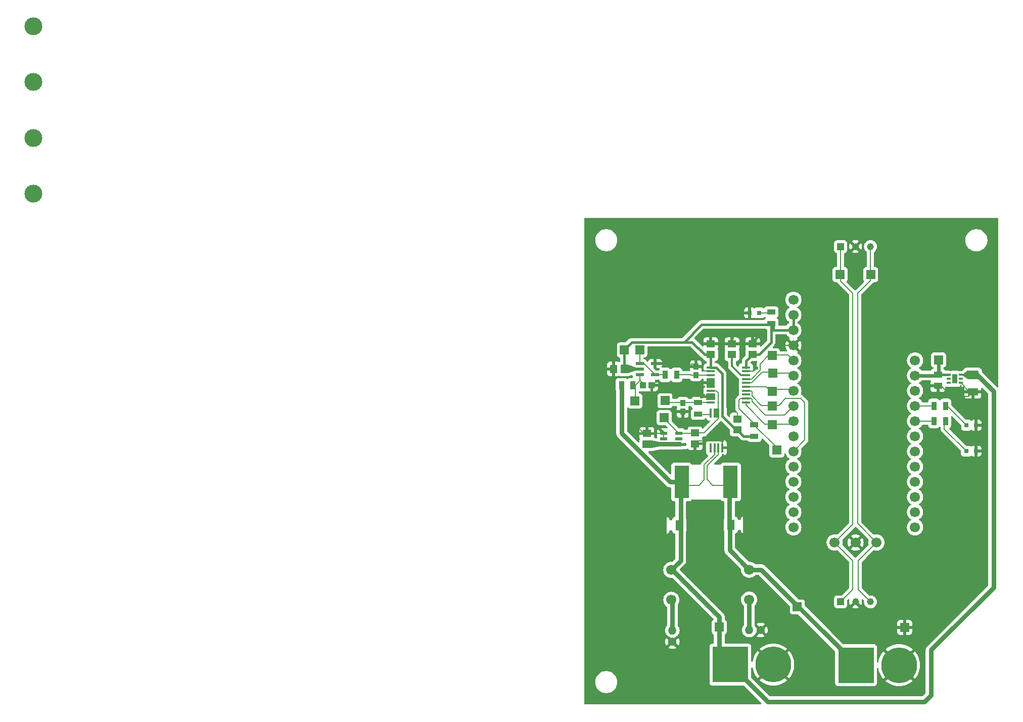
<source format=gbr>
%TF.GenerationSoftware,KiCad,Pcbnew,8.0.6*%
%TF.CreationDate,2025-02-01T23:36:04-08:00*%
%TF.ProjectId,Joulemeter,4a6f756c-656d-4657-9465-722e6b696361,rev?*%
%TF.SameCoordinates,Original*%
%TF.FileFunction,Copper,L1,Top*%
%TF.FilePolarity,Positive*%
%FSLAX46Y46*%
G04 Gerber Fmt 4.6, Leading zero omitted, Abs format (unit mm)*
G04 Created by KiCad (PCBNEW 8.0.6) date 2025-02-01 23:36:04*
%MOMM*%
%LPD*%
G01*
G04 APERTURE LIST*
G04 Aperture macros list*
%AMRoundRect*
0 Rectangle with rounded corners*
0 $1 Rounding radius*
0 $2 $3 $4 $5 $6 $7 $8 $9 X,Y pos of 4 corners*
0 Add a 4 corners polygon primitive as box body*
4,1,4,$2,$3,$4,$5,$6,$7,$8,$9,$2,$3,0*
0 Add four circle primitives for the rounded corners*
1,1,$1+$1,$2,$3*
1,1,$1+$1,$4,$5*
1,1,$1+$1,$6,$7*
1,1,$1+$1,$8,$9*
0 Add four rect primitives between the rounded corners*
20,1,$1+$1,$2,$3,$4,$5,0*
20,1,$1+$1,$4,$5,$6,$7,0*
20,1,$1+$1,$6,$7,$8,$9,0*
20,1,$1+$1,$8,$9,$2,$3,0*%
G04 Aperture macros list end*
%TA.AperFunction,Conductor*%
%ADD10C,0.200000*%
%TD*%
%TA.AperFunction,Conductor*%
%ADD11C,0.000000*%
%TD*%
%TA.AperFunction,SMDPad,CuDef*%
%ADD12R,1.500000X1.500000*%
%TD*%
%TA.AperFunction,SMDPad,CuDef*%
%ADD13R,1.150000X1.450000*%
%TD*%
%TA.AperFunction,SMDPad,CuDef*%
%ADD14R,0.890000X1.420000*%
%TD*%
%TA.AperFunction,SMDPad,CuDef*%
%ADD15R,0.800000X0.800000*%
%TD*%
%TA.AperFunction,ComponentPad*%
%ADD16C,3.000000*%
%TD*%
%TA.AperFunction,SMDPad,CuDef*%
%ADD17R,1.420000X0.890000*%
%TD*%
%TA.AperFunction,ComponentPad*%
%ADD18C,6.000000*%
%TD*%
%TA.AperFunction,ComponentPad*%
%ADD19R,6.000000X6.000000*%
%TD*%
%TA.AperFunction,SMDPad,CuDef*%
%ADD20R,1.799996X1.305598*%
%TD*%
%TA.AperFunction,SMDPad,CuDef*%
%ADD21R,1.040000X1.020000*%
%TD*%
%TA.AperFunction,SMDPad,CuDef*%
%ADD22R,1.305598X1.799996*%
%TD*%
%TA.AperFunction,ComponentPad*%
%ADD23C,1.700000*%
%TD*%
%TA.AperFunction,SMDPad,CuDef*%
%ADD24R,1.450000X1.150000*%
%TD*%
%TA.AperFunction,SMDPad,CuDef*%
%ADD25R,1.320800X0.508000*%
%TD*%
%TA.AperFunction,SMDPad,CuDef*%
%ADD26R,0.949998X1.005599*%
%TD*%
%TA.AperFunction,SMDPad,CuDef*%
%ADD27R,0.965200X1.397000*%
%TD*%
%TA.AperFunction,SMDPad,CuDef*%
%ADD28R,1.200000X0.600000*%
%TD*%
%TA.AperFunction,SMDPad,CuDef*%
%ADD29R,1.409700X0.355600*%
%TD*%
%TA.AperFunction,SMDPad,CuDef*%
%ADD30R,2.463800X5.461000*%
%TD*%
%TA.AperFunction,ComponentPad*%
%ADD31C,1.400000*%
%TD*%
%TA.AperFunction,ComponentPad*%
%ADD32O,1.400000X1.400000*%
%TD*%
%TA.AperFunction,SMDPad,CuDef*%
%ADD33R,0.457200X1.498600*%
%TD*%
%TA.AperFunction,SMDPad,CuDef*%
%ADD34R,1.447800X1.117600*%
%TD*%
%TA.AperFunction,ComponentPad*%
%ADD35R,1.150000X1.150000*%
%TD*%
%TA.AperFunction,ComponentPad*%
%ADD36C,1.150000*%
%TD*%
%TA.AperFunction,SMDPad,CuDef*%
%ADD37RoundRect,0.040000X-0.320000X-0.120000X0.320000X-0.120000X0.320000X0.120000X-0.320000X0.120000X0*%
%TD*%
%TA.AperFunction,SMDPad,CuDef*%
%ADD38R,0.960000X1.650000*%
%TD*%
%TA.AperFunction,ViaPad*%
%ADD39C,0.600000*%
%TD*%
%TA.AperFunction,Conductor*%
%ADD40C,0.600000*%
%TD*%
%TA.AperFunction,Conductor*%
%ADD41C,0.400000*%
%TD*%
%TA.AperFunction,Conductor*%
%ADD42C,0.300000*%
%TD*%
%TA.AperFunction,Conductor*%
%ADD43C,0.500000*%
%TD*%
%TA.AperFunction,Conductor*%
%ADD44C,0.800000*%
%TD*%
G04 APERTURE END LIST*
D10*
%TO.N,GND*%
X127379199Y-90349198D02*
X123979199Y-90349198D01*
X123979199Y-85349198D01*
X127379199Y-85349198D01*
X127379199Y-90349198D01*
%TA.AperFunction,Conductor*%
G36*
X127379199Y-90349198D02*
G01*
X123979199Y-90349198D01*
X123979199Y-85349198D01*
X127379199Y-85349198D01*
X127379199Y-90349198D01*
G37*
%TD.AperFunction*%
X119100000Y-64600000D02*
X117900000Y-64600000D01*
X117900000Y-63150000D01*
X119100000Y-63150000D01*
X119100000Y-64600000D01*
%TA.AperFunction,Conductor*%
G36*
X119100000Y-64600000D02*
G01*
X117900000Y-64600000D01*
X117900000Y-63150000D01*
X119100000Y-63150000D01*
X119100000Y-64600000D01*
G37*
%TD.AperFunction*%
%TO.N,+48V*%
X163310000Y-63170000D02*
X161540000Y-63170000D01*
X160770031Y-62609969D01*
X160141110Y-62578890D01*
X160110518Y-62510518D01*
X160804422Y-62494422D01*
X161530000Y-61900000D01*
X163310000Y-61900000D01*
X163310000Y-63170000D01*
%TA.AperFunction,Conductor*%
G36*
X163310000Y-63170000D02*
G01*
X161540000Y-63170000D01*
X160770031Y-62609969D01*
X160141110Y-62578890D01*
X160110518Y-62510518D01*
X160804422Y-62494422D01*
X161530000Y-61900000D01*
X163310000Y-61900000D01*
X163310000Y-63170000D01*
G37*
%TD.AperFunction*%
%TO.N,+1V6*%
X119800069Y-69591110D02*
X119050000Y-69599445D01*
X119050000Y-68300000D01*
X119810078Y-68300000D01*
X119800069Y-69591110D01*
%TA.AperFunction,Conductor*%
G36*
X119800069Y-69591110D02*
G01*
X119050000Y-69599445D01*
X119050000Y-68300000D01*
X119810078Y-68300000D01*
X119800069Y-69591110D01*
G37*
%TD.AperFunction*%
D11*
%TA.AperFunction,Conductor*%
%TO.N,+3V3*%
G36*
X105990000Y-61360000D02*
G01*
X107240000Y-61360000D01*
X107240000Y-61840000D01*
X105980000Y-61840000D01*
X104570000Y-62250000D01*
X103470000Y-62240000D01*
X103470000Y-60840000D01*
X104580000Y-60840000D01*
X105990000Y-61360000D01*
G37*
%TD.AperFunction*%
D10*
X109854337Y-73889280D02*
X113514337Y-73899280D01*
X113524337Y-74459280D01*
X109864337Y-74449280D01*
X108574337Y-74729280D01*
X107164337Y-74729280D01*
X107164337Y-73639280D01*
X108564337Y-73619280D01*
X109854337Y-73889280D01*
%TA.AperFunction,Conductor*%
G36*
X109854337Y-73889280D02*
G01*
X113514337Y-73899280D01*
X113524337Y-74459280D01*
X109864337Y-74449280D01*
X108574337Y-74729280D01*
X107164337Y-74729280D01*
X107164337Y-73639280D01*
X108564337Y-73619280D01*
X109854337Y-73889280D01*
G37*
%TD.AperFunction*%
%TO.N,GND*%
X111010000Y-90310000D02*
X107810000Y-90310000D01*
X107810000Y-85310000D01*
X111010000Y-85310000D01*
X111010000Y-90310000D01*
%TA.AperFunction,Conductor*%
G36*
X111010000Y-90310000D02*
G01*
X107810000Y-90310000D01*
X107810000Y-85310000D01*
X111010000Y-85310000D01*
X111010000Y-90310000D01*
G37*
%TD.AperFunction*%
X119180000Y-66650000D02*
X117810000Y-66650000D01*
X117810000Y-65700000D01*
X119180000Y-65690000D01*
X119180000Y-66650000D01*
%TA.AperFunction,Conductor*%
G36*
X119180000Y-66650000D02*
G01*
X117810000Y-66650000D01*
X117810000Y-65700000D01*
X119180000Y-65690000D01*
X119180000Y-66650000D01*
G37*
%TD.AperFunction*%
%TD*%
D12*
%TO.P,V_DIVIDER1,1,1*%
%TO.N,Net-(U3-VIN+)*%
X105810000Y-66900000D03*
%TD*%
D13*
%TO.P,C4,1,1*%
%TO.N,+3V3*%
X104030000Y-61550000D03*
%TO.P,C4,2,2*%
%TO.N,GND*%
X102230000Y-61550000D03*
%TD*%
D14*
%TO.P,R4,1*%
%TO.N,/OP_AMP*%
X110850000Y-62550000D03*
%TO.P,R4,2*%
%TO.N,/V_ADC*%
X112790000Y-62550000D03*
%TD*%
D15*
%TO.P,D2,1*%
%TO.N,GND*%
X125010000Y-52170000D03*
%TO.P,D2,2*%
%TO.N,Net-(D2-Pad2)*%
X126610000Y-52170000D03*
%TD*%
D16*
%TO.P,J8,1,Pin_1*%
%TO.N,unconnected-(J8-Pin_1-Pad1)*%
X5025000Y-32225000D03*
%TD*%
D17*
%TO.P,R11,1*%
%TO.N,+3V3*%
X128640000Y-53960000D03*
%TO.P,R11,2*%
%TO.N,Net-(D2-Pad2)*%
X128640000Y-52020000D03*
%TD*%
D12*
%TO.P,CAN_L1,1,1*%
%TO.N,/CAN_L*%
X145300000Y-45750000D03*
%TD*%
D16*
%TO.P,J5,1,Pin_1*%
%TO.N,unconnected-(J5-Pin_1-Pad1)*%
X5025000Y-4175000D03*
%TD*%
D15*
%TO.P,D3,1*%
%TO.N,GND*%
X162950000Y-70975000D03*
%TO.P,D3,2*%
%TO.N,Net-(D3-Pad2)*%
X161350000Y-70975000D03*
%TD*%
D18*
%TO.P,J4,N,NEG*%
%TO.N,GND*%
X150050000Y-111160000D03*
D19*
%TO.P,J4,P,POS*%
%TO.N,/SHUNT_OUT*%
X142850000Y-111160000D03*
%TD*%
D20*
%TO.P,C8,1*%
%TO.N,+48V*%
X162410000Y-62550000D03*
%TO.P,C8,2*%
%TO.N,GND*%
X162410000Y-65355596D03*
%TD*%
D12*
%TO.P,MISO1,1,1*%
%TO.N,/MISO*%
X128840000Y-65270000D03*
%TD*%
%TO.P,V_ADC1,1,1*%
%TO.N,/OP_AMP*%
X106610000Y-58360000D03*
%TD*%
%TO.P,MOSI1,1,1*%
%TO.N,/MOSI*%
X128860000Y-62290000D03*
%TD*%
D14*
%TO.P,R6,1*%
%TO.N,Net-(D1-Pad2)*%
X157830500Y-70280000D03*
%TO.P,R6,2*%
%TO.N,Net-(RP2-D12)*%
X155890500Y-70280000D03*
%TD*%
D21*
%TO.P,R2,1*%
%TO.N,Net-(U3-VIN+)*%
X107148900Y-64290000D03*
%TO.P,R2,2*%
%TO.N,GND*%
X108618900Y-64290000D03*
%TD*%
D12*
%TO.P,CLKIN,1,1*%
%TO.N,/GPIO_CLKIN*%
X128840000Y-59320000D03*
%TD*%
%TO.P,SCK1,1,1*%
%TO.N,/SCK*%
X128840000Y-67800000D03*
%TD*%
D22*
%TO.P,C10,1*%
%TO.N,/SHUNT_OUT*%
X121877202Y-87670000D03*
%TO.P,C10,2*%
%TO.N,GND*%
X124682798Y-87670000D03*
%TD*%
D12*
%TO.P,SHUNT_OUT1,1,1*%
%TO.N,/SHUNT_OUT*%
X133000000Y-101400000D03*
%TD*%
%TO.P,RESET1,1,1*%
%TO.N,/GPIO_RESET*%
X128820000Y-70870000D03*
%TD*%
D22*
%TO.P,C13,1*%
%TO.N,+48V*%
X113232798Y-87740000D03*
%TO.P,C13,2*%
%TO.N,GND*%
X110427202Y-87740000D03*
%TD*%
D12*
%TO.P,GND1,1,1*%
%TO.N,GND*%
X150975000Y-104825000D03*
%TD*%
D23*
%TO.P,C11,3*%
%TO.N,Net-(C11-Pad2)*%
X124940000Y-100178250D03*
%TO.P,C11,4*%
%TO.N,/SHUNT_OUT*%
X124940000Y-95161750D03*
%TD*%
D12*
%TO.P,3V3,1,1*%
%TO.N,+3V3*%
X104040000Y-58360000D03*
%TD*%
D24*
%TO.P,C1,1,1*%
%TO.N,+1V6*%
X115870000Y-72270000D03*
%TO.P,C1,2,2*%
%TO.N,GND*%
X115870000Y-74070000D03*
%TD*%
D25*
%TO.P,U3,1,VOUT*%
%TO.N,/OP_AMP*%
X106590000Y-60649998D03*
%TO.P,U3,2,VSS*%
%TO.N,+3V3*%
X106590000Y-61599999D03*
%TO.P,U3,3,VIN+*%
%TO.N,Net-(U3-VIN+)*%
X106590000Y-62550000D03*
%TO.P,U3,4,VIN-*%
%TO.N,/OP_AMP*%
X109180398Y-62550000D03*
%TO.P,U3,5,VDD*%
%TO.N,GND*%
X109180398Y-60649998D03*
%TD*%
D12*
%TO.P,48V1,1,1*%
%TO.N,+48V*%
X119925000Y-104750000D03*
%TD*%
D14*
%TO.P,R7,1*%
%TO.N,Net-(RP2-D13)*%
X155890500Y-67740000D03*
%TO.P,R7,2*%
%TO.N,Net-(D3-Pad2)*%
X157830500Y-67740000D03*
%TD*%
D26*
%TO.P,C6,1,1*%
%TO.N,/V_ADC*%
X116010000Y-62585598D03*
%TO.P,C6,2,2*%
%TO.N,GND*%
X116010000Y-61130000D03*
%TD*%
D17*
%TO.P,R3,1*%
%TO.N,Net-(U1-OUT)*%
X116410000Y-69140000D03*
%TO.P,R3,2*%
%TO.N,/I_ADC*%
X116410000Y-67200000D03*
%TD*%
D27*
%TO.P,R1,1*%
%TO.N,+48V*%
X103582900Y-64270000D03*
%TO.P,R1,2*%
%TO.N,Net-(U3-VIN+)*%
X105437100Y-64270000D03*
%TD*%
D28*
%TO.P,REF35160QDBVR1,1,GND*%
%TO.N,GND*%
X110625000Y-72300000D03*
%TO.P,REF35160QDBVR1,2,GND*%
X110625000Y-73250000D03*
%TO.P,REF35160QDBVR1,3,EN*%
%TO.N,+3V3*%
X110625000Y-74200000D03*
%TO.P,REF35160QDBVR1,4,VIN*%
X113125000Y-74200000D03*
%TO.P,REF35160QDBVR1,5,NR*%
%TO.N,unconnected-(REF35160QDBVR1-NR-Pad5)*%
X113125000Y-73250000D03*
%TO.P,REF35160QDBVR1,6,VREF*%
%TO.N,+1V6*%
X113125000Y-72300000D03*
%TD*%
D24*
%TO.P,C7,1*%
%TO.N,GND*%
X118494000Y-57330002D03*
%TO.P,C7,2*%
%TO.N,+3V3*%
X118494000Y-59130002D03*
%TD*%
D29*
%TO.P,U4,1,AVDD*%
%TO.N,+3V3*%
X118494000Y-61300000D03*
%TO.P,U4,2,AGND*%
%TO.N,GND*%
X118494000Y-61950001D03*
%TO.P,U4,3,AIN0P*%
%TO.N,/V_ADC*%
X118494000Y-62599999D03*
%TO.P,U4,4,AIN0N*%
%TO.N,GND*%
X118494000Y-63250001D03*
%TO.P,U4,5,AIN1N*%
X118494000Y-63899999D03*
%TO.P,U4,6,AIN1P*%
X118494000Y-64549998D03*
%TO.P,U4,7,AIN2P*%
%TO.N,+1V6*%
X118494000Y-65199999D03*
%TO.P,U4,8,AIN2N*%
%TO.N,GND*%
X118494000Y-65849998D03*
%TO.P,U4,9,AIN3N*%
X118494000Y-66499999D03*
%TO.P,U4,10,AIN3P*%
%TO.N,/I_ADC*%
X118494000Y-67149998D03*
%TO.P,U4,11,SYNC/RESET*%
%TO.N,/GPIO_RESET*%
X124399500Y-67150000D03*
%TO.P,U4,12,CS*%
%TO.N,/CS*%
X124399500Y-66500002D03*
%TO.P,U4,13,DRDY*%
%TO.N,unconnected-(U4-DRDY-Pad13)*%
X124399500Y-65850001D03*
%TO.P,U4,14,SCLK*%
%TO.N,/SCK*%
X124399500Y-65200002D03*
%TO.P,U4,15,DOUT*%
%TO.N,/MISO*%
X124399500Y-64550001D03*
%TO.P,U4,16,DIN*%
%TO.N,/MOSI*%
X124399500Y-63900002D03*
%TO.P,U4,17,CLKIN*%
%TO.N,/GPIO_CLKIN*%
X124399500Y-63250001D03*
%TO.P,U4,18,CAP*%
%TO.N,Net-(U4-CAP)*%
X124399500Y-62600002D03*
%TO.P,U4,19,DGND*%
%TO.N,GND*%
X124399500Y-61950001D03*
%TO.P,U4,20,DVDD*%
%TO.N,+3V3*%
X124399500Y-61300002D03*
%TD*%
D30*
%TO.P,R5,1*%
%TO.N,+48V*%
X113622900Y-80475000D03*
%TO.P,R5,2*%
%TO.N,/SHUNT_OUT*%
X121827100Y-80475000D03*
%TD*%
D16*
%TO.P,J6,1,Pin_1*%
%TO.N,unconnected-(J6-Pin_1-Pad1)*%
X5025000Y-13525000D03*
%TD*%
D26*
%TO.P,C3,1,1*%
%TO.N,/I_ADC*%
X113810000Y-67270000D03*
%TO.P,C3,2,2*%
%TO.N,GND*%
X113810000Y-68725598D03*
%TD*%
D23*
%TO.P,C12,3*%
%TO.N,Net-(C12-Pad2)*%
X111910000Y-100226500D03*
%TO.P,C12,4*%
%TO.N,+48V*%
X111910000Y-95210000D03*
%TD*%
D24*
%TO.P,C2,1*%
%TO.N,+3V3*%
X122960000Y-71760000D03*
%TO.P,C2,2*%
%TO.N,GND*%
X122960000Y-69960000D03*
%TD*%
D31*
%TO.P,R8,1*%
%TO.N,GND*%
X126850000Y-105280000D03*
D32*
%TO.P,R8,2*%
%TO.N,Net-(C11-Pad2)*%
X124950000Y-105280000D03*
%TD*%
D17*
%TO.P,R10,1*%
%TO.N,/CS*%
X125800000Y-70870000D03*
%TO.P,R10,2*%
%TO.N,+3V3*%
X125800000Y-72810000D03*
%TD*%
D24*
%TO.P,C9,1*%
%TO.N,+3V3*%
X125520000Y-59120000D03*
%TO.P,C9,2*%
%TO.N,GND*%
X125520000Y-57320000D03*
%TD*%
%TO.P,C15,1,1*%
%TO.N,GND*%
X107800000Y-72375000D03*
%TO.P,C15,2,2*%
%TO.N,+3V3*%
X107800000Y-74175000D03*
%TD*%
D12*
%TO.P,CS1,1,1*%
%TO.N,/CS*%
X129560000Y-75130000D03*
%TD*%
D33*
%TO.P,U1,1,NC*%
%TO.N,unconnected-(U1-NC-Pad1)*%
X118480002Y-74749999D03*
%TO.P,U1,2,IN+*%
%TO.N,+48V*%
X119130000Y-74749999D03*
%TO.P,U1,3,IN-*%
%TO.N,/SHUNT_OUT*%
X119780002Y-74749999D03*
%TO.P,U1,4,GND*%
%TO.N,GND*%
X120430000Y-74749999D03*
%TO.P,U1,5,VS*%
%TO.N,+3V3*%
X120430000Y-68950001D03*
%TO.P,U1,6,REF2*%
%TO.N,+1V6*%
X119780002Y-68950001D03*
%TO.P,U1,7,REF1*%
X119130000Y-68950001D03*
%TO.P,U1,8,OUT*%
%TO.N,Net-(U1-OUT)*%
X118480002Y-68950001D03*
%TD*%
D16*
%TO.P,J7,1,Pin_1*%
%TO.N,unconnected-(J7-Pin_1-Pad1)*%
X5025000Y-22875000D03*
%TD*%
D12*
%TO.P,CAN_H1,1,1*%
%TO.N,/CAN_H*%
X140150000Y-45750000D03*
%TD*%
%TO.P,5V1,1,1*%
%TO.N,+5V*%
X156660000Y-60040000D03*
%TD*%
D24*
%TO.P,C12,1*%
%TO.N,Net-(U4-CAP)*%
X122060000Y-59160000D03*
%TO.P,C12,2*%
%TO.N,GND*%
X122060000Y-57360000D03*
%TD*%
D23*
%TO.P,RP2,1,VBAT*%
%TO.N,unconnected-(RP2-VBAT-Pad1)*%
X152730000Y-60120000D03*
%TO.P,RP2,2,EN*%
%TO.N,+5V*%
X152730000Y-62660000D03*
%TO.P,RP2,3,VBUS*%
%TO.N,unconnected-(RP2-VBUS-Pad3)*%
X152730000Y-65200000D03*
%TO.P,RP2,4,D13*%
%TO.N,Net-(RP2-D13)*%
X152730000Y-67740000D03*
%TO.P,RP2,5,D12*%
%TO.N,Net-(RP2-D12)*%
X152730000Y-70280000D03*
%TO.P,RP2,6,D11*%
%TO.N,unconnected-(RP2-D11-Pad6)*%
X152730000Y-72820000D03*
%TO.P,RP2,7,D10*%
%TO.N,unconnected-(RP2-D10-Pad7)*%
X152730000Y-75360000D03*
%TO.P,RP2,8,D9*%
%TO.N,unconnected-(RP2-D9-Pad8)*%
X152730000Y-77900000D03*
%TO.P,RP2,9,D6*%
%TO.N,unconnected-(RP2-D6-Pad9)*%
X152730000Y-80440000D03*
%TO.P,RP2,10,D5*%
%TO.N,unconnected-(RP2-D5-Pad10)*%
X152730000Y-82980000D03*
%TO.P,RP2,11,SCL*%
%TO.N,unconnected-(RP2-SCL-Pad11)*%
X152730000Y-85520000D03*
%TO.P,RP2,12,SDA*%
%TO.N,unconnected-(RP2-SDA-Pad12)*%
X152730000Y-88060000D03*
%TO.P,RP2,13,D4*%
%TO.N,unconnected-(RP2-D4-Pad13)*%
X132346500Y-88060000D03*
%TO.P,RP2,14,TX*%
%TO.N,unconnected-(RP2-TX-Pad14)*%
X132346500Y-85520000D03*
%TO.P,RP2,15,RX*%
%TO.N,unconnected-(RP2-RX-Pad15)*%
X132346500Y-82980000D03*
%TO.P,RP2,16,MISO*%
%TO.N,unconnected-(RP2-MISO-Pad16)*%
X132346500Y-80440000D03*
%TO.P,RP2,17,MOSI*%
%TO.N,unconnected-(RP2-MOSI-Pad17)*%
X132346500Y-77900000D03*
%TO.P,RP2,18,SCK*%
%TO.N,/SCK*%
X132346500Y-75360000D03*
%TO.P,RP2,19,D25*%
%TO.N,unconnected-(RP2-D25-Pad19)*%
X132346500Y-72820000D03*
%TO.P,RP2,20,D24*%
%TO.N,/GPIO_RESET*%
X132346500Y-70280000D03*
%TO.P,RP2,21,A3*%
%TO.N,/CS*%
X132346500Y-67740000D03*
%TO.P,RP2,22,A2*%
%TO.N,/MISO*%
X132346500Y-65200000D03*
%TO.P,RP2,23,A1*%
%TO.N,/MOSI*%
X132346500Y-62660000D03*
%TO.P,RP2,24,A0*%
%TO.N,/GPIO_CLKIN*%
X132346500Y-60120000D03*
%TO.P,RP2,25,GND*%
%TO.N,GND*%
X132346500Y-57580000D03*
%TO.P,RP2,26,3.3V*%
%TO.N,+3V3*%
X132346500Y-55040000D03*
%TO.P,RP2,27,3.3V*%
X132346500Y-52500000D03*
%TO.P,RP2,28,RESET*%
%TO.N,unconnected-(RP2-RESET-Pad28)*%
X132346500Y-49960000D03*
%TO.P,RP2,29,CAN_L*%
%TO.N,/CAN_L*%
X146260500Y-90600000D03*
%TO.P,RP2,30,GND*%
%TO.N,GND*%
X142760500Y-90600000D03*
%TO.P,RP2,31,CAN_H*%
%TO.N,/CAN_H*%
X139260500Y-90600000D03*
%TD*%
D34*
%TO.P,C5,1*%
%TO.N,GND*%
X156560500Y-64353400D03*
%TO.P,C5,2*%
%TO.N,+5V*%
X156560500Y-62550000D03*
%TD*%
D12*
%TO.P,I_ADC1,1,1*%
%TO.N,/I_ADC*%
X110830000Y-66870000D03*
%TD*%
%TO.P,1V6,1,1*%
%TO.N,+1V6*%
X110680000Y-69720000D03*
%TD*%
D35*
%TO.P,J3,1,1*%
%TO.N,/CAN_H*%
X140260500Y-100550000D03*
D36*
%TO.P,J3,2,2*%
%TO.N,GND*%
X142760500Y-100550000D03*
%TO.P,J3,3,3*%
%TO.N,/CAN_L*%
X145260500Y-100550000D03*
%TD*%
D15*
%TO.P,D1,1*%
%TO.N,GND*%
X162925000Y-75325000D03*
%TO.P,D1,2*%
%TO.N,Net-(D1-Pad2)*%
X161325000Y-75325000D03*
%TD*%
D35*
%TO.P,J2,1,1*%
%TO.N,/CAN_H*%
X140260500Y-41060000D03*
D36*
%TO.P,J2,2,2*%
%TO.N,GND*%
X142760500Y-41060000D03*
%TO.P,J2,3,3*%
%TO.N,/CAN_L*%
X145260500Y-41060000D03*
%TD*%
D31*
%TO.P,R9,1*%
%TO.N,GND*%
X112080000Y-107230000D03*
D32*
%TO.P,R9,2*%
%TO.N,Net-(C12-Pad2)*%
X112080000Y-105330000D03*
%TD*%
D18*
%TO.P,J1,N,NEG*%
%TO.N,GND*%
X128990000Y-111060000D03*
D19*
%TO.P,J1,P,POS*%
%TO.N,+48V*%
X121790000Y-111060000D03*
%TD*%
D37*
%TO.P,LDO1,1,VOUT*%
%TO.N,+5V*%
X158360000Y-62550000D03*
%TO.P,LDO1,2,NC*%
%TO.N,unconnected-(LDO1-NC-Pad2)*%
X158360000Y-63200000D03*
%TO.P,LDO1,3,NC*%
%TO.N,unconnected-(LDO1-NC-Pad3)*%
X158360000Y-63850000D03*
%TO.P,LDO1,4,GND*%
%TO.N,GND*%
X160360000Y-63850000D03*
%TO.P,LDO1,5,NC*%
%TO.N,unconnected-(LDO1-NC-Pad5)*%
X160360000Y-63200000D03*
%TO.P,LDO1,6,VIN*%
%TO.N,+48V*%
X160360000Y-62550000D03*
D38*
%TO.P,LDO1,7*%
%TO.N,N/C*%
X159360000Y-63200000D03*
%TD*%
D39*
%TO.N,GND*%
X117125000Y-63775000D03*
X159700000Y-82150000D03*
X152780000Y-98640000D03*
X164300000Y-56650000D03*
X115600000Y-40450000D03*
X105600000Y-47200000D03*
X125000000Y-40450000D03*
X112400000Y-116000000D03*
X160575000Y-66125000D03*
X129400000Y-57580000D03*
X113160000Y-60750000D03*
X164100000Y-71000000D03*
X159530000Y-98590000D03*
X107680000Y-85620000D03*
X105725000Y-70825000D03*
X125100000Y-45600000D03*
X126929199Y-87849198D03*
X109460000Y-63590000D03*
X126200000Y-61425000D03*
X115800000Y-46200000D03*
X159350000Y-91650000D03*
X107680000Y-89940000D03*
X164450000Y-49600000D03*
X126929199Y-85799198D03*
X113940000Y-70020000D03*
X102800000Y-92800000D03*
X102230000Y-59340000D03*
X122090000Y-64330000D03*
X112400000Y-111400000D03*
X105750000Y-52050000D03*
X103400000Y-80400000D03*
X117000000Y-66200000D03*
X115800000Y-51800000D03*
X102800000Y-107000000D03*
X123924500Y-52155000D03*
X126929199Y-89999198D03*
X121850000Y-75300000D03*
X157750000Y-49550000D03*
X102800000Y-100400000D03*
X122120000Y-56310000D03*
X107680000Y-87760000D03*
X121990000Y-68000000D03*
X157920000Y-65200000D03*
X152800000Y-104825000D03*
X126425000Y-56075000D03*
X164175000Y-75375000D03*
X116450000Y-56750000D03*
X110635000Y-60205000D03*
%TO.N,+3V3*%
X114175000Y-74200000D03*
X123000000Y-71750000D03*
%TD*%
D40*
%TO.N,+5V*%
X152730000Y-62660000D02*
X156450500Y-62660000D01*
D10*
X156660000Y-62275500D02*
X156560500Y-62375000D01*
X156450500Y-62660000D02*
X156560500Y-62550000D01*
D41*
X158360000Y-62550000D02*
X156560500Y-62550000D01*
D10*
X156450500Y-62605000D02*
X156560500Y-62495000D01*
D40*
X156660000Y-60040000D02*
X156660000Y-62275500D01*
D10*
%TO.N,GND*%
X117505000Y-61950001D02*
X118494000Y-61950001D01*
X109440000Y-72370000D02*
X110620000Y-72370000D01*
X118494000Y-63899999D02*
X118494000Y-64549998D01*
X113810000Y-68725598D02*
X113810000Y-69087799D01*
X102230000Y-59340000D02*
X102230000Y-59300000D01*
X115870000Y-74070000D02*
X116330000Y-73610000D01*
X122060000Y-56370000D02*
X122120000Y-56310000D01*
X125674999Y-61950001D02*
X126200000Y-61425000D01*
X122960000Y-69960000D02*
X122960000Y-68970000D01*
X110190002Y-60649998D02*
X109180398Y-60649998D01*
X113940000Y-70020000D02*
X113810000Y-69890000D01*
X162950000Y-70975000D02*
X164075000Y-70975000D01*
X120430000Y-73874315D02*
X120430000Y-74749999D01*
X121850000Y-75300000D02*
X121299999Y-74749999D01*
X164125000Y-75325000D02*
X164175000Y-75375000D01*
X105725000Y-70825000D02*
X107275000Y-72375000D01*
D42*
X122060000Y-57360000D02*
X122060000Y-56370000D01*
D10*
X107275000Y-72375000D02*
X107800000Y-72375000D01*
X116010000Y-61130000D02*
X115630000Y-60750000D01*
X121299999Y-74749999D02*
X120430000Y-74749999D01*
D43*
X117240000Y-63890000D02*
X118484001Y-63890000D01*
D10*
X118494000Y-57330002D02*
X117030002Y-57330002D01*
X157073400Y-64353400D02*
X157920000Y-65200000D01*
X125010000Y-52170000D02*
X125029500Y-52189500D01*
X164075000Y-70975000D02*
X164100000Y-71000000D01*
X118484001Y-63890000D02*
X118494000Y-63899999D01*
X162925000Y-75325000D02*
X164125000Y-75325000D01*
X110720000Y-73220000D02*
X110290000Y-73220000D01*
X122960000Y-68970000D02*
X121990000Y-68000000D01*
X126850000Y-108920000D02*
X128990000Y-111060000D01*
D41*
X117030000Y-66170000D02*
X118495000Y-66170000D01*
D10*
X113810000Y-69087799D02*
X113730000Y-69167799D01*
X125520000Y-57320000D02*
X125520000Y-56980000D01*
X116330000Y-73610000D02*
X120165685Y-73610000D01*
X124399500Y-61950001D02*
X125674999Y-61950001D01*
X160360000Y-63850000D02*
X161865596Y-65355596D01*
X161865596Y-65355596D02*
X162410000Y-65355596D01*
X110625000Y-72300000D02*
X110625000Y-73250000D01*
X118494000Y-57330002D02*
X119023998Y-57860000D01*
X110635000Y-60205000D02*
X110190002Y-60649998D01*
X156560500Y-64353400D02*
X157073400Y-64353400D01*
X150975000Y-104825000D02*
X152800000Y-104825000D01*
X116010000Y-61130000D02*
X116684999Y-61130000D01*
X121670000Y-57860000D02*
X121690000Y-57880000D01*
X160575000Y-66125000D02*
X161640596Y-66125000D01*
X124995000Y-52155000D02*
X125010000Y-52170000D01*
D41*
X125520000Y-56980000D02*
X126425000Y-56075000D01*
D10*
X110620000Y-72370000D02*
X110720000Y-72270000D01*
X115630000Y-60750000D02*
X113160000Y-60750000D01*
X120165685Y-73610000D02*
X120430000Y-73874315D01*
X108430000Y-64150000D02*
X108900000Y-64150000D01*
X117030002Y-57330002D02*
X116450000Y-56750000D01*
X117125000Y-63775000D02*
X117240000Y-63890000D01*
X123924500Y-52155000D02*
X124995000Y-52155000D01*
X107870000Y-72370000D02*
X109440000Y-72370000D01*
X129400000Y-57580000D02*
X132346500Y-57580000D01*
X117000000Y-66200000D02*
X117030000Y-66170000D01*
X161640596Y-66125000D02*
X162410000Y-65355596D01*
X116684999Y-61130000D02*
X117505000Y-61950001D01*
X102230000Y-61550000D02*
X102230000Y-59340000D01*
X113810000Y-69890000D02*
X113810000Y-68725598D01*
X108900000Y-64150000D02*
X109460000Y-63590000D01*
%TO.N,/I_ADC*%
X118494000Y-67149998D02*
X111109998Y-67149998D01*
X111109998Y-67149998D02*
X110830000Y-66870000D01*
D41*
%TO.N,+3V3*%
X116990000Y-54110000D02*
X114040000Y-57060000D01*
X120430000Y-62331150D02*
X120430000Y-68950001D01*
X113125000Y-74200000D02*
X114175000Y-74200000D01*
X119398850Y-61300000D02*
X120430000Y-62331150D01*
X129010000Y-54330000D02*
X128640000Y-53960000D01*
X124399500Y-61300002D02*
X124399500Y-60240500D01*
X128490000Y-54110000D02*
X116990000Y-54110000D01*
X126645000Y-59120000D02*
X125520000Y-59120000D01*
X115380000Y-57080000D02*
X117430002Y-59130002D01*
X124010000Y-72810000D02*
X122960000Y-71760000D01*
X118494000Y-59130002D02*
X118494000Y-61300000D01*
X104030000Y-58290000D02*
X104030000Y-61550000D01*
X120430000Y-68950001D02*
X120430000Y-69470701D01*
X118494000Y-61300000D02*
X119398850Y-61300000D01*
X117430002Y-59130002D02*
X118494000Y-59130002D01*
X129020000Y-55040000D02*
X130800500Y-55040000D01*
X124399500Y-60240500D02*
X125520000Y-59120000D01*
X128640000Y-57125000D02*
X126645000Y-59120000D01*
X128640000Y-53960000D02*
X128490000Y-54110000D01*
X122729299Y-71770000D02*
X122920000Y-71770000D01*
D10*
X106540001Y-61550000D02*
X106590000Y-61599999D01*
D41*
X130800500Y-55040000D02*
X132346500Y-55040000D01*
X105240000Y-57080000D02*
X114040000Y-57080000D01*
X128640000Y-53960000D02*
X128640000Y-57125000D01*
X104030000Y-58290000D02*
X105240000Y-57080000D01*
X120430000Y-69470701D02*
X122729299Y-71770000D01*
X129020000Y-55040000D02*
X129020000Y-53900000D01*
X114040000Y-57080000D02*
X115380000Y-57080000D01*
X132346500Y-52500000D02*
X132346500Y-55040000D01*
X125800000Y-72810000D02*
X124010000Y-72810000D01*
X114040000Y-57060000D02*
X114040000Y-57080000D01*
D10*
%TO.N,/V_ADC*%
X118494000Y-62599999D02*
X115179999Y-62599999D01*
X115179999Y-62599999D02*
X115130000Y-62550000D01*
X112810000Y-62550000D02*
X115130000Y-62550000D01*
D44*
%TO.N,+48V*%
X165875000Y-97600000D02*
X165875000Y-65303715D01*
D10*
X119130000Y-75890000D02*
X117420000Y-77600000D01*
D44*
X119925000Y-104750000D02*
X119925000Y-109195000D01*
X165875000Y-98125000D02*
X165875000Y-97600000D01*
X113622900Y-80475000D02*
X111725000Y-80475000D01*
D10*
X116500000Y-81025000D02*
X113472900Y-81025000D01*
D44*
X113475800Y-93644200D02*
X111910000Y-95210000D01*
X111725000Y-80475000D02*
X103582900Y-72332900D01*
X119925000Y-103075000D02*
X119925000Y-104750000D01*
D10*
X117420000Y-77600000D02*
X117420000Y-80105000D01*
X117420000Y-80105000D02*
X116500000Y-81025000D01*
D44*
X112060000Y-95210000D02*
X119925000Y-103075000D01*
X128030000Y-117300000D02*
X154300000Y-117300000D01*
X155400000Y-116200000D02*
X155400000Y-108600000D01*
X165875000Y-65303715D02*
X163121285Y-62550000D01*
X163121285Y-62550000D02*
X162410000Y-62550000D01*
X155400000Y-108600000D02*
X165875000Y-98125000D01*
X111910000Y-95210000D02*
X112060000Y-95210000D01*
X113475800Y-81850000D02*
X113475800Y-93644200D01*
X121790000Y-111060000D02*
X128030000Y-117300000D01*
X103582900Y-72332900D02*
X103582900Y-64270000D01*
X154300000Y-117300000D02*
X155400000Y-116200000D01*
X119925000Y-109195000D02*
X121790000Y-111060000D01*
D10*
X119130000Y-74749999D02*
X119130000Y-75890000D01*
%TO.N,/SHUNT_OUT*%
X117875000Y-80050000D02*
X118850000Y-81025000D01*
D44*
X121653700Y-87700000D02*
X121653700Y-80648400D01*
D10*
X119780002Y-74749999D02*
X119780002Y-75849998D01*
D44*
X121680000Y-88110000D02*
X121680000Y-91901750D01*
D10*
X117875000Y-77755000D02*
X117875000Y-80050000D01*
X121277100Y-81025000D02*
X121653700Y-80648400D01*
X119780002Y-75849998D02*
X117875000Y-77755000D01*
D44*
X124940000Y-95161750D02*
X126936750Y-95161750D01*
D10*
X121653700Y-80648400D02*
X121827100Y-80475000D01*
D44*
X126936750Y-95161750D02*
X142925000Y-111150000D01*
D10*
X118850000Y-81025000D02*
X121277100Y-81025000D01*
D44*
X121680000Y-91901750D02*
X124940000Y-95161750D01*
D42*
%TO.N,Net-(U4-CAP)*%
X122060000Y-61093151D02*
X123566851Y-62600002D01*
X123566851Y-62600002D02*
X124399500Y-62600002D01*
X122060000Y-59160000D02*
X122060000Y-61093151D01*
D10*
%TO.N,/CAN_L*%
X143190000Y-98500000D02*
X143210500Y-98500000D01*
X143100000Y-87439500D02*
X146260500Y-90600000D01*
X145260500Y-46730000D02*
X143100000Y-48890500D01*
X143210500Y-98500000D02*
X145260500Y-100550000D01*
X143100000Y-48890500D02*
X143100000Y-87439500D01*
X146260500Y-90600000D02*
X143190000Y-93670500D01*
X145260500Y-41060000D02*
X145260500Y-46730000D01*
X143190000Y-93670500D02*
X143190000Y-98500000D01*
%TO.N,/CAN_H*%
X142300000Y-98510500D02*
X140260500Y-100550000D01*
X142300000Y-93639500D02*
X142300000Y-98510500D01*
X139260500Y-90600000D02*
X139360000Y-90600000D01*
X142300000Y-87560500D02*
X139260500Y-90600000D01*
X142300000Y-48869500D02*
X142300000Y-87560500D01*
X140510000Y-100550000D02*
X140260500Y-100550000D01*
X140260500Y-46830000D02*
X142300000Y-48869500D01*
X139260500Y-90600000D02*
X142300000Y-93639500D01*
X140260500Y-41060000D02*
X140260500Y-46830000D01*
%TO.N,Net-(U3-VIN+)*%
X106590000Y-63490000D02*
X105830000Y-64250000D01*
X105830000Y-64250000D02*
X105830000Y-66880000D01*
X105830000Y-66880000D02*
X105810000Y-66900000D01*
X106590000Y-63402200D02*
X106590000Y-63490000D01*
X106590000Y-63402200D02*
X107337800Y-64150000D01*
X106590000Y-62550000D02*
X106590000Y-63402200D01*
%TO.N,Net-(U1-OUT)*%
X118270003Y-69160000D02*
X118480002Y-68950001D01*
X116390000Y-69480000D02*
X116710000Y-69160000D01*
X116710000Y-69160000D02*
X118270003Y-69160000D01*
%TO.N,/OP_AMP*%
X106590000Y-58290000D02*
X106590000Y-60649998D01*
X107280396Y-60649998D02*
X109180398Y-62550000D01*
X106590000Y-60649998D02*
X107280396Y-60649998D01*
X109180398Y-62550000D02*
X111250000Y-62550000D01*
%TO.N,/CS*%
X123494650Y-66500002D02*
X123220000Y-66774652D01*
X124399500Y-66500002D02*
X125232152Y-66500002D01*
X125630000Y-70590000D02*
X125630000Y-70790000D01*
X130836500Y-69250000D02*
X132346500Y-67740000D01*
X123220000Y-66774652D02*
X123220000Y-68180000D01*
X127650000Y-69250000D02*
X130836500Y-69250000D01*
X124399500Y-66500002D02*
X123494650Y-66500002D01*
X125404350Y-67004350D02*
X127650000Y-69250000D01*
X125630000Y-70790000D02*
X129560000Y-74720000D01*
X125404350Y-66672200D02*
X125404350Y-67004350D01*
X125232152Y-66500002D02*
X125404350Y-66672200D01*
X123220000Y-68180000D02*
X125630000Y-70590000D01*
X129560000Y-74720000D02*
X129560000Y-75130000D01*
%TO.N,Net-(C11-Pad2)*%
X124940000Y-105270000D02*
X124950000Y-105280000D01*
D44*
X124940000Y-100178250D02*
X124940000Y-105270000D01*
%TO.N,Net-(C12-Pad2)*%
X112090000Y-100406500D02*
X112090000Y-105320000D01*
D10*
X112090000Y-105320000D02*
X112080000Y-105330000D01*
D44*
X111910000Y-100226500D02*
X112090000Y-100406500D01*
D10*
%TO.N,/MISO*%
X131986500Y-64840000D02*
X132346500Y-65200000D01*
X128250000Y-64975000D02*
X132121500Y-64975000D01*
X132121500Y-64975000D02*
X132346500Y-65200000D01*
X124399500Y-64550001D02*
X127825001Y-64550001D01*
X127825001Y-64550001D02*
X128250000Y-64975000D01*
%TO.N,/MOSI*%
X127135000Y-62125000D02*
X128250000Y-62125000D01*
X131976500Y-62290000D02*
X132346500Y-62660000D01*
X125359998Y-63900002D02*
X127135000Y-62125000D01*
X131811500Y-62125000D02*
X132346500Y-62660000D01*
X124399500Y-63900002D02*
X125359998Y-63900002D01*
X132256498Y-62750002D02*
X132346500Y-62660000D01*
X128860000Y-62290000D02*
X131976500Y-62290000D01*
%TO.N,/GPIO_RESET*%
X127575000Y-70800000D02*
X128250000Y-70800000D01*
X131826500Y-70800000D02*
X132346500Y-70280000D01*
X132076500Y-70010000D02*
X132346500Y-70280000D01*
X124399500Y-67150000D02*
X124399500Y-67624500D01*
X128250000Y-70800000D02*
X131826500Y-70800000D01*
X124399500Y-67624500D02*
X127575000Y-70800000D01*
%TO.N,/GPIO_CLKIN*%
X125304350Y-63245650D02*
X126800000Y-61750000D01*
X126800000Y-61750000D02*
X126800000Y-60700000D01*
X126800000Y-60700000D02*
X128250000Y-59250000D01*
X128250000Y-59250000D02*
X131476500Y-59250000D01*
X125304350Y-63250001D02*
X125304350Y-63245650D01*
X124399500Y-63250001D02*
X125304350Y-63250001D01*
X131476500Y-59250000D02*
X132346500Y-60120000D01*
%TO.N,/SCK*%
X134230000Y-67180000D02*
X134230000Y-73476500D01*
X125404350Y-66104350D02*
X126950000Y-67650000D01*
X125404350Y-65372201D02*
X125404350Y-66104350D01*
X133490000Y-66440000D02*
X134230000Y-67180000D01*
X125232151Y-65200002D02*
X125404350Y-65372201D01*
X124399500Y-65200002D02*
X125232151Y-65200002D01*
X129900000Y-67650000D02*
X131110000Y-66440000D01*
X126950000Y-67650000D02*
X128250000Y-67650000D01*
X128250000Y-67650000D02*
X129900000Y-67650000D01*
X131110000Y-66470000D02*
X133490000Y-66470000D01*
X134230000Y-73476500D02*
X132346500Y-75360000D01*
%TO.N,Net-(D2-Pad2)*%
X126610000Y-52170000D02*
X126650000Y-52210000D01*
X126650000Y-52210000D02*
X128640000Y-52210000D01*
%TO.N,+1V6*%
X119780002Y-69839998D02*
X119130000Y-70490000D01*
X111210000Y-70000000D02*
X111210000Y-70385000D01*
X119398850Y-65199999D02*
X119780002Y-65581151D01*
X113125000Y-72300000D02*
X115840000Y-72300000D01*
X117350000Y-72270000D02*
X115870000Y-72270000D01*
X119780002Y-67350000D02*
X119780002Y-68950001D01*
X111210000Y-70385000D02*
X113125000Y-72300000D01*
X119780002Y-65581151D02*
X119780002Y-67350000D01*
X118494000Y-65199999D02*
X119398850Y-65199999D01*
X119780002Y-68950001D02*
X119780002Y-69839998D01*
X115840000Y-72300000D02*
X115870000Y-72270000D01*
X119130000Y-70490000D02*
X117350000Y-72270000D01*
%TO.N,Net-(D1-Pad2)*%
X157640500Y-71640500D02*
X161325000Y-75325000D01*
X157640500Y-70280000D02*
X157640500Y-71640500D01*
%TO.N,Net-(D3-Pad2)*%
X158115000Y-67740000D02*
X161350000Y-70975000D01*
X157640500Y-67740000D02*
X158115000Y-67740000D01*
%TO.N,Net-(RP2-D12)*%
X152730000Y-70280000D02*
X156080500Y-70280000D01*
%TO.N,Net-(RP2-D13)*%
X152730000Y-67740000D02*
X156080500Y-67740000D01*
%TD*%
%TA.AperFunction,Conductor*%
%TO.N,GND*%
G36*
X142803825Y-88008412D02*
G01*
X142848181Y-88036916D01*
X144927733Y-90116468D01*
X144961218Y-90177791D01*
X144959827Y-90236241D01*
X144925439Y-90364583D01*
X144925436Y-90364596D01*
X144904841Y-90599999D01*
X144904841Y-90600000D01*
X144925436Y-90835403D01*
X144925438Y-90835413D01*
X144959827Y-90963755D01*
X144958164Y-91033605D01*
X144927733Y-91083529D01*
X142848181Y-93163082D01*
X142786858Y-93196567D01*
X142717166Y-93191583D01*
X142672819Y-93163082D01*
X142664397Y-93154660D01*
X142664374Y-93154639D01*
X140593266Y-91083531D01*
X140559781Y-91022208D01*
X140561172Y-90963757D01*
X140576378Y-90907007D01*
X140595563Y-90835408D01*
X140616159Y-90600000D01*
X140616159Y-90599998D01*
X141405343Y-90599998D01*
X141405343Y-90600001D01*
X141425930Y-90835315D01*
X141425932Y-90835326D01*
X141487066Y-91063483D01*
X141487070Y-91063492D01*
X141586900Y-91277579D01*
X141586902Y-91277583D01*
X141645572Y-91361373D01*
X141645573Y-91361373D01*
X142277537Y-90729409D01*
X142294575Y-90792993D01*
X142360401Y-90907007D01*
X142453493Y-91000099D01*
X142567507Y-91065925D01*
X142631090Y-91082962D01*
X141999125Y-91714925D01*
X142082921Y-91773599D01*
X142297007Y-91873429D01*
X142297016Y-91873433D01*
X142525173Y-91934567D01*
X142525184Y-91934569D01*
X142760498Y-91955157D01*
X142760502Y-91955157D01*
X142995815Y-91934569D01*
X142995826Y-91934567D01*
X143223983Y-91873433D01*
X143223992Y-91873429D01*
X143438078Y-91773600D01*
X143438082Y-91773598D01*
X143521873Y-91714926D01*
X143521873Y-91714925D01*
X142889909Y-91082962D01*
X142953493Y-91065925D01*
X143067507Y-91000099D01*
X143160599Y-90907007D01*
X143226425Y-90792993D01*
X143243462Y-90729410D01*
X143875425Y-91361373D01*
X143875426Y-91361373D01*
X143934098Y-91277582D01*
X143934100Y-91277578D01*
X144033929Y-91063492D01*
X144033933Y-91063483D01*
X144095067Y-90835326D01*
X144095069Y-90835315D01*
X144115657Y-90600001D01*
X144115657Y-90599998D01*
X144095069Y-90364684D01*
X144095067Y-90364673D01*
X144033933Y-90136516D01*
X144033929Y-90136507D01*
X143934100Y-89922423D01*
X143934099Y-89922421D01*
X143875425Y-89838626D01*
X143875425Y-89838625D01*
X143243462Y-90470589D01*
X143226425Y-90407007D01*
X143160599Y-90292993D01*
X143067507Y-90199901D01*
X142953493Y-90134075D01*
X142889910Y-90117037D01*
X143521873Y-89485073D01*
X143521873Y-89485072D01*
X143438083Y-89426402D01*
X143438079Y-89426400D01*
X143223992Y-89326570D01*
X143223983Y-89326566D01*
X142995826Y-89265432D01*
X142995815Y-89265430D01*
X142760502Y-89244843D01*
X142760498Y-89244843D01*
X142525184Y-89265430D01*
X142525173Y-89265432D01*
X142297016Y-89326566D01*
X142297007Y-89326570D01*
X142082919Y-89426401D01*
X141999125Y-89485072D01*
X142631090Y-90117037D01*
X142567507Y-90134075D01*
X142453493Y-90199901D01*
X142360401Y-90292993D01*
X142294575Y-90407007D01*
X142277537Y-90470590D01*
X141645572Y-89838625D01*
X141586901Y-89922419D01*
X141487070Y-90136507D01*
X141487066Y-90136516D01*
X141425932Y-90364673D01*
X141425930Y-90364684D01*
X141405343Y-90599998D01*
X140616159Y-90599998D01*
X140595563Y-90364592D01*
X140561171Y-90236239D01*
X140562834Y-90166393D01*
X140593263Y-90116470D01*
X142658504Y-88051229D01*
X142658514Y-88051222D01*
X142668714Y-88041020D01*
X142668716Y-88041020D01*
X142672815Y-88036920D01*
X142734133Y-88003433D01*
X142803825Y-88008412D01*
G37*
%TD.AperFunction*%
%TA.AperFunction,Conductor*%
G36*
X166597539Y-36260185D02*
G01*
X166643294Y-36312989D01*
X166654500Y-36364500D01*
X166654500Y-64510352D01*
X166634815Y-64577391D01*
X166582011Y-64623146D01*
X166512853Y-64633090D01*
X166449297Y-64604065D01*
X166442819Y-64598033D01*
X163951819Y-62107033D01*
X163918334Y-62045710D01*
X163915500Y-62019352D01*
X163915500Y-61900006D01*
X163915499Y-61899992D01*
X163913166Y-61882273D01*
X163894868Y-61743285D01*
X163835254Y-61599365D01*
X163834379Y-61597252D01*
X163834378Y-61597251D01*
X163834378Y-61597250D01*
X163738153Y-61471847D01*
X163612750Y-61375622D01*
X163612749Y-61375621D01*
X163612747Y-61375620D01*
X163518344Y-61336517D01*
X163466715Y-61315132D01*
X163447125Y-61312553D01*
X163310007Y-61294500D01*
X163310000Y-61294500D01*
X161530000Y-61294500D01*
X161529999Y-61294500D01*
X161431881Y-61302503D01*
X161280581Y-61348257D01*
X161146276Y-61431612D01*
X160734652Y-61768831D01*
X160623978Y-61859500D01*
X160621633Y-61861421D01*
X160557300Y-61888679D01*
X160543051Y-61889500D01*
X159993975Y-61889500D01*
X159993975Y-61888391D01*
X159955068Y-61882545D01*
X159955034Y-61882693D01*
X159953257Y-61882273D01*
X159949715Y-61881741D01*
X159947484Y-61880909D01*
X159947482Y-61880908D01*
X159887883Y-61874501D01*
X159887881Y-61874500D01*
X159887873Y-61874500D01*
X159887864Y-61874500D01*
X158832129Y-61874500D01*
X158832125Y-61874501D01*
X158772518Y-61880908D01*
X158771039Y-61881460D01*
X158770285Y-61881741D01*
X158766765Y-61882268D01*
X158764972Y-61882692D01*
X158764936Y-61882541D01*
X158726025Y-61888366D01*
X158726025Y-61889500D01*
X158620571Y-61889500D01*
X158573119Y-61880061D01*
X158564332Y-61876421D01*
X158564322Y-61876418D01*
X158428995Y-61849500D01*
X158428993Y-61849500D01*
X157851824Y-61849500D01*
X157784785Y-61829815D01*
X157739030Y-61777011D01*
X157735641Y-61768831D01*
X157728196Y-61748869D01*
X157728193Y-61748864D01*
X157641947Y-61633655D01*
X157641944Y-61633652D01*
X157526732Y-61547404D01*
X157525071Y-61546497D01*
X157523732Y-61545158D01*
X157519631Y-61542088D01*
X157520072Y-61541498D01*
X157475666Y-61497090D01*
X157460500Y-61437666D01*
X157460500Y-61391439D01*
X157480185Y-61324400D01*
X157532989Y-61278645D01*
X157541168Y-61275257D01*
X157652326Y-61233798D01*
X157652326Y-61233797D01*
X157652331Y-61233796D01*
X157767546Y-61147546D01*
X157853796Y-61032331D01*
X157904091Y-60897483D01*
X157910500Y-60837873D01*
X157910499Y-59242128D01*
X157904091Y-59182517D01*
X157894899Y-59157873D01*
X157853797Y-59047671D01*
X157853793Y-59047664D01*
X157767547Y-58932455D01*
X157767544Y-58932452D01*
X157652335Y-58846206D01*
X157652328Y-58846202D01*
X157517482Y-58795908D01*
X157517483Y-58795908D01*
X157457883Y-58789501D01*
X157457881Y-58789500D01*
X157457873Y-58789500D01*
X157457864Y-58789500D01*
X155862129Y-58789500D01*
X155862123Y-58789501D01*
X155802516Y-58795908D01*
X155667671Y-58846202D01*
X155667664Y-58846206D01*
X155552455Y-58932452D01*
X155552452Y-58932455D01*
X155466206Y-59047664D01*
X155466202Y-59047671D01*
X155415908Y-59182517D01*
X155409501Y-59242116D01*
X155409501Y-59242123D01*
X155409500Y-59242135D01*
X155409500Y-60837870D01*
X155409501Y-60837876D01*
X155415908Y-60897483D01*
X155466202Y-61032328D01*
X155466206Y-61032335D01*
X155552452Y-61147544D01*
X155552455Y-61147547D01*
X155667664Y-61233793D01*
X155667671Y-61233797D01*
X155740665Y-61261022D01*
X155796599Y-61302893D01*
X155821016Y-61368357D01*
X155806165Y-61436630D01*
X155756760Y-61486036D01*
X155736204Y-61493914D01*
X155736385Y-61494398D01*
X155594271Y-61547402D01*
X155594264Y-61547406D01*
X155479055Y-61633652D01*
X155479052Y-61633655D01*
X155392805Y-61748865D01*
X155392804Y-61748867D01*
X155381627Y-61778835D01*
X155339755Y-61834768D01*
X155274291Y-61859184D01*
X155265446Y-61859500D01*
X153882691Y-61859500D01*
X153815652Y-61839815D01*
X153781116Y-61806624D01*
X153773327Y-61795500D01*
X153768495Y-61788599D01*
X153768493Y-61788597D01*
X153768491Y-61788594D01*
X153601402Y-61621506D01*
X153601396Y-61621501D01*
X153415842Y-61491575D01*
X153372217Y-61436998D01*
X153365023Y-61367500D01*
X153396546Y-61305145D01*
X153415842Y-61288425D01*
X153493857Y-61233798D01*
X153601401Y-61158495D01*
X153768495Y-60991401D01*
X153904035Y-60797830D01*
X154003903Y-60583663D01*
X154065063Y-60355408D01*
X154085659Y-60120000D01*
X154065063Y-59884592D01*
X154013490Y-59692116D01*
X154003905Y-59656344D01*
X154003904Y-59656343D01*
X154003903Y-59656337D01*
X153904035Y-59442171D01*
X153841132Y-59352335D01*
X153768494Y-59248597D01*
X153601402Y-59081506D01*
X153601395Y-59081501D01*
X153407834Y-58945967D01*
X153407830Y-58945965D01*
X153378858Y-58932455D01*
X153193663Y-58846097D01*
X153193659Y-58846096D01*
X153193655Y-58846094D01*
X152965413Y-58784938D01*
X152965403Y-58784936D01*
X152730001Y-58764341D01*
X152729999Y-58764341D01*
X152494596Y-58784936D01*
X152494586Y-58784938D01*
X152266344Y-58846094D01*
X152266335Y-58846098D01*
X152052171Y-58945964D01*
X152052169Y-58945965D01*
X151858597Y-59081505D01*
X151691505Y-59248597D01*
X151555965Y-59442169D01*
X151555964Y-59442171D01*
X151456098Y-59656335D01*
X151456094Y-59656344D01*
X151394938Y-59884586D01*
X151394936Y-59884596D01*
X151374341Y-60119999D01*
X151374341Y-60120000D01*
X151394936Y-60355403D01*
X151394938Y-60355413D01*
X151456094Y-60583655D01*
X151456096Y-60583659D01*
X151456097Y-60583663D01*
X151518566Y-60717627D01*
X151555965Y-60797830D01*
X151555967Y-60797834D01*
X151691501Y-60991395D01*
X151691506Y-60991402D01*
X151858597Y-61158493D01*
X151858603Y-61158498D01*
X152044158Y-61288425D01*
X152087783Y-61343002D01*
X152094977Y-61412500D01*
X152063454Y-61474855D01*
X152044158Y-61491575D01*
X151858597Y-61621505D01*
X151691505Y-61788597D01*
X151555965Y-61982169D01*
X151555964Y-61982171D01*
X151456098Y-62196335D01*
X151456094Y-62196344D01*
X151394938Y-62424586D01*
X151394936Y-62424596D01*
X151374341Y-62659999D01*
X151374341Y-62660000D01*
X151394936Y-62895403D01*
X151394938Y-62895413D01*
X151456094Y-63123655D01*
X151456096Y-63123659D01*
X151456097Y-63123663D01*
X151543041Y-63310114D01*
X151555965Y-63337830D01*
X151555967Y-63337834D01*
X151691501Y-63531395D01*
X151691506Y-63531402D01*
X151858597Y-63698493D01*
X151858603Y-63698498D01*
X152044158Y-63828425D01*
X152087783Y-63883002D01*
X152094977Y-63952500D01*
X152063454Y-64014855D01*
X152044158Y-64031575D01*
X151858597Y-64161505D01*
X151691505Y-64328597D01*
X151555965Y-64522169D01*
X151555964Y-64522171D01*
X151456098Y-64736335D01*
X151456094Y-64736344D01*
X151394938Y-64964586D01*
X151394936Y-64964596D01*
X151374341Y-65199999D01*
X151374341Y-65200000D01*
X151394936Y-65435403D01*
X151394938Y-65435413D01*
X151456094Y-65663655D01*
X151456096Y-65663659D01*
X151456097Y-65663663D01*
X151538091Y-65839499D01*
X151555965Y-65877830D01*
X151555967Y-65877834D01*
X151650273Y-66012516D01*
X151689028Y-66067864D01*
X151691501Y-66071395D01*
X151691506Y-66071402D01*
X151858597Y-66238493D01*
X151858603Y-66238498D01*
X152044158Y-66368425D01*
X152087783Y-66423002D01*
X152094977Y-66492500D01*
X152063454Y-66554855D01*
X152044158Y-66571575D01*
X151858597Y-66701505D01*
X151691505Y-66868597D01*
X151555965Y-67062169D01*
X151555964Y-67062171D01*
X151456098Y-67276335D01*
X151456094Y-67276344D01*
X151394938Y-67504586D01*
X151394936Y-67504596D01*
X151374341Y-67739999D01*
X151374341Y-67740000D01*
X151394936Y-67975403D01*
X151394938Y-67975413D01*
X151456094Y-68203655D01*
X151456096Y-68203659D01*
X151456097Y-68203663D01*
X151528839Y-68359658D01*
X151555965Y-68417830D01*
X151555967Y-68417834D01*
X151691501Y-68611395D01*
X151691506Y-68611402D01*
X151858597Y-68778493D01*
X151858603Y-68778498D01*
X152044158Y-68908425D01*
X152087783Y-68963002D01*
X152094977Y-69032500D01*
X152063454Y-69094855D01*
X152044158Y-69111575D01*
X151858597Y-69241505D01*
X151691505Y-69408597D01*
X151555965Y-69602169D01*
X151555964Y-69602171D01*
X151456098Y-69816335D01*
X151456094Y-69816344D01*
X151394938Y-70044586D01*
X151394936Y-70044596D01*
X151374341Y-70279999D01*
X151374341Y-70280000D01*
X151394936Y-70515403D01*
X151394938Y-70515413D01*
X151456094Y-70743655D01*
X151456096Y-70743659D01*
X151456097Y-70743663D01*
X151523130Y-70887416D01*
X151555965Y-70957830D01*
X151555967Y-70957834D01*
X151636991Y-71073547D01*
X151681507Y-71137123D01*
X151691501Y-71151395D01*
X151691506Y-71151402D01*
X151858597Y-71318493D01*
X151858603Y-71318498D01*
X152044158Y-71448425D01*
X152087783Y-71503002D01*
X152094977Y-71572500D01*
X152063454Y-71634855D01*
X152044158Y-71651575D01*
X151858597Y-71781505D01*
X151691505Y-71948597D01*
X151555965Y-72142169D01*
X151555964Y-72142171D01*
X151456098Y-72356335D01*
X151456094Y-72356344D01*
X151394938Y-72584586D01*
X151394936Y-72584596D01*
X151374341Y-72819999D01*
X151374341Y-72820000D01*
X151394936Y-73055403D01*
X151394938Y-73055413D01*
X151456094Y-73283655D01*
X151456096Y-73283659D01*
X151456097Y-73283663D01*
X151517168Y-73414630D01*
X151555965Y-73497830D01*
X151555967Y-73497834D01*
X151691501Y-73691395D01*
X151691506Y-73691402D01*
X151858597Y-73858493D01*
X151858603Y-73858498D01*
X152044158Y-73988425D01*
X152087783Y-74043002D01*
X152094977Y-74112500D01*
X152063454Y-74174855D01*
X152044158Y-74191575D01*
X151858597Y-74321505D01*
X151691505Y-74488597D01*
X151555965Y-74682169D01*
X151555964Y-74682171D01*
X151456098Y-74896335D01*
X151456094Y-74896344D01*
X151394938Y-75124586D01*
X151394936Y-75124596D01*
X151374341Y-75359999D01*
X151374341Y-75360000D01*
X151394936Y-75595403D01*
X151394938Y-75595413D01*
X151456094Y-75823655D01*
X151456095Y-75823657D01*
X151456097Y-75823663D01*
X151535012Y-75992897D01*
X151555965Y-76037830D01*
X151555967Y-76037834D01*
X151647359Y-76168354D01*
X151687372Y-76225499D01*
X151691501Y-76231395D01*
X151691506Y-76231402D01*
X151858597Y-76398493D01*
X151858603Y-76398498D01*
X152044158Y-76528425D01*
X152087783Y-76583002D01*
X152094977Y-76652500D01*
X152063454Y-76714855D01*
X152044158Y-76731575D01*
X151858597Y-76861505D01*
X151691505Y-77028597D01*
X151555965Y-77222169D01*
X151555964Y-77222171D01*
X151456098Y-77436335D01*
X151456094Y-77436344D01*
X151394938Y-77664586D01*
X151394936Y-77664596D01*
X151374341Y-77899999D01*
X151374341Y-77900000D01*
X151394936Y-78135403D01*
X151394938Y-78135413D01*
X151456094Y-78363655D01*
X151456096Y-78363659D01*
X151456097Y-78363663D01*
X151555965Y-78577830D01*
X151555967Y-78577834D01*
X151691501Y-78771395D01*
X151691506Y-78771402D01*
X151858597Y-78938493D01*
X151858603Y-78938498D01*
X152044158Y-79068425D01*
X152087783Y-79123002D01*
X152094977Y-79192500D01*
X152063454Y-79254855D01*
X152044158Y-79271575D01*
X151858597Y-79401505D01*
X151691505Y-79568597D01*
X151555965Y-79762169D01*
X151555964Y-79762171D01*
X151456098Y-79976335D01*
X151456094Y-79976344D01*
X151394938Y-80204586D01*
X151394936Y-80204596D01*
X151374341Y-80439999D01*
X151374341Y-80440000D01*
X151394936Y-80675403D01*
X151394938Y-80675413D01*
X151456094Y-80903655D01*
X151456096Y-80903659D01*
X151456097Y-80903663D01*
X151523885Y-81049035D01*
X151555965Y-81117830D01*
X151555967Y-81117834D01*
X151595621Y-81174465D01*
X151688390Y-81306953D01*
X151691501Y-81311395D01*
X151691506Y-81311402D01*
X151858597Y-81478493D01*
X151858603Y-81478498D01*
X152044158Y-81608425D01*
X152087783Y-81663002D01*
X152094977Y-81732500D01*
X152063454Y-81794855D01*
X152044158Y-81811575D01*
X151858597Y-81941505D01*
X151691505Y-82108597D01*
X151555965Y-82302169D01*
X151555964Y-82302171D01*
X151456098Y-82516335D01*
X151456094Y-82516344D01*
X151394938Y-82744586D01*
X151394936Y-82744596D01*
X151374341Y-82979999D01*
X151374341Y-82980000D01*
X151394936Y-83215403D01*
X151394938Y-83215413D01*
X151456094Y-83443655D01*
X151456096Y-83443659D01*
X151456097Y-83443663D01*
X151511767Y-83563047D01*
X151555965Y-83657830D01*
X151555967Y-83657834D01*
X151691501Y-83851395D01*
X151691506Y-83851402D01*
X151858597Y-84018493D01*
X151858603Y-84018498D01*
X152044158Y-84148425D01*
X152087783Y-84203002D01*
X152094977Y-84272500D01*
X152063454Y-84334855D01*
X152044158Y-84351575D01*
X151858597Y-84481505D01*
X151691505Y-84648597D01*
X151555965Y-84842169D01*
X151555964Y-84842171D01*
X151456098Y-85056335D01*
X151456094Y-85056344D01*
X151394938Y-85284586D01*
X151394936Y-85284596D01*
X151374341Y-85519999D01*
X151374341Y-85520000D01*
X151394936Y-85755403D01*
X151394938Y-85755413D01*
X151456094Y-85983655D01*
X151456096Y-85983659D01*
X151456097Y-85983663D01*
X151537743Y-86158752D01*
X151555965Y-86197830D01*
X151555967Y-86197834D01*
X151691501Y-86391395D01*
X151691506Y-86391402D01*
X151858597Y-86558493D01*
X151858603Y-86558498D01*
X152044158Y-86688425D01*
X152087783Y-86743002D01*
X152094977Y-86812500D01*
X152063454Y-86874855D01*
X152044158Y-86891575D01*
X151858597Y-87021505D01*
X151691505Y-87188597D01*
X151555965Y-87382169D01*
X151555964Y-87382171D01*
X151456098Y-87596335D01*
X151456094Y-87596344D01*
X151394938Y-87824586D01*
X151394936Y-87824596D01*
X151374341Y-88059999D01*
X151374341Y-88060000D01*
X151394936Y-88295403D01*
X151394938Y-88295413D01*
X151456094Y-88523655D01*
X151456096Y-88523659D01*
X151456097Y-88523663D01*
X151538299Y-88699945D01*
X151555965Y-88737830D01*
X151555967Y-88737834D01*
X151621716Y-88831732D01*
X151691505Y-88931401D01*
X151858599Y-89098495D01*
X151955384Y-89166265D01*
X152052165Y-89234032D01*
X152052167Y-89234033D01*
X152052170Y-89234035D01*
X152266337Y-89333903D01*
X152494592Y-89395063D01*
X152682918Y-89411539D01*
X152729999Y-89415659D01*
X152730000Y-89415659D01*
X152730001Y-89415659D01*
X152769234Y-89412226D01*
X152965408Y-89395063D01*
X153193663Y-89333903D01*
X153407830Y-89234035D01*
X153601401Y-89098495D01*
X153768495Y-88931401D01*
X153904035Y-88737830D01*
X154003903Y-88523663D01*
X154065063Y-88295408D01*
X154085659Y-88060000D01*
X154065063Y-87824592D01*
X154003903Y-87596337D01*
X153904035Y-87382171D01*
X153880167Y-87348083D01*
X153768494Y-87188597D01*
X153601402Y-87021506D01*
X153601396Y-87021501D01*
X153415842Y-86891575D01*
X153372217Y-86836998D01*
X153365023Y-86767500D01*
X153396546Y-86705145D01*
X153415842Y-86688425D01*
X153545449Y-86597673D01*
X153601401Y-86558495D01*
X153768495Y-86391401D01*
X153904035Y-86197830D01*
X154003903Y-85983663D01*
X154065063Y-85755408D01*
X154085659Y-85520000D01*
X154065063Y-85284592D01*
X154003903Y-85056337D01*
X153904035Y-84842171D01*
X153768495Y-84648599D01*
X153768494Y-84648597D01*
X153601402Y-84481506D01*
X153601396Y-84481501D01*
X153415842Y-84351575D01*
X153372217Y-84296998D01*
X153365023Y-84227500D01*
X153396546Y-84165145D01*
X153415842Y-84148425D01*
X153438026Y-84132891D01*
X153601401Y-84018495D01*
X153768495Y-83851401D01*
X153904035Y-83657830D01*
X154003903Y-83443663D01*
X154065063Y-83215408D01*
X154085659Y-82980000D01*
X154065063Y-82744592D01*
X154003903Y-82516337D01*
X153904035Y-82302171D01*
X153768495Y-82108599D01*
X153768494Y-82108597D01*
X153601402Y-81941506D01*
X153601396Y-81941501D01*
X153415842Y-81811575D01*
X153372217Y-81756998D01*
X153365023Y-81687500D01*
X153396546Y-81625145D01*
X153415842Y-81608425D01*
X153438026Y-81592891D01*
X153601401Y-81478495D01*
X153768495Y-81311401D01*
X153904035Y-81117830D01*
X154003903Y-80903663D01*
X154065063Y-80675408D01*
X154085659Y-80440000D01*
X154065063Y-80204592D01*
X154003903Y-79976337D01*
X153904035Y-79762171D01*
X153768495Y-79568599D01*
X153768494Y-79568597D01*
X153601402Y-79401506D01*
X153601396Y-79401501D01*
X153415842Y-79271575D01*
X153372217Y-79216998D01*
X153365023Y-79147500D01*
X153396546Y-79085145D01*
X153415842Y-79068425D01*
X153438026Y-79052891D01*
X153601401Y-78938495D01*
X153768495Y-78771401D01*
X153904035Y-78577830D01*
X154003903Y-78363663D01*
X154065063Y-78135408D01*
X154085659Y-77900000D01*
X154065063Y-77664592D01*
X154003903Y-77436337D01*
X153904035Y-77222171D01*
X153832131Y-77119480D01*
X153768494Y-77028597D01*
X153601402Y-76861506D01*
X153601396Y-76861501D01*
X153415842Y-76731575D01*
X153372217Y-76676998D01*
X153365023Y-76607500D01*
X153396546Y-76545145D01*
X153415842Y-76528425D01*
X153438026Y-76512891D01*
X153601401Y-76398495D01*
X153768495Y-76231401D01*
X153904035Y-76037830D01*
X154003903Y-75823663D01*
X154065063Y-75595408D01*
X154085659Y-75360000D01*
X154083452Y-75334780D01*
X154074934Y-75237416D01*
X154065063Y-75124592D01*
X154003903Y-74896337D01*
X153904035Y-74682171D01*
X153823961Y-74567812D01*
X153768494Y-74488597D01*
X153601402Y-74321506D01*
X153601396Y-74321501D01*
X153415842Y-74191575D01*
X153372217Y-74136998D01*
X153365023Y-74067500D01*
X153396546Y-74005145D01*
X153415842Y-73988425D01*
X153466618Y-73952871D01*
X153601401Y-73858495D01*
X153768495Y-73691401D01*
X153904035Y-73497830D01*
X154003903Y-73283663D01*
X154065063Y-73055408D01*
X154085659Y-72820000D01*
X154065063Y-72584592D01*
X154003903Y-72356337D01*
X153904035Y-72142171D01*
X153894176Y-72128090D01*
X153768494Y-71948597D01*
X153601402Y-71781506D01*
X153601396Y-71781501D01*
X153415842Y-71651575D01*
X153372217Y-71596998D01*
X153365023Y-71527500D01*
X153396546Y-71465145D01*
X153415842Y-71448425D01*
X153468282Y-71411706D01*
X153601401Y-71318495D01*
X153768495Y-71151401D01*
X153904035Y-70957830D01*
X153906707Y-70952097D01*
X153952878Y-70899658D01*
X154019091Y-70880500D01*
X154821001Y-70880500D01*
X154888040Y-70900185D01*
X154933795Y-70952989D01*
X154945001Y-71004500D01*
X154945001Y-71037876D01*
X154951408Y-71097483D01*
X155001702Y-71232328D01*
X155001706Y-71232335D01*
X155087952Y-71347544D01*
X155087955Y-71347547D01*
X155203164Y-71433793D01*
X155203171Y-71433797D01*
X155338017Y-71484091D01*
X155338016Y-71484091D01*
X155344944Y-71484835D01*
X155397627Y-71490500D01*
X156383372Y-71490499D01*
X156442983Y-71484091D01*
X156577831Y-71433796D01*
X156693046Y-71347546D01*
X156761234Y-71256457D01*
X156817167Y-71214588D01*
X156886859Y-71209604D01*
X156948182Y-71243089D01*
X156959766Y-71256459D01*
X157015266Y-71330597D01*
X157039684Y-71396061D01*
X157040000Y-71404908D01*
X157040000Y-71553830D01*
X157039999Y-71553848D01*
X157039999Y-71719554D01*
X157039998Y-71719554D01*
X157079934Y-71868596D01*
X157080923Y-71872285D01*
X157100861Y-71906818D01*
X157141696Y-71977547D01*
X157159979Y-72009214D01*
X157159981Y-72009217D01*
X157278849Y-72128085D01*
X157278855Y-72128090D01*
X160388181Y-75237416D01*
X160421666Y-75298739D01*
X160424500Y-75325097D01*
X160424500Y-75772870D01*
X160424501Y-75772876D01*
X160430908Y-75832483D01*
X160481202Y-75967328D01*
X160481206Y-75967335D01*
X160567452Y-76082544D01*
X160567455Y-76082547D01*
X160682664Y-76168793D01*
X160682671Y-76168797D01*
X160817517Y-76219091D01*
X160817516Y-76219091D01*
X160824444Y-76219835D01*
X160877127Y-76225500D01*
X161772872Y-76225499D01*
X161832483Y-76219091D01*
X161967331Y-76168796D01*
X162051105Y-76106082D01*
X162116569Y-76081665D01*
X162184842Y-76096516D01*
X162199727Y-76106082D01*
X162282910Y-76168352D01*
X162282913Y-76168354D01*
X162417620Y-76218596D01*
X162417627Y-76218598D01*
X162477155Y-76224999D01*
X162477172Y-76225000D01*
X162675000Y-76225000D01*
X163175000Y-76225000D01*
X163372828Y-76225000D01*
X163372844Y-76224999D01*
X163432372Y-76218598D01*
X163432379Y-76218596D01*
X163567086Y-76168354D01*
X163567093Y-76168350D01*
X163682187Y-76082190D01*
X163682190Y-76082187D01*
X163768350Y-75967093D01*
X163768354Y-75967086D01*
X163818596Y-75832379D01*
X163818598Y-75832372D01*
X163824999Y-75772844D01*
X163825000Y-75772827D01*
X163825000Y-75575000D01*
X163175000Y-75575000D01*
X163175000Y-76225000D01*
X162675000Y-76225000D01*
X162675000Y-75075000D01*
X163175000Y-75075000D01*
X163825000Y-75075000D01*
X163825000Y-74877172D01*
X163824999Y-74877155D01*
X163818598Y-74817627D01*
X163818596Y-74817620D01*
X163768354Y-74682913D01*
X163768350Y-74682906D01*
X163682190Y-74567812D01*
X163682187Y-74567809D01*
X163567093Y-74481649D01*
X163567086Y-74481645D01*
X163432379Y-74431403D01*
X163432372Y-74431401D01*
X163372844Y-74425000D01*
X163175000Y-74425000D01*
X163175000Y-75075000D01*
X162675000Y-75075000D01*
X162675000Y-74425000D01*
X162477155Y-74425000D01*
X162417627Y-74431401D01*
X162417620Y-74431403D01*
X162282913Y-74481645D01*
X162282910Y-74481647D01*
X162199727Y-74543918D01*
X162134262Y-74568335D01*
X162065989Y-74553483D01*
X162051106Y-74543918D01*
X161967331Y-74481204D01*
X161967328Y-74481202D01*
X161832482Y-74430908D01*
X161832483Y-74430908D01*
X161772883Y-74424501D01*
X161772881Y-74424500D01*
X161772873Y-74424500D01*
X161772865Y-74424500D01*
X161325097Y-74424500D01*
X161258058Y-74404815D01*
X161237416Y-74388181D01*
X158483087Y-71633852D01*
X158449602Y-71572529D01*
X158454586Y-71502837D01*
X158496458Y-71446904D01*
X158511348Y-71437335D01*
X158517821Y-71433799D01*
X158517831Y-71433796D01*
X158633046Y-71347546D01*
X158719296Y-71232331D01*
X158769591Y-71097483D01*
X158776000Y-71037873D01*
X158775999Y-69549595D01*
X158795684Y-69482557D01*
X158848487Y-69436802D01*
X158917646Y-69426858D01*
X158981202Y-69455883D01*
X158987680Y-69461915D01*
X160413181Y-70887416D01*
X160446666Y-70948739D01*
X160449500Y-70975097D01*
X160449500Y-71422870D01*
X160449501Y-71422876D01*
X160455908Y-71482483D01*
X160506202Y-71617328D01*
X160506206Y-71617335D01*
X160592452Y-71732544D01*
X160592455Y-71732547D01*
X160707664Y-71818793D01*
X160707671Y-71818797D01*
X160842517Y-71869091D01*
X160842516Y-71869091D01*
X160849444Y-71869835D01*
X160902127Y-71875500D01*
X161797872Y-71875499D01*
X161857483Y-71869091D01*
X161992331Y-71818796D01*
X162076105Y-71756082D01*
X162141569Y-71731665D01*
X162209842Y-71746516D01*
X162224727Y-71756082D01*
X162307910Y-71818352D01*
X162307913Y-71818354D01*
X162442620Y-71868596D01*
X162442627Y-71868598D01*
X162502155Y-71874999D01*
X162502172Y-71875000D01*
X162700000Y-71875000D01*
X163200000Y-71875000D01*
X163397828Y-71875000D01*
X163397844Y-71874999D01*
X163457372Y-71868598D01*
X163457379Y-71868596D01*
X163592086Y-71818354D01*
X163592093Y-71818350D01*
X163707187Y-71732190D01*
X163707190Y-71732187D01*
X163793350Y-71617093D01*
X163793354Y-71617086D01*
X163843596Y-71482379D01*
X163843598Y-71482372D01*
X163849999Y-71422844D01*
X163850000Y-71422827D01*
X163850000Y-71225000D01*
X163200000Y-71225000D01*
X163200000Y-71875000D01*
X162700000Y-71875000D01*
X162700000Y-70725000D01*
X163200000Y-70725000D01*
X163850000Y-70725000D01*
X163850000Y-70527172D01*
X163849999Y-70527155D01*
X163843598Y-70467627D01*
X163843596Y-70467620D01*
X163793354Y-70332913D01*
X163793350Y-70332906D01*
X163707190Y-70217812D01*
X163707187Y-70217809D01*
X163592093Y-70131649D01*
X163592086Y-70131645D01*
X163457379Y-70081403D01*
X163457372Y-70081401D01*
X163397844Y-70075000D01*
X163200000Y-70075000D01*
X163200000Y-70725000D01*
X162700000Y-70725000D01*
X162700000Y-70075000D01*
X162502155Y-70075000D01*
X162442627Y-70081401D01*
X162442620Y-70081403D01*
X162307913Y-70131645D01*
X162307910Y-70131647D01*
X162224727Y-70193918D01*
X162159262Y-70218335D01*
X162090989Y-70203483D01*
X162076106Y-70193918D01*
X161992331Y-70131204D01*
X161992328Y-70131202D01*
X161857482Y-70080908D01*
X161857483Y-70080908D01*
X161797883Y-70074501D01*
X161797881Y-70074500D01*
X161797873Y-70074500D01*
X161797865Y-70074500D01*
X161350097Y-70074500D01*
X161283058Y-70054815D01*
X161262416Y-70038181D01*
X158812318Y-67588083D01*
X158778833Y-67526760D01*
X158775999Y-67500402D01*
X158775999Y-66982129D01*
X158775998Y-66982123D01*
X158775997Y-66982116D01*
X158769591Y-66922517D01*
X158749525Y-66868718D01*
X158719297Y-66787671D01*
X158719293Y-66787664D01*
X158633047Y-66672455D01*
X158633044Y-66672452D01*
X158517835Y-66586206D01*
X158517828Y-66586202D01*
X158382982Y-66535908D01*
X158382983Y-66535908D01*
X158323383Y-66529501D01*
X158323381Y-66529500D01*
X158323373Y-66529500D01*
X158323364Y-66529500D01*
X157337629Y-66529500D01*
X157337623Y-66529501D01*
X157278016Y-66535908D01*
X157143171Y-66586202D01*
X157143164Y-66586206D01*
X157027955Y-66672452D01*
X157027952Y-66672455D01*
X156959766Y-66763540D01*
X156903832Y-66805411D01*
X156834141Y-66810395D01*
X156772818Y-66776909D01*
X156761234Y-66763540D01*
X156693047Y-66672455D01*
X156693044Y-66672452D01*
X156577835Y-66586206D01*
X156577828Y-66586202D01*
X156442982Y-66535908D01*
X156442983Y-66535908D01*
X156383383Y-66529501D01*
X156383381Y-66529500D01*
X156383373Y-66529500D01*
X156383364Y-66529500D01*
X155397629Y-66529500D01*
X155397623Y-66529501D01*
X155338016Y-66535908D01*
X155203171Y-66586202D01*
X155203164Y-66586206D01*
X155087955Y-66672452D01*
X155087952Y-66672455D01*
X155001706Y-66787664D01*
X155001702Y-66787671D01*
X154951408Y-66922517D01*
X154948505Y-66949525D01*
X154945001Y-66982123D01*
X154945000Y-66982135D01*
X154945000Y-67015500D01*
X154925315Y-67082539D01*
X154872511Y-67128294D01*
X154821000Y-67139500D01*
X154019091Y-67139500D01*
X153952052Y-67119815D01*
X153906711Y-67067909D01*
X153904037Y-67062175D01*
X153904034Y-67062170D01*
X153904033Y-67062169D01*
X153825160Y-66949525D01*
X153768494Y-66868597D01*
X153601402Y-66701506D01*
X153601396Y-66701501D01*
X153415842Y-66571575D01*
X153372217Y-66516998D01*
X153365023Y-66447500D01*
X153396546Y-66385145D01*
X153415842Y-66368425D01*
X153445443Y-66347698D01*
X153601401Y-66238495D01*
X153768495Y-66071401D01*
X153779112Y-66056239D01*
X161010002Y-66056239D01*
X161016403Y-66115767D01*
X161016405Y-66115774D01*
X161066647Y-66250481D01*
X161066651Y-66250488D01*
X161152811Y-66365582D01*
X161152814Y-66365585D01*
X161267908Y-66451745D01*
X161267915Y-66451749D01*
X161402622Y-66501991D01*
X161402629Y-66501993D01*
X161462157Y-66508394D01*
X161462174Y-66508395D01*
X162160000Y-66508395D01*
X162660000Y-66508395D01*
X163357826Y-66508395D01*
X163357842Y-66508394D01*
X163417370Y-66501993D01*
X163417377Y-66501991D01*
X163552084Y-66451749D01*
X163552091Y-66451745D01*
X163667185Y-66365585D01*
X163667188Y-66365582D01*
X163753348Y-66250488D01*
X163753352Y-66250481D01*
X163803594Y-66115774D01*
X163803596Y-66115767D01*
X163809997Y-66056239D01*
X163809998Y-66056222D01*
X163809998Y-65605596D01*
X162660000Y-65605596D01*
X162660000Y-66508395D01*
X162160000Y-66508395D01*
X162160000Y-65605596D01*
X161010002Y-65605596D01*
X161010002Y-66056239D01*
X153779112Y-66056239D01*
X153904035Y-65877830D01*
X154003903Y-65663663D01*
X154065063Y-65435408D01*
X154085659Y-65200000D01*
X154065063Y-64964592D01*
X154063844Y-64960044D01*
X155336600Y-64960044D01*
X155343001Y-65019572D01*
X155343003Y-65019579D01*
X155393245Y-65154286D01*
X155393249Y-65154293D01*
X155479409Y-65269387D01*
X155479412Y-65269390D01*
X155594506Y-65355550D01*
X155594513Y-65355554D01*
X155729220Y-65405796D01*
X155729227Y-65405798D01*
X155788755Y-65412199D01*
X155788772Y-65412200D01*
X156310500Y-65412200D01*
X156310500Y-64603400D01*
X155336600Y-64603400D01*
X155336600Y-64960044D01*
X154063844Y-64960044D01*
X154003903Y-64736337D01*
X153904035Y-64522171D01*
X153903706Y-64521700D01*
X153768494Y-64328597D01*
X153601402Y-64161506D01*
X153601396Y-64161501D01*
X153415842Y-64031575D01*
X153372217Y-63976998D01*
X153365023Y-63907500D01*
X153396546Y-63845145D01*
X153415842Y-63828425D01*
X153474723Y-63787196D01*
X153601401Y-63698495D01*
X153768495Y-63531401D01*
X153781116Y-63513375D01*
X153835693Y-63469752D01*
X153882691Y-63460500D01*
X155248972Y-63460500D01*
X155316011Y-63480185D01*
X155361766Y-63532989D01*
X155371710Y-63602147D01*
X155365153Y-63627834D01*
X155343004Y-63687216D01*
X155343001Y-63687227D01*
X155336600Y-63746755D01*
X155336600Y-64103400D01*
X156686500Y-64103400D01*
X156753539Y-64123085D01*
X156799294Y-64175889D01*
X156810500Y-64227400D01*
X156810500Y-65412200D01*
X157332228Y-65412200D01*
X157332244Y-65412199D01*
X157391772Y-65405798D01*
X157391779Y-65405796D01*
X157526486Y-65355554D01*
X157526493Y-65355550D01*
X157641587Y-65269390D01*
X157641590Y-65269387D01*
X157727750Y-65154293D01*
X157727754Y-65154286D01*
X157777996Y-65019579D01*
X157777998Y-65019572D01*
X157784399Y-64960044D01*
X157784400Y-64960027D01*
X157784400Y-64624669D01*
X157804085Y-64557630D01*
X157856889Y-64511875D01*
X157923184Y-64501554D01*
X157964565Y-64506523D01*
X157997679Y-64510500D01*
X158726027Y-64510500D01*
X158726027Y-64511635D01*
X158764933Y-64517458D01*
X158764969Y-64517307D01*
X158766782Y-64517735D01*
X158770290Y-64518260D01*
X158772517Y-64519091D01*
X158832127Y-64525500D01*
X159887872Y-64525499D01*
X159947483Y-64519091D01*
X159950888Y-64517820D01*
X159994228Y-64509999D01*
X160199999Y-64509999D01*
X160200000Y-64509998D01*
X160200000Y-64420537D01*
X160219685Y-64353498D01*
X160224709Y-64346260D01*
X160283796Y-64267331D01*
X160283799Y-64267322D01*
X160287170Y-64261151D01*
X160336578Y-64211748D01*
X160404852Y-64196899D01*
X160470315Y-64221319D01*
X160512184Y-64277255D01*
X160520000Y-64320583D01*
X160520000Y-64509999D01*
X160722271Y-64509999D01*
X160809053Y-64499579D01*
X160845651Y-64485146D01*
X160915237Y-64478863D01*
X160977174Y-64511199D01*
X161011797Y-64571887D01*
X161014433Y-64613755D01*
X161010002Y-64654968D01*
X161010002Y-65105596D01*
X163809998Y-65105596D01*
X163809998Y-64811575D01*
X163829683Y-64744536D01*
X163882487Y-64698781D01*
X163951645Y-64688837D01*
X164015201Y-64717862D01*
X164021679Y-64723894D01*
X164938181Y-65640396D01*
X164971666Y-65701719D01*
X164974500Y-65728077D01*
X164974500Y-97700637D01*
X164954815Y-97767676D01*
X164938181Y-97788318D01*
X154700538Y-108025960D01*
X154700537Y-108025961D01*
X154682795Y-108052516D01*
X154682794Y-108052517D01*
X154601990Y-108173446D01*
X154601985Y-108173456D01*
X154568046Y-108255393D01*
X154534106Y-108337330D01*
X154534103Y-108337342D01*
X154517780Y-108419405D01*
X154499500Y-108511304D01*
X154499500Y-115775638D01*
X154479815Y-115842677D01*
X154463181Y-115863319D01*
X153963319Y-116363181D01*
X153901996Y-116396666D01*
X153875638Y-116399500D01*
X128454361Y-116399500D01*
X128387322Y-116379815D01*
X128366680Y-116363181D01*
X125326818Y-113323319D01*
X125293333Y-113261996D01*
X125290499Y-113235638D01*
X125290499Y-111651422D01*
X125310184Y-111584383D01*
X125362988Y-111538628D01*
X125432146Y-111528684D01*
X125495702Y-111557709D01*
X125533476Y-111616487D01*
X125536972Y-111632024D01*
X125561784Y-111788684D01*
X125561784Y-111788686D01*
X125656736Y-112143051D01*
X125788204Y-112485535D01*
X125954754Y-112812406D01*
X126154553Y-113120070D01*
X126343297Y-113353148D01*
X127213947Y-112482498D01*
X127275895Y-112563230D01*
X127486770Y-112774105D01*
X127567500Y-112836051D01*
X126696850Y-113706701D01*
X126929929Y-113895446D01*
X127237593Y-114095245D01*
X127564464Y-114261795D01*
X127906948Y-114393263D01*
X128261314Y-114488215D01*
X128623646Y-114545602D01*
X128989999Y-114564803D01*
X128990001Y-114564803D01*
X129356353Y-114545602D01*
X129718684Y-114488215D01*
X129718686Y-114488215D01*
X130073051Y-114393263D01*
X130415535Y-114261795D01*
X130742406Y-114095245D01*
X131050064Y-113895450D01*
X131283148Y-113706701D01*
X130412499Y-112836052D01*
X130493230Y-112774105D01*
X130704105Y-112563230D01*
X130766052Y-112482499D01*
X131636701Y-113353148D01*
X131825450Y-113120064D01*
X132025245Y-112812406D01*
X132191795Y-112485535D01*
X132323263Y-112143051D01*
X132418215Y-111788686D01*
X132418215Y-111788684D01*
X132475602Y-111426353D01*
X132494803Y-111060000D01*
X132494803Y-111059999D01*
X132475602Y-110693646D01*
X132418215Y-110331315D01*
X132418215Y-110331313D01*
X132323263Y-109976948D01*
X132191795Y-109634464D01*
X132025245Y-109307594D01*
X131825446Y-108999929D01*
X131636701Y-108766850D01*
X130766051Y-109637499D01*
X130704105Y-109556770D01*
X130493230Y-109345895D01*
X130412499Y-109283947D01*
X131283149Y-108413297D01*
X131050070Y-108224553D01*
X130742406Y-108024754D01*
X130415535Y-107858204D01*
X130073051Y-107726736D01*
X129718685Y-107631784D01*
X129356353Y-107574397D01*
X128990001Y-107555197D01*
X128989999Y-107555197D01*
X128623646Y-107574397D01*
X128261315Y-107631784D01*
X128261313Y-107631784D01*
X127906948Y-107726736D01*
X127564464Y-107858204D01*
X127237594Y-108024754D01*
X126929924Y-108224557D01*
X126696849Y-108413296D01*
X126696849Y-108413297D01*
X127567500Y-109283948D01*
X127486770Y-109345895D01*
X127275895Y-109556770D01*
X127213948Y-109637500D01*
X126343297Y-108766849D01*
X126343296Y-108766849D01*
X126154557Y-108999924D01*
X125954754Y-109307594D01*
X125788204Y-109634464D01*
X125656736Y-109976948D01*
X125561784Y-110331313D01*
X125561784Y-110331315D01*
X125536972Y-110487975D01*
X125507043Y-110551109D01*
X125447732Y-110588041D01*
X125377869Y-110587043D01*
X125319636Y-110548433D01*
X125291522Y-110484470D01*
X125290499Y-110468577D01*
X125290499Y-108012129D01*
X125290498Y-108012123D01*
X125290497Y-108012116D01*
X125284091Y-107952517D01*
X125271094Y-107917671D01*
X125233797Y-107817671D01*
X125233793Y-107817664D01*
X125147547Y-107702455D01*
X125147544Y-107702452D01*
X125032335Y-107616206D01*
X125032328Y-107616202D01*
X124897482Y-107565908D01*
X124897483Y-107565908D01*
X124837883Y-107559501D01*
X124837881Y-107559500D01*
X124837873Y-107559500D01*
X124837865Y-107559500D01*
X120949500Y-107559500D01*
X120882461Y-107539815D01*
X120836706Y-107487011D01*
X120825500Y-107435500D01*
X120825500Y-106064141D01*
X120845185Y-105997102D01*
X120897989Y-105951347D01*
X120906149Y-105947966D01*
X120917331Y-105943796D01*
X120928670Y-105935308D01*
X120956570Y-105914422D01*
X121032546Y-105857546D01*
X121118796Y-105742331D01*
X121169091Y-105607483D01*
X121175500Y-105547873D01*
X121175499Y-103952128D01*
X121169091Y-103892517D01*
X121118796Y-103757669D01*
X121118795Y-103757668D01*
X121118793Y-103757664D01*
X121032547Y-103642455D01*
X121032544Y-103642452D01*
X120917335Y-103556206D01*
X120917332Y-103556205D01*
X120917331Y-103556204D01*
X120906161Y-103552038D01*
X120850231Y-103510166D01*
X120825816Y-103444701D01*
X120825500Y-103435858D01*
X120825500Y-102986308D01*
X120825499Y-102986304D01*
X120790896Y-102812341D01*
X120790895Y-102812334D01*
X120742895Y-102696452D01*
X120723861Y-102650500D01*
X120723014Y-102648455D01*
X120624465Y-102500966D01*
X120624464Y-102500965D01*
X120499035Y-102375536D01*
X118301748Y-100178249D01*
X123584341Y-100178249D01*
X123584341Y-100178250D01*
X123604936Y-100413653D01*
X123604938Y-100413663D01*
X123666094Y-100641905D01*
X123666096Y-100641909D01*
X123666097Y-100641913D01*
X123765965Y-100856080D01*
X123765967Y-100856084D01*
X123901501Y-101049645D01*
X123901506Y-101049652D01*
X124003181Y-101151327D01*
X124036666Y-101212650D01*
X124039500Y-101239008D01*
X124039500Y-104452051D01*
X124019815Y-104519090D01*
X124014454Y-104526778D01*
X123924943Y-104645308D01*
X123924938Y-104645316D01*
X123825775Y-104844461D01*
X123825769Y-104844476D01*
X123764885Y-105058462D01*
X123764884Y-105058464D01*
X123744357Y-105279999D01*
X123744357Y-105280000D01*
X123764884Y-105501535D01*
X123764885Y-105501537D01*
X123825769Y-105715523D01*
X123825775Y-105715538D01*
X123924938Y-105914683D01*
X123924943Y-105914691D01*
X124059020Y-106092238D01*
X124223437Y-106242123D01*
X124223439Y-106242125D01*
X124412595Y-106359245D01*
X124412596Y-106359245D01*
X124412599Y-106359247D01*
X124620060Y-106439618D01*
X124838757Y-106480500D01*
X124838759Y-106480500D01*
X125061241Y-106480500D01*
X125061243Y-106480500D01*
X125279940Y-106439618D01*
X125487401Y-106359247D01*
X125604280Y-106286879D01*
X126196672Y-106286879D01*
X126196672Y-106286880D01*
X126312821Y-106358797D01*
X126312822Y-106358798D01*
X126520195Y-106439134D01*
X126738807Y-106480000D01*
X126961193Y-106480000D01*
X127179809Y-106439133D01*
X127387168Y-106358801D01*
X127387181Y-106358795D01*
X127503326Y-106286879D01*
X126850001Y-105633553D01*
X126850000Y-105633553D01*
X126196672Y-106286879D01*
X125604280Y-106286879D01*
X125676562Y-106242124D01*
X125840981Y-106092236D01*
X125975058Y-105914689D01*
X126003513Y-105857544D01*
X126076785Y-105710396D01*
X126077912Y-105710957D01*
X126101144Y-105675302D01*
X126496447Y-105280000D01*
X126450369Y-105233922D01*
X126500000Y-105233922D01*
X126500000Y-105326078D01*
X126523852Y-105415095D01*
X126569930Y-105494905D01*
X126635095Y-105560070D01*
X126714905Y-105606148D01*
X126803922Y-105630000D01*
X126896078Y-105630000D01*
X126985095Y-105606148D01*
X127064905Y-105560070D01*
X127130070Y-105494905D01*
X127176148Y-105415095D01*
X127200000Y-105326078D01*
X127200000Y-105279999D01*
X127203553Y-105279999D01*
X127203553Y-105280000D01*
X127858861Y-105935308D01*
X127874631Y-105914425D01*
X127874633Y-105914422D01*
X127973759Y-105715350D01*
X128034621Y-105501439D01*
X128055141Y-105280000D01*
X128055141Y-105279999D01*
X128034621Y-105058560D01*
X127973759Y-104844649D01*
X127874635Y-104645580D01*
X127874630Y-104645572D01*
X127858860Y-104624690D01*
X127203553Y-105279999D01*
X127200000Y-105279999D01*
X127200000Y-105233922D01*
X127176148Y-105144905D01*
X127130070Y-105065095D01*
X127064905Y-104999930D01*
X126985095Y-104953852D01*
X126896078Y-104930000D01*
X126803922Y-104930000D01*
X126714905Y-104953852D01*
X126635095Y-104999930D01*
X126569930Y-105065095D01*
X126523852Y-105144905D01*
X126500000Y-105233922D01*
X126450369Y-105233922D01*
X126101143Y-104884696D01*
X126077914Y-104849041D01*
X126076785Y-104849604D01*
X125975061Y-104645316D01*
X125975056Y-104645308D01*
X125865546Y-104500293D01*
X125840854Y-104434931D01*
X125840500Y-104425566D01*
X125840500Y-104273119D01*
X126196671Y-104273119D01*
X126850000Y-104926447D01*
X126850001Y-104926447D01*
X127503327Y-104273119D01*
X127387178Y-104201202D01*
X127387177Y-104201201D01*
X127179804Y-104120865D01*
X126961193Y-104080000D01*
X126738807Y-104080000D01*
X126520195Y-104120865D01*
X126312824Y-104201200D01*
X126312823Y-104201201D01*
X126196671Y-104273119D01*
X125840500Y-104273119D01*
X125840500Y-101239008D01*
X125860185Y-101171969D01*
X125876819Y-101151327D01*
X125912473Y-101115673D01*
X125978495Y-101049651D01*
X126114035Y-100856080D01*
X126213903Y-100641913D01*
X126275063Y-100413658D01*
X126295659Y-100178250D01*
X126275063Y-99942842D01*
X126213903Y-99714587D01*
X126114035Y-99500421D01*
X126077485Y-99448221D01*
X125978494Y-99306847D01*
X125811402Y-99139756D01*
X125811395Y-99139751D01*
X125617834Y-99004217D01*
X125617830Y-99004215D01*
X125560610Y-98977533D01*
X125403663Y-98904347D01*
X125403659Y-98904346D01*
X125403655Y-98904344D01*
X125175413Y-98843188D01*
X125175403Y-98843186D01*
X124940001Y-98822591D01*
X124939999Y-98822591D01*
X124704596Y-98843186D01*
X124704586Y-98843188D01*
X124476344Y-98904344D01*
X124476335Y-98904348D01*
X124262171Y-99004214D01*
X124262169Y-99004215D01*
X124068597Y-99139755D01*
X123901505Y-99306847D01*
X123765965Y-99500419D01*
X123765964Y-99500421D01*
X123666098Y-99714585D01*
X123666094Y-99714594D01*
X123604938Y-99942836D01*
X123604936Y-99942846D01*
X123584341Y-100178249D01*
X118301748Y-100178249D01*
X116925679Y-98802180D01*
X113346180Y-95222680D01*
X113312695Y-95161357D01*
X113317679Y-95091665D01*
X113346178Y-95047320D01*
X114175264Y-94218235D01*
X114213340Y-94161250D01*
X114273813Y-94070747D01*
X114308206Y-93987715D01*
X114341695Y-93906866D01*
X114376300Y-93732891D01*
X114376300Y-93555508D01*
X114376300Y-88776270D01*
X114379624Y-88747752D01*
X114379686Y-88747486D01*
X114379685Y-88747486D01*
X114379688Y-88747481D01*
X114386097Y-88687871D01*
X114386096Y-86792130D01*
X114379688Y-86732519D01*
X114379687Y-86732515D01*
X114379623Y-86732243D01*
X114376300Y-86703728D01*
X114376300Y-83829999D01*
X114395985Y-83762960D01*
X114448789Y-83717205D01*
X114500300Y-83705999D01*
X114902671Y-83705999D01*
X114902672Y-83705999D01*
X114962283Y-83699591D01*
X115097131Y-83649296D01*
X115212346Y-83563046D01*
X115242552Y-83522695D01*
X115297206Y-83449689D01*
X115353140Y-83407818D01*
X115396472Y-83400000D01*
X120053528Y-83400000D01*
X120120567Y-83419685D01*
X120152794Y-83449689D01*
X120237652Y-83563044D01*
X120237655Y-83563047D01*
X120352864Y-83649293D01*
X120352871Y-83649297D01*
X120397818Y-83666061D01*
X120487717Y-83699591D01*
X120547327Y-83706000D01*
X120629201Y-83705999D01*
X120696238Y-83725683D01*
X120741994Y-83778486D01*
X120753200Y-83829999D01*
X120753200Y-86578780D01*
X120745382Y-86622113D01*
X120730311Y-86662518D01*
X120723904Y-86722118D01*
X120723903Y-86722137D01*
X120723903Y-88617868D01*
X120723904Y-88617874D01*
X120730311Y-88677481D01*
X120771682Y-88788399D01*
X120779500Y-88831732D01*
X120779500Y-91990446D01*
X120814103Y-92164408D01*
X120814105Y-92164416D01*
X120848046Y-92246356D01*
X120848046Y-92246357D01*
X120881984Y-92328292D01*
X120881985Y-92328294D01*
X120941063Y-92416710D01*
X120941064Y-92416711D01*
X120980534Y-92475784D01*
X123550063Y-95045313D01*
X123583548Y-95106636D01*
X123585911Y-95143795D01*
X123584341Y-95161750D01*
X123604936Y-95397153D01*
X123604938Y-95397163D01*
X123666094Y-95625405D01*
X123666096Y-95625409D01*
X123666097Y-95625413D01*
X123688597Y-95673664D01*
X123765965Y-95839580D01*
X123765967Y-95839584D01*
X123874281Y-95994271D01*
X123901505Y-96033151D01*
X124068599Y-96200245D01*
X124165384Y-96268015D01*
X124262165Y-96335782D01*
X124262167Y-96335783D01*
X124262170Y-96335785D01*
X124476337Y-96435653D01*
X124704592Y-96496813D01*
X124892918Y-96513289D01*
X124939999Y-96517409D01*
X124940000Y-96517409D01*
X124940001Y-96517409D01*
X124979234Y-96513976D01*
X125175408Y-96496813D01*
X125403663Y-96435653D01*
X125617830Y-96335785D01*
X125811401Y-96200245D01*
X125913077Y-96098569D01*
X125974400Y-96065084D01*
X126000758Y-96062250D01*
X126512388Y-96062250D01*
X126579427Y-96081935D01*
X126600069Y-96098569D01*
X131713181Y-101211681D01*
X131746666Y-101273004D01*
X131749500Y-101299362D01*
X131749500Y-102197870D01*
X131749501Y-102197876D01*
X131755908Y-102257483D01*
X131806202Y-102392328D01*
X131806206Y-102392335D01*
X131892452Y-102507544D01*
X131892455Y-102507547D01*
X132007664Y-102593793D01*
X132007671Y-102593797D01*
X132142517Y-102644091D01*
X132142516Y-102644091D01*
X132149444Y-102644835D01*
X132202127Y-102650500D01*
X133100637Y-102650499D01*
X133167676Y-102670183D01*
X133188318Y-102686818D01*
X139313181Y-108811681D01*
X139346666Y-108873004D01*
X139349500Y-108899362D01*
X139349500Y-114207870D01*
X139349501Y-114207876D01*
X139355908Y-114267483D01*
X139406202Y-114402328D01*
X139406206Y-114402335D01*
X139492452Y-114517544D01*
X139492455Y-114517547D01*
X139607664Y-114603793D01*
X139607671Y-114603797D01*
X139742517Y-114654091D01*
X139742516Y-114654091D01*
X139749444Y-114654835D01*
X139802127Y-114660500D01*
X145897872Y-114660499D01*
X145957483Y-114654091D01*
X146092331Y-114603796D01*
X146207546Y-114517546D01*
X146293796Y-114402331D01*
X146344091Y-114267483D01*
X146350500Y-114207873D01*
X146350499Y-111751423D01*
X146370184Y-111684387D01*
X146422987Y-111638632D01*
X146492146Y-111628688D01*
X146555702Y-111657713D01*
X146593476Y-111716491D01*
X146596972Y-111732028D01*
X146621784Y-111888684D01*
X146621784Y-111888686D01*
X146716736Y-112243051D01*
X146848204Y-112585535D01*
X147014754Y-112912406D01*
X147214553Y-113220070D01*
X147403297Y-113453148D01*
X148273947Y-112582498D01*
X148335895Y-112663230D01*
X148546770Y-112874105D01*
X148627500Y-112936051D01*
X147756850Y-113806701D01*
X147989929Y-113995446D01*
X148297593Y-114195245D01*
X148624464Y-114361795D01*
X148966948Y-114493263D01*
X149321314Y-114588215D01*
X149683646Y-114645602D01*
X150049999Y-114664803D01*
X150050001Y-114664803D01*
X150416353Y-114645602D01*
X150778684Y-114588215D01*
X150778686Y-114588215D01*
X151133051Y-114493263D01*
X151475535Y-114361795D01*
X151802406Y-114195245D01*
X152110064Y-113995450D01*
X152343148Y-113806701D01*
X151472499Y-112936052D01*
X151553230Y-112874105D01*
X151764105Y-112663230D01*
X151826052Y-112582499D01*
X152696701Y-113453148D01*
X152885450Y-113220064D01*
X153085245Y-112912406D01*
X153251795Y-112585535D01*
X153383263Y-112243051D01*
X153478215Y-111888686D01*
X153478215Y-111888684D01*
X153535602Y-111526353D01*
X153554803Y-111160000D01*
X153554803Y-111159999D01*
X153535602Y-110793646D01*
X153478215Y-110431315D01*
X153478215Y-110431313D01*
X153383263Y-110076948D01*
X153251795Y-109734464D01*
X153085245Y-109407594D01*
X152885446Y-109099929D01*
X152696701Y-108866850D01*
X151826051Y-109737499D01*
X151764105Y-109656770D01*
X151553230Y-109445895D01*
X151472499Y-109383947D01*
X152343149Y-108513297D01*
X152110070Y-108324553D01*
X151802406Y-108124754D01*
X151475535Y-107958204D01*
X151133051Y-107826736D01*
X150778685Y-107731784D01*
X150416353Y-107674397D01*
X150050001Y-107655197D01*
X150049999Y-107655197D01*
X149683646Y-107674397D01*
X149321315Y-107731784D01*
X149321313Y-107731784D01*
X148966948Y-107826736D01*
X148624464Y-107958204D01*
X148297594Y-108124754D01*
X147989924Y-108324557D01*
X147756849Y-108513296D01*
X147756849Y-108513297D01*
X148627500Y-109383948D01*
X148546770Y-109445895D01*
X148335895Y-109656770D01*
X148273948Y-109737500D01*
X147403297Y-108866849D01*
X147403296Y-108866849D01*
X147214557Y-109099924D01*
X147014754Y-109407594D01*
X146848204Y-109734464D01*
X146716736Y-110076948D01*
X146621784Y-110431313D01*
X146621784Y-110431315D01*
X146596972Y-110587972D01*
X146567043Y-110651107D01*
X146507731Y-110688038D01*
X146437869Y-110687040D01*
X146379636Y-110648430D01*
X146351522Y-110584466D01*
X146350499Y-110568574D01*
X146350499Y-108112129D01*
X146350498Y-108112123D01*
X146344091Y-108052516D01*
X146293797Y-107917671D01*
X146293793Y-107917664D01*
X146207547Y-107802455D01*
X146207544Y-107802452D01*
X146092335Y-107716206D01*
X146092328Y-107716202D01*
X145957482Y-107665908D01*
X145957483Y-107665908D01*
X145897883Y-107659501D01*
X145897881Y-107659500D01*
X145897873Y-107659500D01*
X145897865Y-107659500D01*
X140759362Y-107659500D01*
X140692323Y-107639815D01*
X140671681Y-107623181D01*
X138671344Y-105622844D01*
X149725000Y-105622844D01*
X149731401Y-105682372D01*
X149731403Y-105682379D01*
X149781645Y-105817086D01*
X149781649Y-105817093D01*
X149867809Y-105932187D01*
X149867812Y-105932190D01*
X149982906Y-106018350D01*
X149982913Y-106018354D01*
X150117620Y-106068596D01*
X150117627Y-106068598D01*
X150177155Y-106074999D01*
X150177172Y-106075000D01*
X150725000Y-106075000D01*
X151225000Y-106075000D01*
X151772828Y-106075000D01*
X151772844Y-106074999D01*
X151832372Y-106068598D01*
X151832379Y-106068596D01*
X151967086Y-106018354D01*
X151967093Y-106018350D01*
X152082187Y-105932190D01*
X152082190Y-105932187D01*
X152168350Y-105817093D01*
X152168354Y-105817086D01*
X152218596Y-105682379D01*
X152218598Y-105682372D01*
X152224999Y-105622844D01*
X152225000Y-105622827D01*
X152225000Y-105075000D01*
X151225000Y-105075000D01*
X151225000Y-106075000D01*
X150725000Y-106075000D01*
X150725000Y-105075000D01*
X149725000Y-105075000D01*
X149725000Y-105622844D01*
X138671344Y-105622844D01*
X137075655Y-104027155D01*
X149725000Y-104027155D01*
X149725000Y-104575000D01*
X150725000Y-104575000D01*
X151225000Y-104575000D01*
X152225000Y-104575000D01*
X152225000Y-104027172D01*
X152224999Y-104027155D01*
X152218598Y-103967627D01*
X152218596Y-103967620D01*
X152168354Y-103832913D01*
X152168350Y-103832906D01*
X152082190Y-103717812D01*
X152082187Y-103717809D01*
X151967093Y-103631649D01*
X151967086Y-103631645D01*
X151832379Y-103581403D01*
X151832372Y-103581401D01*
X151772844Y-103575000D01*
X151225000Y-103575000D01*
X151225000Y-104575000D01*
X150725000Y-104575000D01*
X150725000Y-103575000D01*
X150177155Y-103575000D01*
X150117627Y-103581401D01*
X150117620Y-103581403D01*
X149982913Y-103631645D01*
X149982906Y-103631649D01*
X149867812Y-103717809D01*
X149867809Y-103717812D01*
X149781649Y-103832906D01*
X149781645Y-103832913D01*
X149731403Y-103967620D01*
X149731401Y-103967627D01*
X149725000Y-104027155D01*
X137075655Y-104027155D01*
X134286818Y-101238318D01*
X134253333Y-101176995D01*
X134250499Y-101150637D01*
X134250499Y-100602129D01*
X134250498Y-100602123D01*
X134244091Y-100542516D01*
X134193797Y-100407671D01*
X134193793Y-100407664D01*
X134107547Y-100292455D01*
X134107544Y-100292452D01*
X133992335Y-100206206D01*
X133992328Y-100206202D01*
X133857482Y-100155908D01*
X133857483Y-100155908D01*
X133797883Y-100149501D01*
X133797881Y-100149500D01*
X133797873Y-100149500D01*
X133797865Y-100149500D01*
X133249362Y-100149500D01*
X133182323Y-100129815D01*
X133161681Y-100113181D01*
X127510791Y-94462290D01*
X127510788Y-94462287D01*
X127435508Y-94411987D01*
X127363294Y-94363735D01*
X127363292Y-94363734D01*
X127265838Y-94323368D01*
X127199416Y-94295855D01*
X127199408Y-94295853D01*
X127025446Y-94261250D01*
X127025442Y-94261250D01*
X127025441Y-94261250D01*
X126000758Y-94261250D01*
X125933719Y-94241565D01*
X125913077Y-94224931D01*
X125811402Y-94123256D01*
X125811395Y-94123251D01*
X125617832Y-93987716D01*
X125581120Y-93970597D01*
X125403663Y-93887847D01*
X125403659Y-93887846D01*
X125403655Y-93887844D01*
X125175413Y-93826688D01*
X125175403Y-93826686D01*
X124940001Y-93806091D01*
X124940000Y-93806091D01*
X124937944Y-93806270D01*
X124922045Y-93807661D01*
X124853546Y-93793890D01*
X124823563Y-93771813D01*
X122616819Y-91565069D01*
X122583334Y-91503746D01*
X122580500Y-91477388D01*
X122580500Y-90599999D01*
X137904841Y-90599999D01*
X137904841Y-90600000D01*
X137925436Y-90835403D01*
X137925438Y-90835413D01*
X137986594Y-91063655D01*
X137986596Y-91063659D01*
X137986597Y-91063663D01*
X138086347Y-91277578D01*
X138086465Y-91277830D01*
X138086467Y-91277834D01*
X138144962Y-91361373D01*
X138222005Y-91471401D01*
X138389099Y-91638495D01*
X138485884Y-91706265D01*
X138582665Y-91774032D01*
X138582667Y-91774033D01*
X138582670Y-91774035D01*
X138796837Y-91873903D01*
X139025092Y-91935063D01*
X139213418Y-91951539D01*
X139260499Y-91955659D01*
X139260500Y-91955659D01*
X139260501Y-91955659D01*
X139299734Y-91952226D01*
X139495908Y-91935063D01*
X139624257Y-91900672D01*
X139694106Y-91902335D01*
X139744031Y-91932766D01*
X141663181Y-93851916D01*
X141696666Y-93913239D01*
X141699500Y-93939597D01*
X141699500Y-98210402D01*
X141679815Y-98277441D01*
X141663181Y-98298083D01*
X140523082Y-99438181D01*
X140461759Y-99471666D01*
X140435401Y-99474500D01*
X139637629Y-99474500D01*
X139637623Y-99474501D01*
X139578016Y-99480908D01*
X139443171Y-99531202D01*
X139443164Y-99531206D01*
X139327955Y-99617452D01*
X139327952Y-99617455D01*
X139241706Y-99732664D01*
X139241702Y-99732671D01*
X139191408Y-99867517D01*
X139185001Y-99927116D01*
X139185000Y-99927135D01*
X139185000Y-101172870D01*
X139185001Y-101172876D01*
X139191408Y-101232483D01*
X139241702Y-101367328D01*
X139241706Y-101367335D01*
X139327952Y-101482544D01*
X139327955Y-101482547D01*
X139443164Y-101568793D01*
X139443171Y-101568797D01*
X139578017Y-101619091D01*
X139578016Y-101619091D01*
X139584944Y-101619835D01*
X139637627Y-101625500D01*
X140883372Y-101625499D01*
X140942983Y-101619091D01*
X141077831Y-101568796D01*
X141193046Y-101482546D01*
X141279296Y-101367331D01*
X141329591Y-101232483D01*
X141336000Y-101172873D01*
X141335999Y-100375096D01*
X141355683Y-100308058D01*
X141372313Y-100287421D01*
X141517226Y-100142507D01*
X141578548Y-100109024D01*
X141648240Y-100114008D01*
X141704173Y-100155880D01*
X141728590Y-100221344D01*
X141724173Y-100264124D01*
X141699276Y-100351627D01*
X141680895Y-100549999D01*
X141680895Y-100550000D01*
X141699276Y-100748376D01*
X141699277Y-100748379D01*
X141753793Y-100939986D01*
X141753801Y-100940006D01*
X141841273Y-101115673D01*
X142360500Y-100596446D01*
X142360500Y-100602661D01*
X142387759Y-100704394D01*
X142440420Y-100795606D01*
X142514894Y-100870080D01*
X142606106Y-100922741D01*
X142707839Y-100950000D01*
X142714053Y-100950000D01*
X142197971Y-101466079D01*
X142197972Y-101466080D01*
X142279275Y-101516421D01*
X142279284Y-101516425D01*
X142465049Y-101588390D01*
X142465054Y-101588391D01*
X142660889Y-101625000D01*
X142860111Y-101625000D01*
X143055945Y-101588391D01*
X143055950Y-101588390D01*
X143241717Y-101516424D01*
X143241721Y-101516422D01*
X143323027Y-101466079D01*
X142806948Y-100950000D01*
X142813161Y-100950000D01*
X142914894Y-100922741D01*
X143006106Y-100870080D01*
X143080580Y-100795606D01*
X143133241Y-100704394D01*
X143160500Y-100602661D01*
X143160500Y-100596447D01*
X143679726Y-101115673D01*
X143767197Y-100940008D01*
X143767203Y-100939993D01*
X143821722Y-100748378D01*
X143821723Y-100748376D01*
X143840105Y-100550000D01*
X143840105Y-100549999D01*
X143821723Y-100351624D01*
X143796827Y-100264126D01*
X143797413Y-100194259D01*
X143835680Y-100135800D01*
X143899477Y-100107309D01*
X143968549Y-100117833D01*
X144003774Y-100142510D01*
X144158810Y-100297546D01*
X144192295Y-100358869D01*
X144194600Y-100396668D01*
X144180392Y-100549999D01*
X144180392Y-100550000D01*
X144198782Y-100748464D01*
X144198782Y-100748466D01*
X144198783Y-100748469D01*
X144253280Y-100940008D01*
X144253330Y-100940183D01*
X144342170Y-101118598D01*
X144342175Y-101118606D01*
X144462292Y-101277666D01*
X144560651Y-101367331D01*
X144609590Y-101411945D01*
X144697021Y-101466080D01*
X144778328Y-101516424D01*
X144779054Y-101516873D01*
X144964914Y-101588876D01*
X145160840Y-101625500D01*
X145160842Y-101625500D01*
X145360158Y-101625500D01*
X145360160Y-101625500D01*
X145556086Y-101588876D01*
X145741946Y-101516873D01*
X145911410Y-101411945D01*
X146058709Y-101277664D01*
X146178826Y-101118604D01*
X146267671Y-100940180D01*
X146322217Y-100748469D01*
X146340608Y-100550000D01*
X146322217Y-100351531D01*
X146267671Y-100159820D01*
X146244859Y-100114008D01*
X146178829Y-99981401D01*
X146178824Y-99981393D01*
X146058707Y-99822333D01*
X145911411Y-99688056D01*
X145911410Y-99688055D01*
X145846875Y-99648096D01*
X145741947Y-99583127D01*
X145741945Y-99583126D01*
X145653000Y-99548669D01*
X145556086Y-99511124D01*
X145556082Y-99511123D01*
X145477139Y-99496366D01*
X145360160Y-99474500D01*
X145160840Y-99474500D01*
X145118421Y-99482429D01*
X145048906Y-99475397D01*
X145007957Y-99448221D01*
X143826819Y-98267083D01*
X143793334Y-98205760D01*
X143790500Y-98179402D01*
X143790500Y-93970597D01*
X143810185Y-93903558D01*
X143826819Y-93882916D01*
X144555096Y-93154639D01*
X145776970Y-91932764D01*
X145838291Y-91899281D01*
X145896742Y-91900672D01*
X145952490Y-91915609D01*
X146025092Y-91935063D01*
X146213418Y-91951539D01*
X146260499Y-91955659D01*
X146260500Y-91955659D01*
X146260501Y-91955659D01*
X146299734Y-91952226D01*
X146495908Y-91935063D01*
X146724163Y-91873903D01*
X146938330Y-91774035D01*
X147131901Y-91638495D01*
X147298995Y-91471401D01*
X147434535Y-91277830D01*
X147534403Y-91063663D01*
X147595563Y-90835408D01*
X147616159Y-90600000D01*
X147595563Y-90364592D01*
X147534403Y-90136337D01*
X147434535Y-89922171D01*
X147376037Y-89838626D01*
X147298994Y-89728597D01*
X147131902Y-89561506D01*
X147131895Y-89561501D01*
X146938334Y-89425967D01*
X146938330Y-89425965D01*
X146916229Y-89415659D01*
X146724163Y-89326097D01*
X146724159Y-89326096D01*
X146724155Y-89326094D01*
X146495913Y-89264938D01*
X146495903Y-89264936D01*
X146260501Y-89244341D01*
X146260499Y-89244341D01*
X146025096Y-89264936D01*
X146025083Y-89264939D01*
X145896741Y-89299327D01*
X145826892Y-89297664D01*
X145776968Y-89267233D01*
X143736819Y-87227084D01*
X143703334Y-87165761D01*
X143700500Y-87139403D01*
X143700500Y-49190596D01*
X143720185Y-49123557D01*
X143736814Y-49102920D01*
X145619006Y-47220727D01*
X145619011Y-47220724D01*
X145629214Y-47210520D01*
X145629216Y-47210520D01*
X145741020Y-47098716D01*
X145741679Y-47097573D01*
X145761930Y-47062500D01*
X145812496Y-47014284D01*
X145869317Y-47000499D01*
X146097871Y-47000499D01*
X146097872Y-47000499D01*
X146157483Y-46994091D01*
X146292331Y-46943796D01*
X146407546Y-46857546D01*
X146493796Y-46742331D01*
X146544091Y-46607483D01*
X146550500Y-46547873D01*
X146550499Y-44952128D01*
X146544091Y-44892517D01*
X146493796Y-44757669D01*
X146493795Y-44757668D01*
X146493793Y-44757664D01*
X146407547Y-44642455D01*
X146407544Y-44642452D01*
X146292335Y-44556206D01*
X146292328Y-44556202D01*
X146157482Y-44505908D01*
X146157483Y-44505908D01*
X146097883Y-44499501D01*
X146097881Y-44499500D01*
X146097873Y-44499500D01*
X146097865Y-44499500D01*
X145985000Y-44499500D01*
X145917961Y-44479815D01*
X145872206Y-44427011D01*
X145861000Y-44375500D01*
X145861000Y-42021756D01*
X145880685Y-41954717D01*
X145907330Y-41925979D01*
X145907173Y-41925807D01*
X145909222Y-41923938D01*
X145910282Y-41922796D01*
X145911400Y-41921950D01*
X145911410Y-41921945D01*
X146058709Y-41787664D01*
X146178826Y-41628604D01*
X146267671Y-41450180D01*
X146322217Y-41258469D01*
X146340608Y-41060000D01*
X146322217Y-40861531D01*
X146267671Y-40669820D01*
X146225983Y-40586100D01*
X146178829Y-40491401D01*
X146178824Y-40491393D01*
X146058707Y-40332333D01*
X145911411Y-40198056D01*
X145911410Y-40198055D01*
X145823976Y-40143918D01*
X145741947Y-40093127D01*
X145741945Y-40093126D01*
X145659879Y-40061334D01*
X145556086Y-40021124D01*
X145556082Y-40021123D01*
X145477139Y-40006366D01*
X145360160Y-39984500D01*
X145160840Y-39984500D01*
X145070754Y-40001339D01*
X144964917Y-40021123D01*
X144964915Y-40021123D01*
X144964914Y-40021124D01*
X144913087Y-40041202D01*
X144779054Y-40093126D01*
X144779052Y-40093127D01*
X144609588Y-40198056D01*
X144462292Y-40332333D01*
X144342175Y-40491393D01*
X144342170Y-40491401D01*
X144253330Y-40669816D01*
X144198782Y-40861535D01*
X144180392Y-41059999D01*
X144180392Y-41060000D01*
X144198782Y-41258464D01*
X144198782Y-41258466D01*
X144198783Y-41258469D01*
X144253280Y-41450008D01*
X144253330Y-41450183D01*
X144342170Y-41628598D01*
X144342175Y-41628606D01*
X144368316Y-41663222D01*
X144462291Y-41787664D01*
X144609590Y-41921945D01*
X144609593Y-41921947D01*
X144610718Y-41922796D01*
X144611123Y-41923342D01*
X144613827Y-41925807D01*
X144613345Y-41926335D01*
X144652359Y-41978901D01*
X144660000Y-42021756D01*
X144660000Y-44375500D01*
X144640315Y-44442539D01*
X144587511Y-44488294D01*
X144536003Y-44499500D01*
X144502131Y-44499500D01*
X144502123Y-44499501D01*
X144442516Y-44505908D01*
X144307671Y-44556202D01*
X144307664Y-44556206D01*
X144192455Y-44642452D01*
X144192452Y-44642455D01*
X144106206Y-44757664D01*
X144106202Y-44757671D01*
X144055908Y-44892517D01*
X144049501Y-44952116D01*
X144049501Y-44952123D01*
X144049500Y-44952135D01*
X144049500Y-46547870D01*
X144049501Y-46547876D01*
X144055908Y-46607483D01*
X144106202Y-46742328D01*
X144106203Y-46742329D01*
X144106204Y-46742331D01*
X144160775Y-46815228D01*
X144167134Y-46823723D01*
X144191551Y-46889187D01*
X144176700Y-46957460D01*
X144155548Y-46985715D01*
X142798180Y-48343083D01*
X142736857Y-48376568D01*
X142667165Y-48371584D01*
X142622818Y-48343083D01*
X141282035Y-47002300D01*
X141248550Y-46940977D01*
X141253534Y-46871285D01*
X141270446Y-46840312D01*
X141343796Y-46742331D01*
X141394091Y-46607483D01*
X141400500Y-46547873D01*
X141400499Y-44952128D01*
X141394091Y-44892517D01*
X141343796Y-44757669D01*
X141343795Y-44757668D01*
X141343793Y-44757664D01*
X141257547Y-44642455D01*
X141257544Y-44642452D01*
X141142335Y-44556206D01*
X141142328Y-44556202D01*
X141007482Y-44505908D01*
X141007483Y-44505908D01*
X140971744Y-44502066D01*
X140907193Y-44475328D01*
X140867345Y-44417935D01*
X140861000Y-44378777D01*
X140861000Y-42245764D01*
X140880685Y-42178725D01*
X140933489Y-42132970D01*
X140941667Y-42129582D01*
X141077828Y-42078797D01*
X141077827Y-42078797D01*
X141077831Y-42078796D01*
X141193046Y-41992546D01*
X141279296Y-41877331D01*
X141329591Y-41742483D01*
X141336000Y-41682873D01*
X141335999Y-41059999D01*
X141680895Y-41059999D01*
X141680895Y-41060000D01*
X141699276Y-41258376D01*
X141699277Y-41258379D01*
X141753793Y-41449986D01*
X141753801Y-41450006D01*
X141841273Y-41625673D01*
X142360500Y-41106446D01*
X142360500Y-41112661D01*
X142387759Y-41214394D01*
X142440420Y-41305606D01*
X142514894Y-41380080D01*
X142606106Y-41432741D01*
X142707839Y-41460000D01*
X142714053Y-41460000D01*
X142197971Y-41976079D01*
X142197972Y-41976080D01*
X142279275Y-42026421D01*
X142279284Y-42026425D01*
X142465049Y-42098390D01*
X142465054Y-42098391D01*
X142660889Y-42135000D01*
X142860111Y-42135000D01*
X143055945Y-42098391D01*
X143055950Y-42098390D01*
X143241717Y-42026424D01*
X143241721Y-42026422D01*
X143323027Y-41976079D01*
X142806948Y-41460000D01*
X142813161Y-41460000D01*
X142914894Y-41432741D01*
X143006106Y-41380080D01*
X143080580Y-41305606D01*
X143133241Y-41214394D01*
X143160500Y-41112661D01*
X143160500Y-41106447D01*
X143679726Y-41625673D01*
X143767197Y-41450008D01*
X143767203Y-41449993D01*
X143821722Y-41258378D01*
X143821723Y-41258376D01*
X143840105Y-41060000D01*
X143840105Y-41059999D01*
X143821723Y-40861623D01*
X143821722Y-40861621D01*
X143767203Y-40670006D01*
X143767197Y-40669991D01*
X143679725Y-40494325D01*
X143160500Y-41013551D01*
X143160500Y-41007339D01*
X143133241Y-40905606D01*
X143080580Y-40814394D01*
X143006106Y-40739920D01*
X142914894Y-40687259D01*
X142813161Y-40660000D01*
X142806948Y-40660000D01*
X143323027Y-40143919D01*
X143323026Y-40143918D01*
X143241724Y-40093579D01*
X143241715Y-40093574D01*
X143055950Y-40021609D01*
X143055945Y-40021608D01*
X142860111Y-39985000D01*
X142660889Y-39985000D01*
X142465054Y-40021608D01*
X142465053Y-40021608D01*
X142279280Y-40093576D01*
X142279276Y-40093578D01*
X142197971Y-40143919D01*
X142714053Y-40660000D01*
X142707839Y-40660000D01*
X142606106Y-40687259D01*
X142514894Y-40739920D01*
X142440420Y-40814394D01*
X142387759Y-40905606D01*
X142360500Y-41007339D01*
X142360500Y-41013552D01*
X141841273Y-40494325D01*
X141753798Y-40670002D01*
X141753793Y-40670013D01*
X141699277Y-40861620D01*
X141699276Y-40861623D01*
X141680895Y-41059999D01*
X141335999Y-41059999D01*
X141335999Y-40437128D01*
X141329591Y-40377517D01*
X141323723Y-40361785D01*
X141279297Y-40242671D01*
X141279293Y-40242664D01*
X141193047Y-40127455D01*
X141193044Y-40127452D01*
X141077835Y-40041206D01*
X141077828Y-40041202D01*
X140942982Y-39990908D01*
X140942983Y-39990908D01*
X140883383Y-39984501D01*
X140883381Y-39984500D01*
X140883373Y-39984500D01*
X140883364Y-39984500D01*
X139637629Y-39984500D01*
X139637623Y-39984501D01*
X139578016Y-39990908D01*
X139443171Y-40041202D01*
X139443164Y-40041206D01*
X139327955Y-40127452D01*
X139327952Y-40127455D01*
X139241706Y-40242664D01*
X139241702Y-40242671D01*
X139191408Y-40377517D01*
X139185001Y-40437116D01*
X139185001Y-40437123D01*
X139185000Y-40437135D01*
X139185000Y-41682870D01*
X139185001Y-41682876D01*
X139191408Y-41742483D01*
X139241702Y-41877328D01*
X139241706Y-41877335D01*
X139327952Y-41992544D01*
X139327955Y-41992547D01*
X139443164Y-42078793D01*
X139443171Y-42078797D01*
X139579333Y-42129582D01*
X139635267Y-42171453D01*
X139659684Y-42236917D01*
X139660000Y-42245764D01*
X139660000Y-44375500D01*
X139640315Y-44442539D01*
X139587511Y-44488294D01*
X139536001Y-44499500D01*
X139352130Y-44499500D01*
X139352123Y-44499501D01*
X139292516Y-44505908D01*
X139157671Y-44556202D01*
X139157664Y-44556206D01*
X139042455Y-44642452D01*
X139042452Y-44642455D01*
X138956206Y-44757664D01*
X138956202Y-44757671D01*
X138905908Y-44892517D01*
X138899501Y-44952116D01*
X138899501Y-44952123D01*
X138899500Y-44952135D01*
X138899500Y-46547870D01*
X138899501Y-46547876D01*
X138905908Y-46607483D01*
X138956202Y-46742328D01*
X138956206Y-46742335D01*
X139042452Y-46857544D01*
X139042455Y-46857547D01*
X139157664Y-46943793D01*
X139157671Y-46943797D01*
X139194304Y-46957460D01*
X139292517Y-46994091D01*
X139352127Y-47000500D01*
X139593947Y-47000499D01*
X139660987Y-47020183D01*
X139701334Y-47062497D01*
X139729858Y-47111900D01*
X139729859Y-47111904D01*
X139729860Y-47111904D01*
X139779979Y-47198714D01*
X139779981Y-47198717D01*
X139898849Y-47317585D01*
X139898855Y-47317590D01*
X141663181Y-49081916D01*
X141696666Y-49143239D01*
X141699500Y-49169597D01*
X141699500Y-87260402D01*
X141679815Y-87327441D01*
X141663181Y-87348083D01*
X139744030Y-89267233D01*
X139682707Y-89300718D01*
X139624256Y-89299327D01*
X139495913Y-89264938D01*
X139495903Y-89264936D01*
X139260501Y-89244341D01*
X139260499Y-89244341D01*
X139025096Y-89264936D01*
X139025086Y-89264938D01*
X138796844Y-89326094D01*
X138796835Y-89326098D01*
X138582671Y-89425964D01*
X138582669Y-89425965D01*
X138389097Y-89561505D01*
X138222005Y-89728597D01*
X138086465Y-89922169D01*
X138086464Y-89922171D01*
X137986598Y-90136335D01*
X137986594Y-90136344D01*
X137925438Y-90364586D01*
X137925436Y-90364596D01*
X137904841Y-90599999D01*
X122580500Y-90599999D01*
X122580500Y-89171438D01*
X122600185Y-89104399D01*
X122652989Y-89058644D01*
X122661167Y-89055256D01*
X122772329Y-89013795D01*
X122772328Y-89013795D01*
X122772332Y-89013794D01*
X122887547Y-88927544D01*
X122973797Y-88812329D01*
X123024092Y-88677481D01*
X123029203Y-88629939D01*
X123055940Y-88565392D01*
X123113333Y-88525544D01*
X123152492Y-88519198D01*
X123408012Y-88519198D01*
X123475051Y-88538883D01*
X123520806Y-88591687D01*
X123531301Y-88629942D01*
X123536400Y-88677370D01*
X123536402Y-88677377D01*
X123586644Y-88812084D01*
X123586648Y-88812091D01*
X123672808Y-88927185D01*
X123672811Y-88927188D01*
X123787905Y-89013348D01*
X123787912Y-89013352D01*
X123922619Y-89063594D01*
X123922626Y-89063596D01*
X123982154Y-89069997D01*
X123982171Y-89069998D01*
X124432798Y-89069998D01*
X124932798Y-89069998D01*
X125383425Y-89069998D01*
X125383441Y-89069997D01*
X125442969Y-89063596D01*
X125442976Y-89063594D01*
X125577683Y-89013352D01*
X125577690Y-89013348D01*
X125692784Y-88927188D01*
X125692787Y-88927185D01*
X125778947Y-88812091D01*
X125778951Y-88812084D01*
X125829193Y-88677377D01*
X125829195Y-88677370D01*
X125835596Y-88617842D01*
X125835597Y-88617825D01*
X125835597Y-87920000D01*
X124932798Y-87920000D01*
X124932798Y-89069998D01*
X124432798Y-89069998D01*
X124432798Y-87420000D01*
X124932798Y-87420000D01*
X125835597Y-87420000D01*
X125835597Y-86722174D01*
X125835596Y-86722157D01*
X125829195Y-86662629D01*
X125829193Y-86662622D01*
X125778951Y-86527915D01*
X125778947Y-86527908D01*
X125692787Y-86412814D01*
X125692784Y-86412811D01*
X125577690Y-86326651D01*
X125577683Y-86326647D01*
X125442976Y-86276405D01*
X125442969Y-86276403D01*
X125383441Y-86270002D01*
X124932798Y-86270002D01*
X124932798Y-87420000D01*
X124432798Y-87420000D01*
X124432798Y-86270002D01*
X123982154Y-86270002D01*
X123922626Y-86276403D01*
X123922619Y-86276405D01*
X123787912Y-86326647D01*
X123787905Y-86326651D01*
X123672811Y-86412811D01*
X123672808Y-86412814D01*
X123586648Y-86527908D01*
X123586644Y-86527915D01*
X123536402Y-86662622D01*
X123536400Y-86662629D01*
X123531301Y-86710058D01*
X123504563Y-86774609D01*
X123447170Y-86814457D01*
X123408012Y-86820802D01*
X123152492Y-86820802D01*
X123085453Y-86801117D01*
X123039698Y-86748313D01*
X123029202Y-86710055D01*
X123024092Y-86662518D01*
X122973798Y-86527673D01*
X122973794Y-86527666D01*
X122887548Y-86412457D01*
X122887545Y-86412454D01*
X122772336Y-86326208D01*
X122772329Y-86326204D01*
X122634867Y-86274934D01*
X122578933Y-86233063D01*
X122554516Y-86167598D01*
X122554200Y-86158752D01*
X122554200Y-83829999D01*
X122573885Y-83762960D01*
X122626689Y-83717205D01*
X122678200Y-83705999D01*
X123106871Y-83705999D01*
X123106872Y-83705999D01*
X123166483Y-83699591D01*
X123301331Y-83649296D01*
X123416546Y-83563046D01*
X123502796Y-83447831D01*
X123553091Y-83312983D01*
X123559500Y-83253373D01*
X123559499Y-77696628D01*
X123553091Y-77637017D01*
X123538644Y-77598283D01*
X123502797Y-77502171D01*
X123502793Y-77502164D01*
X123416547Y-77386955D01*
X123416544Y-77386952D01*
X123301335Y-77300706D01*
X123301328Y-77300702D01*
X123166482Y-77250408D01*
X123166483Y-77250408D01*
X123106883Y-77244001D01*
X123106881Y-77244000D01*
X123106873Y-77244000D01*
X123106864Y-77244000D01*
X120547329Y-77244000D01*
X120547323Y-77244001D01*
X120487716Y-77250408D01*
X120352871Y-77300702D01*
X120352864Y-77300706D01*
X120237655Y-77386952D01*
X120237652Y-77386955D01*
X120151405Y-77502165D01*
X120151405Y-77502166D01*
X120151404Y-77502169D01*
X120149195Y-77508093D01*
X120145003Y-77519332D01*
X120103132Y-77575266D01*
X120037668Y-77599684D01*
X120028821Y-77600000D01*
X119178597Y-77600000D01*
X119111558Y-77580315D01*
X119065803Y-77527511D01*
X119055859Y-77458353D01*
X119084884Y-77394797D01*
X119090916Y-77388319D01*
X119450638Y-77028597D01*
X120260522Y-76218714D01*
X120339579Y-76081782D01*
X120380503Y-75929055D01*
X120380503Y-75878941D01*
X120400188Y-75811902D01*
X120405236Y-75804631D01*
X120435333Y-75764426D01*
X120491266Y-75722554D01*
X120560958Y-75717570D01*
X120622281Y-75751055D01*
X120655766Y-75812378D01*
X120658600Y-75838736D01*
X120658600Y-75999299D01*
X120706428Y-75999299D01*
X120706444Y-75999298D01*
X120765972Y-75992897D01*
X120765979Y-75992895D01*
X120900686Y-75942653D01*
X120900693Y-75942649D01*
X121015787Y-75856489D01*
X121015790Y-75856486D01*
X121101950Y-75741392D01*
X121101954Y-75741385D01*
X121152196Y-75606678D01*
X121152198Y-75606671D01*
X121158599Y-75547143D01*
X121158600Y-75547126D01*
X121158600Y-74978599D01*
X120633102Y-74978599D01*
X120566063Y-74958914D01*
X120520308Y-74906110D01*
X120509102Y-74854600D01*
X120509101Y-74645400D01*
X120528785Y-74578360D01*
X120581589Y-74532605D01*
X120633101Y-74521399D01*
X121158600Y-74521399D01*
X121158600Y-73952871D01*
X121158599Y-73952854D01*
X121152198Y-73893326D01*
X121152196Y-73893319D01*
X121101954Y-73758612D01*
X121101950Y-73758605D01*
X121015790Y-73643511D01*
X121015787Y-73643508D01*
X120900693Y-73557348D01*
X120900686Y-73557344D01*
X120765979Y-73507102D01*
X120765972Y-73507100D01*
X120706444Y-73500699D01*
X120658600Y-73500699D01*
X120658600Y-73661261D01*
X120638915Y-73728300D01*
X120586111Y-73774055D01*
X120516953Y-73783999D01*
X120453397Y-73754974D01*
X120435334Y-73735573D01*
X120402262Y-73691395D01*
X120366148Y-73643153D01*
X120317802Y-73606961D01*
X120251088Y-73557018D01*
X120231346Y-73530645D01*
X120201400Y-73500699D01*
X120153567Y-73500699D01*
X120120601Y-73504243D01*
X120094094Y-73504243D01*
X120056476Y-73500199D01*
X119503532Y-73500199D01*
X119503521Y-73500200D01*
X119468254Y-73503991D01*
X119441749Y-73503991D01*
X119406474Y-73500199D01*
X118853530Y-73500199D01*
X118853519Y-73500200D01*
X118818254Y-73503991D01*
X118791749Y-73503991D01*
X118756476Y-73500199D01*
X118203531Y-73500199D01*
X118203525Y-73500200D01*
X118143918Y-73506607D01*
X118009073Y-73556901D01*
X118009066Y-73556905D01*
X117893857Y-73643151D01*
X117893854Y-73643154D01*
X117807608Y-73758363D01*
X117807604Y-73758370D01*
X117757310Y-73893216D01*
X117750903Y-73952815D01*
X117750902Y-73952834D01*
X117750902Y-75547169D01*
X117750903Y-75547175D01*
X117757310Y-75606782D01*
X117807604Y-75741627D01*
X117807608Y-75741634D01*
X117893854Y-75856843D01*
X117893857Y-75856846D01*
X118016171Y-75948411D01*
X118014631Y-75950467D01*
X118054484Y-75990318D01*
X118069337Y-76058591D01*
X118044922Y-76124056D01*
X118033334Y-76137429D01*
X117051286Y-77119478D01*
X116939481Y-77231282D01*
X116939477Y-77231287D01*
X116899401Y-77300703D01*
X116899401Y-77300704D01*
X116860423Y-77368214D01*
X116855036Y-77388319D01*
X116822941Y-77508095D01*
X116786578Y-77567754D01*
X116723731Y-77598283D01*
X116703168Y-77600000D01*
X115421179Y-77600000D01*
X115354140Y-77580315D01*
X115308385Y-77527511D01*
X115304997Y-77519332D01*
X115298596Y-77502169D01*
X115298594Y-77502166D01*
X115298594Y-77502165D01*
X115212347Y-77386955D01*
X115212344Y-77386952D01*
X115097135Y-77300706D01*
X115097128Y-77300702D01*
X114962282Y-77250408D01*
X114962283Y-77250408D01*
X114902683Y-77244001D01*
X114902681Y-77244000D01*
X114902673Y-77244000D01*
X114902664Y-77244000D01*
X112343129Y-77244000D01*
X112343123Y-77244001D01*
X112283516Y-77250408D01*
X112148671Y-77300702D01*
X112148664Y-77300706D01*
X112033455Y-77386952D01*
X112033452Y-77386955D01*
X111947206Y-77502164D01*
X111947202Y-77502171D01*
X111896908Y-77637017D01*
X111890501Y-77696616D01*
X111890501Y-77696623D01*
X111890500Y-77696635D01*
X111890500Y-79067638D01*
X111870815Y-79134677D01*
X111818011Y-79180432D01*
X111748853Y-79190376D01*
X111685297Y-79161351D01*
X111678819Y-79155319D01*
X108069961Y-75546461D01*
X108036476Y-75485138D01*
X108041460Y-75415446D01*
X108083332Y-75359513D01*
X108148796Y-75335096D01*
X108157642Y-75334780D01*
X108574333Y-75334780D01*
X108574337Y-75334780D01*
X108702773Y-75321002D01*
X109915312Y-75057814D01*
X109941938Y-75054993D01*
X113522683Y-75064778D01*
X113535148Y-75064683D01*
X113691469Y-75041257D01*
X113771731Y-75006318D01*
X113807963Y-74996726D01*
X113832483Y-74994091D01*
X113881587Y-74975775D01*
X113951277Y-74970792D01*
X113965875Y-74974917D01*
X113995737Y-74985366D01*
X113995743Y-74985367D01*
X113995745Y-74985368D01*
X113995746Y-74985368D01*
X113995750Y-74985369D01*
X114174996Y-75005565D01*
X114175000Y-75005565D01*
X114175004Y-75005565D01*
X114354249Y-74985369D01*
X114354252Y-74985368D01*
X114354255Y-74985368D01*
X114524522Y-74925789D01*
X114567931Y-74898513D01*
X114635165Y-74879513D01*
X114702000Y-74899880D01*
X114733169Y-74929196D01*
X114787813Y-75002190D01*
X114902906Y-75088350D01*
X114902913Y-75088354D01*
X115037620Y-75138596D01*
X115037627Y-75138598D01*
X115097155Y-75144999D01*
X115097172Y-75145000D01*
X115620000Y-75145000D01*
X116120000Y-75145000D01*
X116642828Y-75145000D01*
X116642844Y-75144999D01*
X116702372Y-75138598D01*
X116702379Y-75138596D01*
X116837086Y-75088354D01*
X116837093Y-75088350D01*
X116952187Y-75002190D01*
X116952190Y-75002187D01*
X117038350Y-74887093D01*
X117038354Y-74887086D01*
X117088596Y-74752379D01*
X117088598Y-74752372D01*
X117094999Y-74692844D01*
X117095000Y-74692827D01*
X117095000Y-74320000D01*
X116120000Y-74320000D01*
X116120000Y-75145000D01*
X115620000Y-75145000D01*
X115620000Y-73944000D01*
X115639685Y-73876961D01*
X115692489Y-73831206D01*
X115744000Y-73820000D01*
X117095000Y-73820000D01*
X117095000Y-73447172D01*
X117094999Y-73447155D01*
X117088598Y-73387627D01*
X117088597Y-73387623D01*
X117038350Y-73252907D01*
X117032228Y-73244729D01*
X117007809Y-73179265D01*
X117022659Y-73110992D01*
X117032227Y-73096106D01*
X117038796Y-73087331D01*
X117089091Y-72952483D01*
X117089091Y-72952482D01*
X117089582Y-72951166D01*
X117131454Y-72895233D01*
X117196918Y-72870816D01*
X117205764Y-72870500D01*
X117263331Y-72870500D01*
X117263347Y-72870501D01*
X117270943Y-72870501D01*
X117429054Y-72870501D01*
X117429057Y-72870501D01*
X117581785Y-72829577D01*
X117631904Y-72800639D01*
X117718716Y-72750520D01*
X117830520Y-72638716D01*
X117830520Y-72638714D01*
X117840728Y-72628507D01*
X117840729Y-72628504D01*
X119610519Y-70858716D01*
X119669078Y-70800157D01*
X119669091Y-70800142D01*
X120131257Y-70337977D01*
X120192580Y-70304492D01*
X120262272Y-70309476D01*
X120306619Y-70337977D01*
X121698181Y-71729539D01*
X121731666Y-71790862D01*
X121734500Y-71817220D01*
X121734500Y-72382870D01*
X121734501Y-72382876D01*
X121740908Y-72442483D01*
X121791202Y-72577328D01*
X121791206Y-72577335D01*
X121877452Y-72692544D01*
X121877455Y-72692547D01*
X121992664Y-72778793D01*
X121992671Y-72778797D01*
X122127517Y-72829091D01*
X122127516Y-72829091D01*
X122132028Y-72829576D01*
X122187127Y-72835500D01*
X122993479Y-72835499D01*
X123060518Y-72855183D01*
X123081160Y-72871818D01*
X123563454Y-73354112D01*
X123678190Y-73430776D01*
X123776790Y-73471617D01*
X123805671Y-73483580D01*
X123805672Y-73483580D01*
X123805677Y-73483582D01*
X123832545Y-73488925D01*
X123832551Y-73488926D01*
X123832591Y-73488934D01*
X123915449Y-73505416D01*
X123941006Y-73510500D01*
X123941007Y-73510500D01*
X124593993Y-73510500D01*
X124661032Y-73530185D01*
X124693260Y-73560190D01*
X124732449Y-73612541D01*
X124732452Y-73612544D01*
X124732454Y-73612546D01*
X124732457Y-73612548D01*
X124847664Y-73698793D01*
X124847671Y-73698797D01*
X124982517Y-73749091D01*
X124982516Y-73749091D01*
X124989444Y-73749835D01*
X125042127Y-73755500D01*
X126557872Y-73755499D01*
X126617483Y-73749091D01*
X126752331Y-73698796D01*
X126867546Y-73612546D01*
X126953796Y-73497331D01*
X127004091Y-73362483D01*
X127010281Y-73304907D01*
X127037016Y-73240361D01*
X127094408Y-73200512D01*
X127164233Y-73198017D01*
X127221250Y-73230485D01*
X128273181Y-74282416D01*
X128306666Y-74343739D01*
X128309500Y-74370097D01*
X128309500Y-75927870D01*
X128309501Y-75927876D01*
X128315908Y-75987483D01*
X128366202Y-76122328D01*
X128366206Y-76122335D01*
X128452452Y-76237544D01*
X128452455Y-76237547D01*
X128567664Y-76323793D01*
X128567671Y-76323797D01*
X128702517Y-76374091D01*
X128702516Y-76374091D01*
X128709444Y-76374835D01*
X128762127Y-76380500D01*
X130357872Y-76380499D01*
X130417483Y-76374091D01*
X130552331Y-76323796D01*
X130667546Y-76237546D01*
X130753796Y-76122331D01*
X130804091Y-75987483D01*
X130810500Y-75927873D01*
X130810499Y-75787374D01*
X130830183Y-75720338D01*
X130882987Y-75674583D01*
X130952145Y-75664639D01*
X131015701Y-75693663D01*
X131053476Y-75752441D01*
X131054274Y-75755283D01*
X131072595Y-75823657D01*
X131072597Y-75823663D01*
X131151512Y-75992897D01*
X131172465Y-76037830D01*
X131172467Y-76037834D01*
X131263859Y-76168354D01*
X131303872Y-76225499D01*
X131308001Y-76231395D01*
X131308006Y-76231402D01*
X131475097Y-76398493D01*
X131475103Y-76398498D01*
X131660658Y-76528425D01*
X131704283Y-76583002D01*
X131711477Y-76652500D01*
X131679954Y-76714855D01*
X131660658Y-76731575D01*
X131475097Y-76861505D01*
X131308005Y-77028597D01*
X131172465Y-77222169D01*
X131172464Y-77222171D01*
X131072598Y-77436335D01*
X131072594Y-77436344D01*
X131011438Y-77664586D01*
X131011436Y-77664596D01*
X130990841Y-77899999D01*
X130990841Y-77900000D01*
X131011436Y-78135403D01*
X131011438Y-78135413D01*
X131072594Y-78363655D01*
X131072596Y-78363659D01*
X131072597Y-78363663D01*
X131172465Y-78577830D01*
X131172467Y-78577834D01*
X131308001Y-78771395D01*
X131308006Y-78771402D01*
X131475097Y-78938493D01*
X131475103Y-78938498D01*
X131660658Y-79068425D01*
X131704283Y-79123002D01*
X131711477Y-79192500D01*
X131679954Y-79254855D01*
X131660658Y-79271575D01*
X131475097Y-79401505D01*
X131308005Y-79568597D01*
X131172465Y-79762169D01*
X131172464Y-79762171D01*
X131072598Y-79976335D01*
X131072594Y-79976344D01*
X131011438Y-80204586D01*
X131011436Y-80204596D01*
X130990841Y-80439999D01*
X130990841Y-80440000D01*
X131011436Y-80675403D01*
X131011438Y-80675413D01*
X131072594Y-80903655D01*
X131072596Y-80903659D01*
X131072597Y-80903663D01*
X131140385Y-81049035D01*
X131172465Y-81117830D01*
X131172467Y-81117834D01*
X131212121Y-81174465D01*
X131304890Y-81306953D01*
X131308001Y-81311395D01*
X131308006Y-81311402D01*
X131475097Y-81478493D01*
X131475103Y-81478498D01*
X131660658Y-81608425D01*
X131704283Y-81663002D01*
X131711477Y-81732500D01*
X131679954Y-81794855D01*
X131660658Y-81811575D01*
X131475097Y-81941505D01*
X131308005Y-82108597D01*
X131172465Y-82302169D01*
X131172464Y-82302171D01*
X131072598Y-82516335D01*
X131072594Y-82516344D01*
X131011438Y-82744586D01*
X131011436Y-82744596D01*
X130990841Y-82979999D01*
X130990841Y-82980000D01*
X131011436Y-83215403D01*
X131011438Y-83215413D01*
X131072594Y-83443655D01*
X131072596Y-83443659D01*
X131072597Y-83443663D01*
X131128267Y-83563047D01*
X131172465Y-83657830D01*
X131172467Y-83657834D01*
X131308001Y-83851395D01*
X131308006Y-83851402D01*
X131475097Y-84018493D01*
X131475103Y-84018498D01*
X131660658Y-84148425D01*
X131704283Y-84203002D01*
X131711477Y-84272500D01*
X131679954Y-84334855D01*
X131660658Y-84351575D01*
X131475097Y-84481505D01*
X131308005Y-84648597D01*
X131172465Y-84842169D01*
X131172464Y-84842171D01*
X131072598Y-85056335D01*
X131072594Y-85056344D01*
X131011438Y-85284586D01*
X131011436Y-85284596D01*
X130990841Y-85519999D01*
X130990841Y-85520000D01*
X131011436Y-85755403D01*
X131011438Y-85755413D01*
X131072594Y-85983655D01*
X131072596Y-85983659D01*
X131072597Y-85983663D01*
X131154243Y-86158752D01*
X131172465Y-86197830D01*
X131172467Y-86197834D01*
X131308001Y-86391395D01*
X131308006Y-86391402D01*
X131475097Y-86558493D01*
X131475103Y-86558498D01*
X131660658Y-86688425D01*
X131704283Y-86743002D01*
X131711477Y-86812500D01*
X131679954Y-86874855D01*
X131660658Y-86891575D01*
X131475097Y-87021505D01*
X131308005Y-87188597D01*
X131172465Y-87382169D01*
X131172464Y-87382171D01*
X131072598Y-87596335D01*
X131072594Y-87596344D01*
X131011438Y-87824586D01*
X131011436Y-87824596D01*
X130990841Y-88059999D01*
X130990841Y-88060000D01*
X131011436Y-88295403D01*
X131011438Y-88295413D01*
X131072594Y-88523655D01*
X131072596Y-88523659D01*
X131072597Y-88523663D01*
X131154799Y-88699945D01*
X131172465Y-88737830D01*
X131172467Y-88737834D01*
X131238216Y-88831732D01*
X131308005Y-88931401D01*
X131475099Y-89098495D01*
X131571884Y-89166265D01*
X131668665Y-89234032D01*
X131668667Y-89234033D01*
X131668670Y-89234035D01*
X131882837Y-89333903D01*
X132111092Y-89395063D01*
X132299418Y-89411539D01*
X132346499Y-89415659D01*
X132346500Y-89415659D01*
X132346501Y-89415659D01*
X132385734Y-89412226D01*
X132581908Y-89395063D01*
X132810163Y-89333903D01*
X133024330Y-89234035D01*
X133217901Y-89098495D01*
X133384995Y-88931401D01*
X133520535Y-88737830D01*
X133620403Y-88523663D01*
X133681563Y-88295408D01*
X133702159Y-88060000D01*
X133681563Y-87824592D01*
X133620403Y-87596337D01*
X133520535Y-87382171D01*
X133496667Y-87348083D01*
X133384994Y-87188597D01*
X133217902Y-87021506D01*
X133217896Y-87021501D01*
X133032342Y-86891575D01*
X132988717Y-86836998D01*
X132981523Y-86767500D01*
X133013046Y-86705145D01*
X133032342Y-86688425D01*
X133161949Y-86597673D01*
X133217901Y-86558495D01*
X133384995Y-86391401D01*
X133520535Y-86197830D01*
X133620403Y-85983663D01*
X133681563Y-85755408D01*
X133702159Y-85520000D01*
X133681563Y-85284592D01*
X133620403Y-85056337D01*
X133520535Y-84842171D01*
X133384995Y-84648599D01*
X133384994Y-84648597D01*
X133217902Y-84481506D01*
X133217896Y-84481501D01*
X133032342Y-84351575D01*
X132988717Y-84296998D01*
X132981523Y-84227500D01*
X133013046Y-84165145D01*
X133032342Y-84148425D01*
X133054526Y-84132891D01*
X133217901Y-84018495D01*
X133384995Y-83851401D01*
X133520535Y-83657830D01*
X133620403Y-83443663D01*
X133681563Y-83215408D01*
X133702159Y-82980000D01*
X133681563Y-82744592D01*
X133620403Y-82516337D01*
X133520535Y-82302171D01*
X133384995Y-82108599D01*
X133384994Y-82108597D01*
X133217902Y-81941506D01*
X133217896Y-81941501D01*
X133032342Y-81811575D01*
X132988717Y-81756998D01*
X132981523Y-81687500D01*
X133013046Y-81625145D01*
X133032342Y-81608425D01*
X133054526Y-81592891D01*
X133217901Y-81478495D01*
X133384995Y-81311401D01*
X133520535Y-81117830D01*
X133620403Y-80903663D01*
X133681563Y-80675408D01*
X133702159Y-80440000D01*
X133681563Y-80204592D01*
X133620403Y-79976337D01*
X133520535Y-79762171D01*
X133384995Y-79568599D01*
X133384994Y-79568597D01*
X133217902Y-79401506D01*
X133217896Y-79401501D01*
X133032342Y-79271575D01*
X132988717Y-79216998D01*
X132981523Y-79147500D01*
X133013046Y-79085145D01*
X133032342Y-79068425D01*
X133054526Y-79052891D01*
X133217901Y-78938495D01*
X133384995Y-78771401D01*
X133520535Y-78577830D01*
X133620403Y-78363663D01*
X133681563Y-78135408D01*
X133702159Y-77900000D01*
X133681563Y-77664592D01*
X133620403Y-77436337D01*
X133520535Y-77222171D01*
X133448631Y-77119480D01*
X133384994Y-77028597D01*
X133217902Y-76861506D01*
X133217896Y-76861501D01*
X133032342Y-76731575D01*
X132988717Y-76676998D01*
X132981523Y-76607500D01*
X133013046Y-76545145D01*
X133032342Y-76528425D01*
X133054526Y-76512891D01*
X133217901Y-76398495D01*
X133384995Y-76231401D01*
X133520535Y-76037830D01*
X133620403Y-75823663D01*
X133681563Y-75595408D01*
X133702159Y-75360000D01*
X133699952Y-75334780D01*
X133691434Y-75237416D01*
X133681563Y-75124592D01*
X133647171Y-74996239D01*
X133648834Y-74926393D01*
X133679263Y-74876470D01*
X134588506Y-73967228D01*
X134588511Y-73967224D01*
X134598714Y-73957020D01*
X134598716Y-73957020D01*
X134710520Y-73845216D01*
X134768862Y-73744164D01*
X134789577Y-73708285D01*
X134830500Y-73555558D01*
X134830500Y-73397443D01*
X134830500Y-67269059D01*
X134830501Y-67269046D01*
X134830501Y-67100945D01*
X134830501Y-67100943D01*
X134789577Y-66948215D01*
X134743679Y-66868718D01*
X134710520Y-66811284D01*
X134598716Y-66699480D01*
X134598715Y-66699479D01*
X134594385Y-66695149D01*
X134594374Y-66695139D01*
X133858718Y-65959483D01*
X133858716Y-65959481D01*
X133721785Y-65880423D01*
X133684553Y-65870446D01*
X133624893Y-65834081D01*
X133594365Y-65771234D01*
X133602660Y-65701859D01*
X133604267Y-65698266D01*
X133607244Y-65691883D01*
X133620403Y-65663663D01*
X133681563Y-65435408D01*
X133702159Y-65200000D01*
X133681563Y-64964592D01*
X133620403Y-64736337D01*
X133520535Y-64522171D01*
X133520206Y-64521700D01*
X133384994Y-64328597D01*
X133217902Y-64161506D01*
X133217896Y-64161501D01*
X133032342Y-64031575D01*
X132988717Y-63976998D01*
X132981523Y-63907500D01*
X133013046Y-63845145D01*
X133032342Y-63828425D01*
X133091223Y-63787196D01*
X133217901Y-63698495D01*
X133384995Y-63531401D01*
X133520535Y-63337830D01*
X133620403Y-63123663D01*
X133681563Y-62895408D01*
X133702159Y-62660000D01*
X133681563Y-62424592D01*
X133620403Y-62196337D01*
X133520535Y-61982171D01*
X133515735Y-61975315D01*
X133384994Y-61788597D01*
X133217902Y-61621506D01*
X133217896Y-61621501D01*
X133032342Y-61491575D01*
X132988717Y-61436998D01*
X132981523Y-61367500D01*
X133013046Y-61305145D01*
X133032342Y-61288425D01*
X133110357Y-61233798D01*
X133217901Y-61158495D01*
X133384995Y-60991401D01*
X133520535Y-60797830D01*
X133620403Y-60583663D01*
X133681563Y-60355408D01*
X133702159Y-60120000D01*
X133681563Y-59884592D01*
X133629990Y-59692116D01*
X133620405Y-59656344D01*
X133620404Y-59656343D01*
X133620403Y-59656337D01*
X133520535Y-59442171D01*
X133457632Y-59352335D01*
X133384994Y-59248597D01*
X133217902Y-59081506D01*
X133217901Y-59081505D01*
X133031905Y-58951269D01*
X132988281Y-58896692D01*
X132981088Y-58827193D01*
X133012610Y-58764839D01*
X133031905Y-58748119D01*
X133107873Y-58694925D01*
X132475909Y-58062962D01*
X132539493Y-58045925D01*
X132653507Y-57980099D01*
X132746599Y-57887007D01*
X132812425Y-57772993D01*
X132829462Y-57709410D01*
X133461425Y-58341373D01*
X133461426Y-58341373D01*
X133520098Y-58257582D01*
X133520100Y-58257578D01*
X133619929Y-58043492D01*
X133619933Y-58043483D01*
X133681067Y-57815326D01*
X133681069Y-57815315D01*
X133701657Y-57580001D01*
X133701657Y-57579998D01*
X133681069Y-57344684D01*
X133681067Y-57344673D01*
X133619933Y-57116516D01*
X133619929Y-57116507D01*
X133520100Y-56902423D01*
X133520099Y-56902421D01*
X133461425Y-56818626D01*
X133461425Y-56818625D01*
X132829462Y-57450589D01*
X132812425Y-57387007D01*
X132746599Y-57272993D01*
X132653507Y-57179901D01*
X132539493Y-57114075D01*
X132475910Y-57097037D01*
X133107873Y-56465073D01*
X133107873Y-56465072D01*
X133031905Y-56411880D01*
X132988280Y-56357304D01*
X132981086Y-56287805D01*
X133012608Y-56225451D01*
X133031899Y-56208734D01*
X133217901Y-56078495D01*
X133384995Y-55911401D01*
X133520535Y-55717830D01*
X133620403Y-55503663D01*
X133681563Y-55275408D01*
X133702159Y-55040000D01*
X133681563Y-54804592D01*
X133620403Y-54576337D01*
X133520535Y-54362171D01*
X133498183Y-54330248D01*
X133384994Y-54168597D01*
X133217904Y-54001508D01*
X133217901Y-54001505D01*
X133217896Y-54001501D01*
X133217893Y-54001499D01*
X133099876Y-53918861D01*
X133056251Y-53864284D01*
X133047000Y-53817287D01*
X133047000Y-53722711D01*
X133066685Y-53655672D01*
X133099877Y-53621136D01*
X133217901Y-53538495D01*
X133384995Y-53371401D01*
X133520535Y-53177830D01*
X133620403Y-52963663D01*
X133681563Y-52735408D01*
X133702159Y-52500000D01*
X133681563Y-52264592D01*
X133620403Y-52036337D01*
X133520535Y-51822171D01*
X133450504Y-51722155D01*
X133384994Y-51628597D01*
X133217902Y-51461506D01*
X133217896Y-51461501D01*
X133032342Y-51331575D01*
X132988717Y-51276998D01*
X132981523Y-51207500D01*
X133013046Y-51145145D01*
X133032342Y-51128425D01*
X133109353Y-51074501D01*
X133217901Y-50998495D01*
X133384995Y-50831401D01*
X133520535Y-50637830D01*
X133620403Y-50423663D01*
X133681563Y-50195408D01*
X133702159Y-49960000D01*
X133681563Y-49724592D01*
X133620403Y-49496337D01*
X133520535Y-49282171D01*
X133441711Y-49169597D01*
X133384994Y-49088597D01*
X133217902Y-48921506D01*
X133217895Y-48921501D01*
X133024334Y-48785967D01*
X133024330Y-48785965D01*
X133024328Y-48785964D01*
X132810163Y-48686097D01*
X132810159Y-48686096D01*
X132810155Y-48686094D01*
X132581913Y-48624938D01*
X132581903Y-48624936D01*
X132346501Y-48604341D01*
X132346499Y-48604341D01*
X132111096Y-48624936D01*
X132111086Y-48624938D01*
X131882844Y-48686094D01*
X131882835Y-48686098D01*
X131668671Y-48785964D01*
X131668669Y-48785965D01*
X131475097Y-48921505D01*
X131308005Y-49088597D01*
X131172465Y-49282169D01*
X131172464Y-49282171D01*
X131072598Y-49496335D01*
X131072594Y-49496344D01*
X131011438Y-49724586D01*
X131011436Y-49724596D01*
X130990841Y-49959999D01*
X130990841Y-49960000D01*
X131011436Y-50195403D01*
X131011438Y-50195413D01*
X131072594Y-50423655D01*
X131072596Y-50423659D01*
X131072597Y-50423663D01*
X131172465Y-50637830D01*
X131172467Y-50637834D01*
X131308001Y-50831395D01*
X131308006Y-50831402D01*
X131475097Y-50998493D01*
X131475103Y-50998498D01*
X131660658Y-51128425D01*
X131704283Y-51183002D01*
X131711477Y-51252500D01*
X131679954Y-51314855D01*
X131660658Y-51331575D01*
X131475097Y-51461505D01*
X131308005Y-51628597D01*
X131172465Y-51822169D01*
X131172464Y-51822171D01*
X131072598Y-52036335D01*
X131072594Y-52036344D01*
X131011438Y-52264586D01*
X131011436Y-52264596D01*
X130990841Y-52499999D01*
X130990841Y-52500000D01*
X131011436Y-52735403D01*
X131011438Y-52735413D01*
X131072594Y-52963655D01*
X131072596Y-52963659D01*
X131072597Y-52963663D01*
X131162964Y-53157455D01*
X131172465Y-53177830D01*
X131172467Y-53177834D01*
X131308001Y-53371395D01*
X131308006Y-53371402D01*
X131475097Y-53538494D01*
X131593123Y-53621136D01*
X131636748Y-53675713D01*
X131646000Y-53722711D01*
X131646000Y-53817288D01*
X131626315Y-53884327D01*
X131593124Y-53918863D01*
X131475094Y-54001508D01*
X131308006Y-54168596D01*
X131225364Y-54286623D01*
X131170787Y-54330248D01*
X131123789Y-54339500D01*
X129974500Y-54339500D01*
X129907461Y-54319815D01*
X129861706Y-54267011D01*
X129850500Y-54215500D01*
X129850499Y-53467129D01*
X129850498Y-53467123D01*
X129844091Y-53407516D01*
X129793797Y-53272671D01*
X129793793Y-53272664D01*
X129707547Y-53157456D01*
X129707548Y-53157456D01*
X129707546Y-53157454D01*
X129616457Y-53089265D01*
X129574588Y-53033333D01*
X129569604Y-52963641D01*
X129603089Y-52902318D01*
X129616452Y-52890738D01*
X129707546Y-52822546D01*
X129793796Y-52707331D01*
X129844091Y-52572483D01*
X129850500Y-52512873D01*
X129850499Y-51527128D01*
X129844091Y-51467517D01*
X129841847Y-51461501D01*
X129793797Y-51332671D01*
X129793793Y-51332664D01*
X129707547Y-51217455D01*
X129707544Y-51217452D01*
X129592335Y-51131206D01*
X129592328Y-51131202D01*
X129457482Y-51080908D01*
X129457483Y-51080908D01*
X129397883Y-51074501D01*
X129397881Y-51074500D01*
X129397873Y-51074500D01*
X129397864Y-51074500D01*
X127882129Y-51074500D01*
X127882123Y-51074501D01*
X127822516Y-51080908D01*
X127687671Y-51131202D01*
X127687664Y-51131206D01*
X127572455Y-51217452D01*
X127572452Y-51217455D01*
X127480888Y-51339769D01*
X127478337Y-51337859D01*
X127439990Y-51376182D01*
X127371712Y-51391011D01*
X127306288Y-51366596D01*
X127252331Y-51326204D01*
X127252328Y-51326202D01*
X127117482Y-51275908D01*
X127117483Y-51275908D01*
X127057883Y-51269501D01*
X127057881Y-51269500D01*
X127057873Y-51269500D01*
X127057864Y-51269500D01*
X126162129Y-51269500D01*
X126162123Y-51269501D01*
X126102516Y-51275908D01*
X125967671Y-51326202D01*
X125967669Y-51326204D01*
X125883894Y-51388918D01*
X125818430Y-51413335D01*
X125750157Y-51398484D01*
X125735272Y-51388918D01*
X125652088Y-51326646D01*
X125652086Y-51326645D01*
X125517379Y-51276403D01*
X125517372Y-51276401D01*
X125457844Y-51270000D01*
X125260000Y-51270000D01*
X125260000Y-53070000D01*
X125457828Y-53070000D01*
X125457844Y-53069999D01*
X125517372Y-53063598D01*
X125517379Y-53063596D01*
X125652086Y-53013354D01*
X125652089Y-53013352D01*
X125735271Y-52951082D01*
X125800735Y-52926664D01*
X125869008Y-52941515D01*
X125883887Y-52951077D01*
X125967076Y-53013352D01*
X125967668Y-53013795D01*
X125967671Y-53013797D01*
X126102517Y-53064091D01*
X126102516Y-53064091D01*
X126109444Y-53064835D01*
X126162127Y-53070500D01*
X127057872Y-53070499D01*
X127117483Y-53064091D01*
X127252331Y-53013796D01*
X127367546Y-52927546D01*
X127417200Y-52861216D01*
X127473131Y-52819346D01*
X127542823Y-52814362D01*
X127590774Y-52836261D01*
X127624113Y-52861218D01*
X127663541Y-52890734D01*
X127705411Y-52946668D01*
X127710395Y-53016360D01*
X127676909Y-53077682D01*
X127663540Y-53089266D01*
X127572455Y-53157452D01*
X127572452Y-53157455D01*
X127486206Y-53272664D01*
X127486202Y-53272671D01*
X127465256Y-53328833D01*
X127423385Y-53384767D01*
X127357921Y-53409184D01*
X127349074Y-53409500D01*
X116921004Y-53409500D01*
X116785677Y-53436418D01*
X116785667Y-53436421D01*
X116658192Y-53489222D01*
X116543454Y-53565887D01*
X116543453Y-53565888D01*
X113766162Y-56343181D01*
X113704839Y-56376666D01*
X113678481Y-56379500D01*
X105171003Y-56379500D01*
X105062590Y-56401065D01*
X105062589Y-56401065D01*
X105046379Y-56404289D01*
X105035669Y-56406420D01*
X104992022Y-56424500D01*
X104908191Y-56459223D01*
X104823392Y-56515884D01*
X104823391Y-56515886D01*
X104794233Y-56535368D01*
X104793451Y-56535891D01*
X104256161Y-57073181D01*
X104194838Y-57106666D01*
X104168480Y-57109500D01*
X103242129Y-57109500D01*
X103242123Y-57109501D01*
X103182516Y-57115908D01*
X103047671Y-57166202D01*
X103047664Y-57166206D01*
X102932455Y-57252452D01*
X102932452Y-57252455D01*
X102846206Y-57367664D01*
X102846202Y-57367671D01*
X102795908Y-57502517D01*
X102789501Y-57562116D01*
X102789500Y-57562135D01*
X102789500Y-59157870D01*
X102789501Y-59157876D01*
X102795908Y-59217483D01*
X102846202Y-59352328D01*
X102846206Y-59352335D01*
X102932452Y-59467544D01*
X102932455Y-59467547D01*
X103047664Y-59553793D01*
X103047671Y-59553797D01*
X103092618Y-59570561D01*
X103182517Y-59604091D01*
X103218757Y-59607987D01*
X103283306Y-59634724D01*
X103323154Y-59692116D01*
X103329500Y-59731276D01*
X103329500Y-60251533D01*
X103309815Y-60318572D01*
X103257011Y-60364327D01*
X103248836Y-60367714D01*
X103212666Y-60381205D01*
X103203890Y-60387775D01*
X103138425Y-60412189D01*
X103070152Y-60397335D01*
X103055276Y-60387774D01*
X103047095Y-60381650D01*
X103047086Y-60381645D01*
X102912379Y-60331403D01*
X102912372Y-60331401D01*
X102852844Y-60325000D01*
X102480000Y-60325000D01*
X102480000Y-62775000D01*
X102852828Y-62775000D01*
X102852844Y-62774999D01*
X102912372Y-62768598D01*
X102912376Y-62768597D01*
X103047089Y-62718351D01*
X103055268Y-62712229D01*
X103120732Y-62687809D01*
X103189005Y-62702658D01*
X103203897Y-62712229D01*
X103212668Y-62718796D01*
X103212670Y-62718797D01*
X103347517Y-62769091D01*
X103347516Y-62769091D01*
X103354444Y-62769835D01*
X103407127Y-62775500D01*
X104652872Y-62775499D01*
X104712483Y-62769091D01*
X104847331Y-62718796D01*
X104879526Y-62694693D01*
X104919212Y-62674892D01*
X105270478Y-62572752D01*
X105340347Y-62572935D01*
X105399026Y-62610863D01*
X105427884Y-62674495D01*
X105429100Y-62691819D01*
X105429100Y-62851869D01*
X105429101Y-62851876D01*
X105435509Y-62911488D01*
X105437163Y-62918487D01*
X105433421Y-62988257D01*
X105392553Y-63044927D01*
X105327534Y-63070507D01*
X105316486Y-63071000D01*
X104906629Y-63071000D01*
X104906623Y-63071001D01*
X104847016Y-63077408D01*
X104712171Y-63127702D01*
X104712164Y-63127706D01*
X104589855Y-63219268D01*
X104588915Y-63218013D01*
X104536358Y-63246712D01*
X104466666Y-63241728D01*
X104430656Y-63218585D01*
X104430145Y-63219268D01*
X104307835Y-63127706D01*
X104307828Y-63127702D01*
X104172982Y-63077408D01*
X104172983Y-63077408D01*
X104113383Y-63071001D01*
X104113381Y-63071000D01*
X104113373Y-63071000D01*
X104113364Y-63071000D01*
X103052429Y-63071000D01*
X103052423Y-63071001D01*
X102992816Y-63077408D01*
X102857971Y-63127702D01*
X102857964Y-63127706D01*
X102742755Y-63213952D01*
X102742752Y-63213955D01*
X102656506Y-63329164D01*
X102656502Y-63329171D01*
X102606208Y-63464017D01*
X102599801Y-63523616D01*
X102599800Y-63523635D01*
X102599800Y-65016370D01*
X102599801Y-65016376D01*
X102606208Y-65075983D01*
X102656503Y-65210829D01*
X102657666Y-65212383D01*
X102658343Y-65214200D01*
X102660753Y-65218612D01*
X102660118Y-65218958D01*
X102682084Y-65277847D01*
X102682400Y-65286695D01*
X102682400Y-72421596D01*
X102717003Y-72595559D01*
X102717005Y-72595566D01*
X102738672Y-72647872D01*
X102738672Y-72647873D01*
X102784883Y-72759441D01*
X102784887Y-72759447D01*
X102831422Y-72829091D01*
X102859091Y-72870501D01*
X102883437Y-72906938D01*
X102883438Y-72906939D01*
X111025536Y-81049035D01*
X111150965Y-81174464D01*
X111298453Y-81273013D01*
X111380393Y-81306953D01*
X111380394Y-81306953D01*
X111380395Y-81306954D01*
X111398955Y-81314642D01*
X111462334Y-81340895D01*
X111636303Y-81375499D01*
X111636307Y-81375500D01*
X111636308Y-81375500D01*
X111636309Y-81375500D01*
X111766501Y-81375500D01*
X111833540Y-81395185D01*
X111879295Y-81447989D01*
X111890501Y-81499500D01*
X111890501Y-83253376D01*
X111896908Y-83312983D01*
X111947202Y-83447828D01*
X111947206Y-83447835D01*
X112033452Y-83563044D01*
X112033455Y-83563047D01*
X112148664Y-83649293D01*
X112148671Y-83649297D01*
X112193618Y-83666061D01*
X112283517Y-83699591D01*
X112343127Y-83706000D01*
X112451300Y-83705999D01*
X112518339Y-83725683D01*
X112564094Y-83778487D01*
X112575300Y-83829999D01*
X112575300Y-86223509D01*
X112555615Y-86290548D01*
X112502811Y-86336303D01*
X112479817Y-86344185D01*
X112472519Y-86345909D01*
X112337670Y-86396204D01*
X112337663Y-86396208D01*
X112222454Y-86482454D01*
X112222451Y-86482457D01*
X112136205Y-86597666D01*
X112136201Y-86597673D01*
X112085909Y-86732515D01*
X112085908Y-86732519D01*
X112080796Y-86780060D01*
X112054060Y-86844608D01*
X111996667Y-86884456D01*
X111957508Y-86890802D01*
X111701988Y-86890802D01*
X111634949Y-86871117D01*
X111589194Y-86818313D01*
X111578699Y-86780058D01*
X111573599Y-86732629D01*
X111573597Y-86732622D01*
X111523355Y-86597915D01*
X111523351Y-86597908D01*
X111437191Y-86482814D01*
X111437188Y-86482811D01*
X111322094Y-86396651D01*
X111322087Y-86396647D01*
X111187380Y-86346405D01*
X111187373Y-86346403D01*
X111127845Y-86340002D01*
X110677202Y-86340002D01*
X110677202Y-89139998D01*
X111127829Y-89139998D01*
X111127845Y-89139997D01*
X111187373Y-89133596D01*
X111187380Y-89133594D01*
X111322087Y-89083352D01*
X111322094Y-89083348D01*
X111437188Y-88997188D01*
X111437191Y-88997185D01*
X111523351Y-88882091D01*
X111523355Y-88882084D01*
X111573597Y-88747377D01*
X111573599Y-88747370D01*
X111578699Y-88699942D01*
X111605437Y-88635391D01*
X111662830Y-88595543D01*
X111701988Y-88589198D01*
X111957508Y-88589198D01*
X112024547Y-88608883D01*
X112070302Y-88661687D01*
X112080798Y-88699945D01*
X112085907Y-88747481D01*
X112136201Y-88882326D01*
X112136205Y-88882333D01*
X112222451Y-88997542D01*
X112222454Y-88997545D01*
X112337663Y-89083791D01*
X112337670Y-89083795D01*
X112471189Y-89133594D01*
X112472516Y-89134089D01*
X112472518Y-89134089D01*
X112479810Y-89135812D01*
X112540527Y-89170383D01*
X112572916Y-89232292D01*
X112575300Y-89256490D01*
X112575300Y-93219837D01*
X112555615Y-93286876D01*
X112538981Y-93307518D01*
X112026435Y-93820063D01*
X111965112Y-93853548D01*
X111927952Y-93855911D01*
X111915150Y-93854791D01*
X111910000Y-93854341D01*
X111909999Y-93854341D01*
X111909998Y-93854341D01*
X111674596Y-93874936D01*
X111674586Y-93874938D01*
X111446344Y-93936094D01*
X111446335Y-93936098D01*
X111232171Y-94035964D01*
X111232169Y-94035965D01*
X111038597Y-94171505D01*
X110871505Y-94338597D01*
X110735965Y-94532169D01*
X110735964Y-94532171D01*
X110636098Y-94746335D01*
X110636094Y-94746344D01*
X110574938Y-94974586D01*
X110574936Y-94974596D01*
X110554341Y-95209999D01*
X110554341Y-95210000D01*
X110574936Y-95445403D01*
X110574938Y-95445413D01*
X110636094Y-95673655D01*
X110636096Y-95673659D01*
X110636097Y-95673663D01*
X110735965Y-95887830D01*
X110735967Y-95887834D01*
X110837716Y-96033145D01*
X110871505Y-96081401D01*
X111038599Y-96248495D01*
X111135384Y-96316265D01*
X111232165Y-96384032D01*
X111232167Y-96384033D01*
X111232170Y-96384035D01*
X111446337Y-96483903D01*
X111674592Y-96545063D01*
X111862918Y-96561539D01*
X111909999Y-96565659D01*
X111910000Y-96565659D01*
X112065880Y-96552020D01*
X112134378Y-96565786D01*
X112164367Y-96587867D01*
X115567596Y-99991096D01*
X118945877Y-103369376D01*
X118979362Y-103430699D01*
X118974378Y-103500391D01*
X118932508Y-103556323D01*
X118817452Y-103642455D01*
X118731206Y-103757664D01*
X118731202Y-103757671D01*
X118680908Y-103892517D01*
X118674501Y-103952116D01*
X118674501Y-103952123D01*
X118674500Y-103952135D01*
X118674500Y-105547870D01*
X118674501Y-105547876D01*
X118680908Y-105607483D01*
X118731202Y-105742328D01*
X118731206Y-105742335D01*
X118817452Y-105857544D01*
X118817455Y-105857547D01*
X118932665Y-105943794D01*
X118932667Y-105943794D01*
X118932669Y-105943796D01*
X118943830Y-105947958D01*
X118999764Y-105989826D01*
X119024184Y-106055289D01*
X119024500Y-106064141D01*
X119024500Y-107435500D01*
X119004815Y-107502539D01*
X118952011Y-107548294D01*
X118900501Y-107559500D01*
X118742130Y-107559500D01*
X118742123Y-107559501D01*
X118682516Y-107565908D01*
X118547671Y-107616202D01*
X118547664Y-107616206D01*
X118432455Y-107702452D01*
X118432452Y-107702455D01*
X118346206Y-107817664D01*
X118346202Y-107817671D01*
X118295908Y-107952517D01*
X118289501Y-108012116D01*
X118289501Y-108012123D01*
X118289500Y-108012135D01*
X118289500Y-114107870D01*
X118289501Y-114107876D01*
X118295908Y-114167483D01*
X118346202Y-114302328D01*
X118346206Y-114302335D01*
X118432452Y-114417544D01*
X118432455Y-114417547D01*
X118547664Y-114503793D01*
X118547671Y-114503797D01*
X118682517Y-114554091D01*
X118682516Y-114554091D01*
X118689444Y-114554835D01*
X118742127Y-114560500D01*
X123965637Y-114560499D01*
X124032676Y-114580184D01*
X124053318Y-114596818D01*
X125567808Y-116111308D01*
X126944320Y-117487819D01*
X126977805Y-117549142D01*
X126972821Y-117618834D01*
X126930949Y-117674767D01*
X126865485Y-117699184D01*
X126856639Y-117699500D01*
X97414500Y-117699500D01*
X97347461Y-117679815D01*
X97301706Y-117627011D01*
X97290500Y-117575500D01*
X97290500Y-113868711D01*
X99139500Y-113868711D01*
X99139500Y-114111288D01*
X99164650Y-114302331D01*
X99171162Y-114351789D01*
X99173842Y-114361789D01*
X99233947Y-114586104D01*
X99326773Y-114810205D01*
X99326777Y-114810214D01*
X99332551Y-114820214D01*
X99448064Y-115020289D01*
X99448066Y-115020292D01*
X99448067Y-115020293D01*
X99595733Y-115212736D01*
X99595739Y-115212743D01*
X99767256Y-115384260D01*
X99767263Y-115384266D01*
X99880321Y-115471018D01*
X99959711Y-115531936D01*
X100169788Y-115653224D01*
X100393900Y-115746054D01*
X100628211Y-115808838D01*
X100766168Y-115827000D01*
X100868711Y-115840500D01*
X100868712Y-115840500D01*
X101111289Y-115840500D01*
X101159388Y-115834167D01*
X101351789Y-115808838D01*
X101586100Y-115746054D01*
X101810212Y-115653224D01*
X102020289Y-115531936D01*
X102212738Y-115384265D01*
X102384265Y-115212738D01*
X102531936Y-115020289D01*
X102653224Y-114810212D01*
X102746054Y-114586100D01*
X102808838Y-114351789D01*
X102840500Y-114111288D01*
X102840500Y-113868712D01*
X102808838Y-113628211D01*
X102746054Y-113393900D01*
X102653224Y-113169788D01*
X102531936Y-112959711D01*
X102384265Y-112767262D01*
X102384260Y-112767256D01*
X102212743Y-112595739D01*
X102212736Y-112595733D01*
X102020293Y-112448067D01*
X102020292Y-112448066D01*
X102020289Y-112448064D01*
X101810212Y-112326776D01*
X101809869Y-112326634D01*
X101586104Y-112233947D01*
X101351785Y-112171161D01*
X101111289Y-112139500D01*
X101111288Y-112139500D01*
X100868712Y-112139500D01*
X100868711Y-112139500D01*
X100628214Y-112171161D01*
X100393895Y-112233947D01*
X100169794Y-112326773D01*
X100169785Y-112326777D01*
X99959706Y-112448067D01*
X99767263Y-112595733D01*
X99767256Y-112595739D01*
X99595739Y-112767256D01*
X99595733Y-112767263D01*
X99448067Y-112959706D01*
X99448064Y-112959710D01*
X99448064Y-112959711D01*
X99431817Y-112987851D01*
X99326777Y-113169785D01*
X99326773Y-113169794D01*
X99233947Y-113393895D01*
X99171161Y-113628214D01*
X99139500Y-113868711D01*
X97290500Y-113868711D01*
X97290500Y-108236879D01*
X111426672Y-108236879D01*
X111426672Y-108236880D01*
X111542821Y-108308797D01*
X111542822Y-108308798D01*
X111750195Y-108389134D01*
X111968807Y-108430000D01*
X112191193Y-108430000D01*
X112409809Y-108389133D01*
X112617168Y-108308801D01*
X112617181Y-108308795D01*
X112733326Y-108236879D01*
X112080001Y-107583553D01*
X112080000Y-107583553D01*
X111426672Y-108236879D01*
X97290500Y-108236879D01*
X97290500Y-107229999D01*
X110874859Y-107229999D01*
X110874859Y-107230000D01*
X110895378Y-107451439D01*
X110956240Y-107665350D01*
X111055369Y-107864428D01*
X111071137Y-107885308D01*
X111071138Y-107885308D01*
X111726447Y-107230000D01*
X111680369Y-107183922D01*
X111730000Y-107183922D01*
X111730000Y-107276078D01*
X111753852Y-107365095D01*
X111799930Y-107444905D01*
X111865095Y-107510070D01*
X111944905Y-107556148D01*
X112033922Y-107580000D01*
X112126078Y-107580000D01*
X112215095Y-107556148D01*
X112294905Y-107510070D01*
X112360070Y-107444905D01*
X112406148Y-107365095D01*
X112430000Y-107276078D01*
X112430000Y-107229999D01*
X112433553Y-107229999D01*
X112433553Y-107230000D01*
X113088861Y-107885308D01*
X113104631Y-107864425D01*
X113104633Y-107864422D01*
X113203759Y-107665350D01*
X113264621Y-107451439D01*
X113285141Y-107230000D01*
X113285141Y-107229999D01*
X113264621Y-107008560D01*
X113203759Y-106794649D01*
X113104635Y-106595580D01*
X113104630Y-106595572D01*
X113088860Y-106574690D01*
X112433553Y-107229999D01*
X112430000Y-107229999D01*
X112430000Y-107183922D01*
X112406148Y-107094905D01*
X112360070Y-107015095D01*
X112294905Y-106949930D01*
X112215095Y-106903852D01*
X112126078Y-106880000D01*
X112033922Y-106880000D01*
X111944905Y-106903852D01*
X111865095Y-106949930D01*
X111799930Y-107015095D01*
X111753852Y-107094905D01*
X111730000Y-107183922D01*
X111680369Y-107183922D01*
X111071138Y-106574691D01*
X111071137Y-106574691D01*
X111055368Y-106595574D01*
X110956240Y-106794649D01*
X110895378Y-107008560D01*
X110874859Y-107229999D01*
X97290500Y-107229999D01*
X97290500Y-100226499D01*
X110554341Y-100226499D01*
X110554341Y-100226500D01*
X110574936Y-100461903D01*
X110574938Y-100461913D01*
X110636094Y-100690155D01*
X110636096Y-100690159D01*
X110636097Y-100690163D01*
X110719994Y-100870080D01*
X110735965Y-100904330D01*
X110735967Y-100904334D01*
X110871501Y-101097895D01*
X110871506Y-101097902D01*
X111038597Y-101264993D01*
X111038603Y-101264998D01*
X111136623Y-101333632D01*
X111180248Y-101388209D01*
X111189500Y-101435207D01*
X111189500Y-104475566D01*
X111169815Y-104542605D01*
X111164454Y-104550293D01*
X111054943Y-104695308D01*
X111054938Y-104695316D01*
X110955775Y-104894461D01*
X110955769Y-104894476D01*
X110894885Y-105108462D01*
X110894884Y-105108464D01*
X110874357Y-105329999D01*
X110874357Y-105330000D01*
X110894884Y-105551535D01*
X110894885Y-105551537D01*
X110955769Y-105765523D01*
X110955775Y-105765538D01*
X111054938Y-105964683D01*
X111054943Y-105964691D01*
X111189020Y-106142238D01*
X111353437Y-106292123D01*
X111353439Y-106292125D01*
X111461116Y-106358795D01*
X111542599Y-106409247D01*
X111632806Y-106444193D01*
X111675691Y-106472138D01*
X112080000Y-106876447D01*
X112080001Y-106876447D01*
X112484308Y-106472138D01*
X112527193Y-106444193D01*
X112617401Y-106409247D01*
X112806562Y-106292124D01*
X112970981Y-106142236D01*
X113105058Y-105964689D01*
X113204229Y-105765528D01*
X113265115Y-105551536D01*
X113285643Y-105330000D01*
X113265115Y-105108464D01*
X113204229Y-104894472D01*
X113204224Y-104894461D01*
X113105061Y-104695316D01*
X113105056Y-104695308D01*
X113015546Y-104576778D01*
X112990854Y-104511417D01*
X112990500Y-104502051D01*
X112990500Y-101077008D01*
X113010185Y-101009969D01*
X113012909Y-101005907D01*
X113084035Y-100904330D01*
X113183903Y-100690163D01*
X113245063Y-100461908D01*
X113265659Y-100226500D01*
X113263883Y-100206206D01*
X113245063Y-99991096D01*
X113245063Y-99991092D01*
X113183903Y-99762837D01*
X113084035Y-99548671D01*
X113071804Y-99531202D01*
X112948494Y-99355097D01*
X112781402Y-99188006D01*
X112781395Y-99188001D01*
X112587834Y-99052467D01*
X112587830Y-99052465D01*
X112587828Y-99052464D01*
X112373663Y-98952597D01*
X112373659Y-98952596D01*
X112373655Y-98952594D01*
X112145413Y-98891438D01*
X112145403Y-98891436D01*
X111910001Y-98870841D01*
X111909999Y-98870841D01*
X111674596Y-98891436D01*
X111674586Y-98891438D01*
X111446344Y-98952594D01*
X111446335Y-98952598D01*
X111232171Y-99052464D01*
X111232169Y-99052465D01*
X111038597Y-99188005D01*
X110871505Y-99355097D01*
X110735965Y-99548669D01*
X110735964Y-99548671D01*
X110636098Y-99762835D01*
X110636094Y-99762844D01*
X110574938Y-99991086D01*
X110574936Y-99991096D01*
X110554341Y-100226499D01*
X97290500Y-100226499D01*
X97290500Y-88687842D01*
X109274403Y-88687842D01*
X109280804Y-88747370D01*
X109280806Y-88747377D01*
X109331048Y-88882084D01*
X109331052Y-88882091D01*
X109417212Y-88997185D01*
X109417215Y-88997188D01*
X109532309Y-89083348D01*
X109532316Y-89083352D01*
X109667023Y-89133594D01*
X109667030Y-89133596D01*
X109726558Y-89139997D01*
X109726575Y-89139998D01*
X110177202Y-89139998D01*
X110177202Y-87990000D01*
X109274403Y-87990000D01*
X109274403Y-88687842D01*
X97290500Y-88687842D01*
X97290500Y-86792157D01*
X109274403Y-86792157D01*
X109274403Y-87490000D01*
X110177202Y-87490000D01*
X110177202Y-86340002D01*
X109726558Y-86340002D01*
X109667030Y-86346403D01*
X109667023Y-86346405D01*
X109532316Y-86396647D01*
X109532309Y-86396651D01*
X109417215Y-86482811D01*
X109417212Y-86482814D01*
X109331052Y-86597908D01*
X109331048Y-86597915D01*
X109280806Y-86732622D01*
X109280804Y-86732629D01*
X109274403Y-86792157D01*
X97290500Y-86792157D01*
X97290500Y-62322844D01*
X101155000Y-62322844D01*
X101161401Y-62382372D01*
X101161403Y-62382379D01*
X101211645Y-62517086D01*
X101211649Y-62517093D01*
X101297809Y-62632187D01*
X101297812Y-62632190D01*
X101412906Y-62718350D01*
X101412913Y-62718354D01*
X101547620Y-62768596D01*
X101547627Y-62768598D01*
X101607155Y-62774999D01*
X101607172Y-62775000D01*
X101980000Y-62775000D01*
X101980000Y-61800000D01*
X101155000Y-61800000D01*
X101155000Y-62322844D01*
X97290500Y-62322844D01*
X97290500Y-60777155D01*
X101155000Y-60777155D01*
X101155000Y-61300000D01*
X101980000Y-61300000D01*
X101980000Y-60325000D01*
X101607155Y-60325000D01*
X101547627Y-60331401D01*
X101547620Y-60331403D01*
X101412913Y-60381645D01*
X101412906Y-60381649D01*
X101297812Y-60467809D01*
X101297809Y-60467812D01*
X101211649Y-60582906D01*
X101211645Y-60582913D01*
X101161403Y-60717620D01*
X101161401Y-60717627D01*
X101155000Y-60777155D01*
X97290500Y-60777155D01*
X97290500Y-52617844D01*
X124110000Y-52617844D01*
X124116401Y-52677372D01*
X124116403Y-52677379D01*
X124166645Y-52812086D01*
X124166649Y-52812093D01*
X124252809Y-52927187D01*
X124252812Y-52927190D01*
X124367906Y-53013350D01*
X124367913Y-53013354D01*
X124502620Y-53063596D01*
X124502627Y-53063598D01*
X124562155Y-53069999D01*
X124562172Y-53070000D01*
X124760000Y-53070000D01*
X124760000Y-52420000D01*
X124110000Y-52420000D01*
X124110000Y-52617844D01*
X97290500Y-52617844D01*
X97290500Y-51722155D01*
X124110000Y-51722155D01*
X124110000Y-51920000D01*
X124760000Y-51920000D01*
X124760000Y-51270000D01*
X124562155Y-51270000D01*
X124502627Y-51276401D01*
X124502620Y-51276403D01*
X124367913Y-51326645D01*
X124367906Y-51326649D01*
X124252812Y-51412809D01*
X124252809Y-51412812D01*
X124166649Y-51527906D01*
X124166645Y-51527913D01*
X124116403Y-51662620D01*
X124116401Y-51662627D01*
X124110000Y-51722155D01*
X97290500Y-51722155D01*
X97290500Y-39868711D01*
X99139500Y-39868711D01*
X99139500Y-40111288D01*
X99168600Y-40332333D01*
X99171162Y-40351789D01*
X99173842Y-40361789D01*
X99233947Y-40586104D01*
X99326773Y-40810205D01*
X99326777Y-40810214D01*
X99332551Y-40820214D01*
X99448064Y-41020289D01*
X99448066Y-41020292D01*
X99448067Y-41020293D01*
X99595733Y-41212736D01*
X99595739Y-41212743D01*
X99767256Y-41384260D01*
X99767263Y-41384266D01*
X99852940Y-41450008D01*
X99959711Y-41531936D01*
X100169788Y-41653224D01*
X100393900Y-41746054D01*
X100628211Y-41808838D01*
X100808586Y-41832584D01*
X100868711Y-41840500D01*
X100868712Y-41840500D01*
X101111289Y-41840500D01*
X101159388Y-41834167D01*
X101351789Y-41808838D01*
X101586100Y-41746054D01*
X101810212Y-41653224D01*
X102020289Y-41531936D01*
X102212738Y-41384265D01*
X102384265Y-41212738D01*
X102531936Y-41020289D01*
X102653224Y-40810212D01*
X102746054Y-40586100D01*
X102808838Y-40351789D01*
X102840500Y-40111288D01*
X102840500Y-39878711D01*
X161149500Y-39878711D01*
X161149500Y-40121288D01*
X161181161Y-40361785D01*
X161243947Y-40596104D01*
X161281705Y-40687259D01*
X161336776Y-40820212D01*
X161458064Y-41030289D01*
X161458066Y-41030292D01*
X161458067Y-41030293D01*
X161605733Y-41222736D01*
X161605739Y-41222743D01*
X161777256Y-41394260D01*
X161777263Y-41394266D01*
X161827405Y-41432741D01*
X161969711Y-41541936D01*
X162179788Y-41663224D01*
X162403900Y-41756054D01*
X162638211Y-41818838D01*
X162802753Y-41840500D01*
X162878711Y-41850500D01*
X162878712Y-41850500D01*
X163121289Y-41850500D01*
X163169388Y-41844167D01*
X163361789Y-41818838D01*
X163596100Y-41756054D01*
X163820212Y-41663224D01*
X164030289Y-41541936D01*
X164222738Y-41394265D01*
X164394265Y-41222738D01*
X164541936Y-41030289D01*
X164663224Y-40820212D01*
X164756054Y-40596100D01*
X164818838Y-40361789D01*
X164850500Y-40121288D01*
X164850500Y-39878712D01*
X164849183Y-39868712D01*
X164818838Y-39638214D01*
X164818838Y-39638211D01*
X164756054Y-39403900D01*
X164663224Y-39179788D01*
X164541936Y-38969711D01*
X164394265Y-38777262D01*
X164394260Y-38777256D01*
X164222743Y-38605739D01*
X164222736Y-38605733D01*
X164030293Y-38458067D01*
X164030292Y-38458066D01*
X164030289Y-38458064D01*
X163820212Y-38336776D01*
X163820205Y-38336773D01*
X163596104Y-38243947D01*
X163361785Y-38181161D01*
X163121289Y-38149500D01*
X163121288Y-38149500D01*
X162878712Y-38149500D01*
X162878711Y-38149500D01*
X162638214Y-38181161D01*
X162403895Y-38243947D01*
X162179794Y-38336773D01*
X162179785Y-38336777D01*
X161969706Y-38458067D01*
X161777263Y-38605733D01*
X161777256Y-38605739D01*
X161605739Y-38777256D01*
X161605733Y-38777263D01*
X161458067Y-38969706D01*
X161336777Y-39179785D01*
X161336773Y-39179794D01*
X161243947Y-39403895D01*
X161181161Y-39638214D01*
X161149500Y-39878711D01*
X102840500Y-39878711D01*
X102840500Y-39868712D01*
X102808838Y-39628211D01*
X102746054Y-39393900D01*
X102653224Y-39169788D01*
X102531936Y-38959711D01*
X102384265Y-38767262D01*
X102384260Y-38767256D01*
X102212743Y-38595739D01*
X102212736Y-38595733D01*
X102020293Y-38448067D01*
X102020292Y-38448066D01*
X102020289Y-38448064D01*
X101810212Y-38326776D01*
X101810205Y-38326773D01*
X101586104Y-38233947D01*
X101351785Y-38171161D01*
X101111289Y-38139500D01*
X101111288Y-38139500D01*
X100868712Y-38139500D01*
X100868711Y-38139500D01*
X100628214Y-38171161D01*
X100393895Y-38233947D01*
X100169794Y-38326773D01*
X100169785Y-38326777D01*
X99959706Y-38448067D01*
X99767263Y-38595733D01*
X99767256Y-38595739D01*
X99595739Y-38767256D01*
X99595733Y-38767263D01*
X99448067Y-38959706D01*
X99448064Y-38959710D01*
X99448064Y-38959711D01*
X99431817Y-38987851D01*
X99326777Y-39169785D01*
X99326773Y-39169794D01*
X99233947Y-39393895D01*
X99171161Y-39628214D01*
X99139500Y-39868711D01*
X97290500Y-39868711D01*
X97290500Y-36364500D01*
X97310185Y-36297461D01*
X97362989Y-36251706D01*
X97414500Y-36240500D01*
X166530500Y-36240500D01*
X166597539Y-36260185D01*
G37*
%TD.AperFunction*%
%TA.AperFunction,Conductor*%
G36*
X114940176Y-63158164D02*
G01*
X114940362Y-63157472D01*
X114948213Y-63159575D01*
X114948214Y-63159576D01*
X114974407Y-63166594D01*
X115034068Y-63202958D01*
X115058497Y-63243036D01*
X115091203Y-63330726D01*
X115091207Y-63330733D01*
X115177453Y-63445942D01*
X115177456Y-63445945D01*
X115292665Y-63532191D01*
X115292672Y-63532195D01*
X115427518Y-63582489D01*
X115427517Y-63582489D01*
X115434445Y-63583233D01*
X115487128Y-63588898D01*
X116532871Y-63588897D01*
X116592482Y-63582489D01*
X116727330Y-63532194D01*
X116842545Y-63445944D01*
X116923479Y-63337830D01*
X116928793Y-63330732D01*
X116928795Y-63330729D01*
X116947282Y-63281165D01*
X116989153Y-63225231D01*
X117054618Y-63200815D01*
X117063463Y-63200499D01*
X117217090Y-63200499D01*
X117284129Y-63220184D01*
X117329884Y-63272988D01*
X117339828Y-63342146D01*
X117310803Y-63405702D01*
X117304771Y-63412180D01*
X117289150Y-63427801D01*
X117289150Y-63475645D01*
X117295551Y-63535173D01*
X117297337Y-63542731D01*
X117295074Y-63543265D01*
X117299222Y-63601377D01*
X117296699Y-63609967D01*
X117295551Y-63614826D01*
X117289150Y-63674354D01*
X117289150Y-63722199D01*
X118316200Y-63722199D01*
X118316200Y-63402298D01*
X118335885Y-63335259D01*
X118388689Y-63289504D01*
X118440197Y-63278298D01*
X118547801Y-63278298D01*
X118614839Y-63297983D01*
X118660594Y-63350787D01*
X118671800Y-63402298D01*
X118671800Y-64397699D01*
X118652115Y-64464738D01*
X118599311Y-64510493D01*
X118547800Y-64521699D01*
X118440200Y-64521699D01*
X118373161Y-64502014D01*
X118327406Y-64449210D01*
X118316200Y-64397699D01*
X118316200Y-64077799D01*
X117289150Y-64077799D01*
X117289150Y-64125643D01*
X117295551Y-64185171D01*
X117297337Y-64192729D01*
X117295070Y-64193264D01*
X117299229Y-64251347D01*
X117296699Y-64259966D01*
X117295551Y-64264822D01*
X117289150Y-64324353D01*
X117289150Y-64372198D01*
X117449716Y-64372198D01*
X117516755Y-64391883D01*
X117562510Y-64444687D01*
X117572454Y-64513845D01*
X117543429Y-64577401D01*
X117524027Y-64595465D01*
X117431606Y-64664651D01*
X117431602Y-64664654D01*
X117421529Y-64678111D01*
X117365595Y-64719981D01*
X117322264Y-64727798D01*
X117289150Y-64727798D01*
X117289150Y-64775642D01*
X117295552Y-64835175D01*
X117297337Y-64842731D01*
X117294864Y-64843314D01*
X117298955Y-64900668D01*
X117296002Y-64910723D01*
X117295058Y-64914716D01*
X117288651Y-64974316D01*
X117288650Y-64974335D01*
X117288650Y-65425669D01*
X117288651Y-65425675D01*
X117295058Y-65485278D01*
X117296842Y-65492825D01*
X117294762Y-65493316D01*
X117298956Y-65552090D01*
X117296927Y-65558998D01*
X117295551Y-65564822D01*
X117289150Y-65624353D01*
X117289150Y-65672198D01*
X117322262Y-65672198D01*
X117389301Y-65691883D01*
X117421528Y-65721886D01*
X117431600Y-65735341D01*
X117431602Y-65735342D01*
X117431604Y-65735345D01*
X117524025Y-65804531D01*
X117565896Y-65860465D01*
X117570880Y-65930157D01*
X117537395Y-65991480D01*
X117476071Y-66024964D01*
X117449714Y-66027798D01*
X117289150Y-66027798D01*
X117289150Y-66075642D01*
X117293624Y-66117244D01*
X117281220Y-66186003D01*
X117233610Y-66237141D01*
X117170335Y-66254500D01*
X115652129Y-66254500D01*
X115652123Y-66254501D01*
X115592516Y-66260908D01*
X115457671Y-66311202D01*
X115457664Y-66311206D01*
X115342455Y-66397452D01*
X115342452Y-66397455D01*
X115265830Y-66499809D01*
X115209896Y-66541680D01*
X115166564Y-66549498D01*
X114809302Y-66549498D01*
X114742263Y-66529813D01*
X114710036Y-66499809D01*
X114642546Y-66409655D01*
X114642543Y-66409652D01*
X114527334Y-66323406D01*
X114527327Y-66323402D01*
X114392481Y-66273108D01*
X114392482Y-66273108D01*
X114332882Y-66266701D01*
X114332880Y-66266700D01*
X114332872Y-66266700D01*
X114332863Y-66266700D01*
X113287130Y-66266700D01*
X113287124Y-66266701D01*
X113227517Y-66273108D01*
X113092672Y-66323402D01*
X113092665Y-66323406D01*
X112977456Y-66409652D01*
X112977453Y-66409655D01*
X112909964Y-66499809D01*
X112854030Y-66541680D01*
X112810698Y-66549498D01*
X112204499Y-66549498D01*
X112137460Y-66529813D01*
X112091705Y-66477009D01*
X112080499Y-66425498D01*
X112080499Y-66072129D01*
X112080498Y-66072123D01*
X112080497Y-66072116D01*
X112074091Y-66012517D01*
X112060301Y-65975545D01*
X112023797Y-65877671D01*
X112023793Y-65877664D01*
X111937547Y-65762455D01*
X111937544Y-65762452D01*
X111822335Y-65676206D01*
X111822328Y-65676202D01*
X111687482Y-65625908D01*
X111687483Y-65625908D01*
X111627883Y-65619501D01*
X111627881Y-65619500D01*
X111627873Y-65619500D01*
X111627864Y-65619500D01*
X110032129Y-65619500D01*
X110032123Y-65619501D01*
X109972516Y-65625908D01*
X109837671Y-65676202D01*
X109837664Y-65676206D01*
X109722455Y-65762452D01*
X109722452Y-65762455D01*
X109636206Y-65877664D01*
X109636202Y-65877671D01*
X109585908Y-66012517D01*
X109579957Y-66067872D01*
X109579501Y-66072123D01*
X109579500Y-66072135D01*
X109579500Y-67667870D01*
X109579501Y-67667876D01*
X109585908Y-67727483D01*
X109636202Y-67862328D01*
X109636206Y-67862335D01*
X109722452Y-67977544D01*
X109722455Y-67977547D01*
X109837664Y-68063793D01*
X109837671Y-68063797D01*
X109972517Y-68114091D01*
X109972516Y-68114091D01*
X109979444Y-68114835D01*
X110032127Y-68120500D01*
X111627872Y-68120499D01*
X111687483Y-68114091D01*
X111822331Y-68063796D01*
X111937546Y-67977546D01*
X112023796Y-67862331D01*
X112035420Y-67831163D01*
X112077290Y-67775232D01*
X112142754Y-67750814D01*
X112151602Y-67750498D01*
X112715573Y-67750498D01*
X112782612Y-67770183D01*
X112828367Y-67822987D01*
X112838863Y-67861243D01*
X112840910Y-67880285D01*
X112868844Y-67955181D01*
X112873828Y-68024872D01*
X112868844Y-68041845D01*
X112841405Y-68115414D01*
X112841402Y-68115425D01*
X112835001Y-68174953D01*
X112835001Y-68475598D01*
X114784999Y-68475598D01*
X114784999Y-68174970D01*
X114784998Y-68174953D01*
X114778596Y-68115420D01*
X114778596Y-68115418D01*
X114751155Y-68041847D01*
X114746170Y-67972155D01*
X114751149Y-67955194D01*
X114779090Y-67880283D01*
X114781137Y-67861240D01*
X114807874Y-67796693D01*
X114865266Y-67756844D01*
X114904426Y-67750498D01*
X115119073Y-67750498D01*
X115186112Y-67770183D01*
X115231867Y-67822987D01*
X115235255Y-67831165D01*
X115256202Y-67887328D01*
X115256206Y-67887335D01*
X115342452Y-68002544D01*
X115342455Y-68002547D01*
X115433540Y-68070734D01*
X115475411Y-68126668D01*
X115480395Y-68196359D01*
X115446909Y-68257682D01*
X115433540Y-68269266D01*
X115342455Y-68337452D01*
X115342452Y-68337455D01*
X115256206Y-68452664D01*
X115256204Y-68452669D01*
X115205908Y-68587517D01*
X115199501Y-68647116D01*
X115199500Y-68647135D01*
X115199500Y-69632870D01*
X115199501Y-69632876D01*
X115205908Y-69692483D01*
X115256202Y-69827328D01*
X115256206Y-69827335D01*
X115342452Y-69942544D01*
X115342455Y-69942547D01*
X115457664Y-70028793D01*
X115457671Y-70028797D01*
X115592517Y-70079091D01*
X115592516Y-70079091D01*
X115599444Y-70079835D01*
X115652127Y-70085500D01*
X117167872Y-70085499D01*
X117227483Y-70079091D01*
X117362331Y-70028796D01*
X117477546Y-69942546D01*
X117561984Y-69829751D01*
X117617916Y-69787882D01*
X117687608Y-69782898D01*
X117748931Y-69816383D01*
X117777431Y-69860730D01*
X117807605Y-69941631D01*
X117807608Y-69941636D01*
X117893854Y-70056845D01*
X117893857Y-70056848D01*
X118009066Y-70143094D01*
X118009073Y-70143098D01*
X118031271Y-70151377D01*
X118143919Y-70193392D01*
X118203529Y-70199801D01*
X118271601Y-70199800D01*
X118338639Y-70219484D01*
X118384395Y-70272287D01*
X118394339Y-70341445D01*
X118365315Y-70405001D01*
X118359282Y-70411481D01*
X117251104Y-71519660D01*
X117189781Y-71553145D01*
X117120089Y-71548161D01*
X117064156Y-71506289D01*
X117047241Y-71475313D01*
X117038796Y-71452669D01*
X117038793Y-71452664D01*
X116952547Y-71337455D01*
X116952544Y-71337452D01*
X116837335Y-71251206D01*
X116837328Y-71251202D01*
X116702482Y-71200908D01*
X116702483Y-71200908D01*
X116642883Y-71194501D01*
X116642881Y-71194500D01*
X116642873Y-71194500D01*
X116642864Y-71194500D01*
X115097129Y-71194500D01*
X115097123Y-71194501D01*
X115037516Y-71200908D01*
X114902671Y-71251202D01*
X114902664Y-71251206D01*
X114787455Y-71337452D01*
X114787452Y-71337455D01*
X114701206Y-71452664D01*
X114701202Y-71452671D01*
X114650909Y-71587514D01*
X114650909Y-71587517D01*
X114650776Y-71588751D01*
X114650405Y-71589647D01*
X114649126Y-71595062D01*
X114648248Y-71594854D01*
X114624041Y-71653303D01*
X114566650Y-71693153D01*
X114527487Y-71699500D01*
X114187320Y-71699500D01*
X114120281Y-71679815D01*
X114088052Y-71649809D01*
X114082548Y-71642457D01*
X114082546Y-71642454D01*
X114071055Y-71633852D01*
X113967335Y-71556206D01*
X113967328Y-71556202D01*
X113832482Y-71505908D01*
X113832483Y-71505908D01*
X113772883Y-71499501D01*
X113772881Y-71499500D01*
X113772873Y-71499500D01*
X113772865Y-71499500D01*
X113225097Y-71499500D01*
X113158058Y-71479815D01*
X113137416Y-71463181D01*
X111966818Y-70292583D01*
X111933333Y-70231260D01*
X111930499Y-70204902D01*
X111930499Y-69276242D01*
X112835001Y-69276242D01*
X112841402Y-69335770D01*
X112841404Y-69335777D01*
X112891646Y-69470484D01*
X112891650Y-69470491D01*
X112977810Y-69585585D01*
X112977813Y-69585588D01*
X113092907Y-69671748D01*
X113092914Y-69671752D01*
X113227621Y-69721994D01*
X113227628Y-69721996D01*
X113287156Y-69728397D01*
X113287173Y-69728398D01*
X113560000Y-69728398D01*
X114060000Y-69728398D01*
X114332827Y-69728398D01*
X114332843Y-69728397D01*
X114392371Y-69721996D01*
X114392378Y-69721994D01*
X114527085Y-69671752D01*
X114527092Y-69671748D01*
X114642186Y-69585588D01*
X114642189Y-69585585D01*
X114728349Y-69470491D01*
X114728353Y-69470484D01*
X114778595Y-69335777D01*
X114778597Y-69335770D01*
X114784998Y-69276242D01*
X114784999Y-69276225D01*
X114784999Y-68975598D01*
X114060000Y-68975598D01*
X114060000Y-69728398D01*
X113560000Y-69728398D01*
X113560000Y-68975598D01*
X112835001Y-68975598D01*
X112835001Y-69276242D01*
X111930499Y-69276242D01*
X111930499Y-68922129D01*
X111930498Y-68922123D01*
X111930497Y-68922116D01*
X111924091Y-68862517D01*
X111903587Y-68807544D01*
X111873797Y-68727671D01*
X111873793Y-68727664D01*
X111787547Y-68612455D01*
X111787544Y-68612452D01*
X111672335Y-68526206D01*
X111672328Y-68526202D01*
X111537482Y-68475908D01*
X111537483Y-68475908D01*
X111477883Y-68469501D01*
X111477881Y-68469500D01*
X111477873Y-68469500D01*
X111477864Y-68469500D01*
X109882129Y-68469500D01*
X109882123Y-68469501D01*
X109822516Y-68475908D01*
X109687671Y-68526202D01*
X109687664Y-68526206D01*
X109572455Y-68612452D01*
X109572452Y-68612455D01*
X109486206Y-68727664D01*
X109486202Y-68727671D01*
X109435908Y-68862517D01*
X109431970Y-68899150D01*
X109429501Y-68922123D01*
X109429500Y-68922135D01*
X109429500Y-70517870D01*
X109429501Y-70517876D01*
X109435908Y-70577483D01*
X109486202Y-70712328D01*
X109486206Y-70712335D01*
X109572452Y-70827544D01*
X109572455Y-70827547D01*
X109687664Y-70913793D01*
X109687671Y-70913797D01*
X109822517Y-70964091D01*
X109822516Y-70964091D01*
X109829444Y-70964835D01*
X109882127Y-70970500D01*
X110894902Y-70970499D01*
X110961941Y-70990183D01*
X110982583Y-71006818D01*
X111264084Y-71288319D01*
X111297569Y-71349642D01*
X111292585Y-71419334D01*
X111250713Y-71475267D01*
X111185249Y-71499684D01*
X111176403Y-71500000D01*
X110178554Y-71500000D01*
X110890872Y-72212318D01*
X110924357Y-72273641D01*
X110919373Y-72343333D01*
X110890872Y-72387680D01*
X110712681Y-72565871D01*
X110651358Y-72599356D01*
X110581666Y-72594372D01*
X110537319Y-72565871D01*
X109644884Y-71673436D01*
X109581646Y-71757911D01*
X109581645Y-71757913D01*
X109531403Y-71892620D01*
X109531401Y-71892627D01*
X109525000Y-71952155D01*
X109525000Y-72647844D01*
X109531401Y-72707372D01*
X109531403Y-72707379D01*
X109540462Y-72731669D01*
X109545445Y-72801361D01*
X109540462Y-72818331D01*
X109531403Y-72842620D01*
X109531401Y-72842627D01*
X109525000Y-72902155D01*
X109525000Y-73049086D01*
X109505315Y-73116125D01*
X109452511Y-73161880D01*
X109383353Y-73171824D01*
X109375597Y-73170456D01*
X109123597Y-73117712D01*
X109062012Y-73084711D01*
X109028045Y-73023654D01*
X109025000Y-72996342D01*
X109025000Y-72625000D01*
X106575000Y-72625000D01*
X106575000Y-72997844D01*
X106581401Y-73057372D01*
X106581403Y-73057379D01*
X106631645Y-73192086D01*
X106631647Y-73192089D01*
X106634404Y-73195772D01*
X106658822Y-73261236D01*
X106643971Y-73329510D01*
X106642529Y-73332078D01*
X106639959Y-73336529D01*
X106579469Y-73482564D01*
X106579469Y-73482565D01*
X106558837Y-73639272D01*
X106558837Y-73735975D01*
X106539152Y-73803014D01*
X106486348Y-73848769D01*
X106417190Y-73858713D01*
X106353634Y-73829688D01*
X106347156Y-73823656D01*
X104519719Y-71996219D01*
X104486234Y-71934896D01*
X104483400Y-71908538D01*
X104483400Y-71752155D01*
X106575000Y-71752155D01*
X106575000Y-72125000D01*
X107550000Y-72125000D01*
X108050000Y-72125000D01*
X109025000Y-72125000D01*
X109025000Y-71752172D01*
X109024999Y-71752155D01*
X109018598Y-71692627D01*
X109018596Y-71692620D01*
X108968354Y-71557913D01*
X108968350Y-71557906D01*
X108882190Y-71442812D01*
X108882187Y-71442809D01*
X108767093Y-71356649D01*
X108767086Y-71356645D01*
X108632379Y-71306403D01*
X108632372Y-71306401D01*
X108572844Y-71300000D01*
X108050000Y-71300000D01*
X108050000Y-72125000D01*
X107550000Y-72125000D01*
X107550000Y-71300000D01*
X107027155Y-71300000D01*
X106967627Y-71306401D01*
X106967620Y-71306403D01*
X106832913Y-71356645D01*
X106832906Y-71356649D01*
X106717812Y-71442809D01*
X106717809Y-71442812D01*
X106631649Y-71557906D01*
X106631645Y-71557913D01*
X106581403Y-71692620D01*
X106581401Y-71692627D01*
X106575000Y-71752155D01*
X104483400Y-71752155D01*
X104483400Y-68087483D01*
X104503085Y-68020444D01*
X104555889Y-67974689D01*
X104625047Y-67964745D01*
X104688603Y-67993770D01*
X104695874Y-68001583D01*
X104696183Y-68001275D01*
X104702455Y-68007547D01*
X104817664Y-68093793D01*
X104817671Y-68093797D01*
X104952517Y-68144091D01*
X104952516Y-68144091D01*
X104959444Y-68144835D01*
X105012127Y-68150500D01*
X106607872Y-68150499D01*
X106667483Y-68144091D01*
X106802331Y-68093796D01*
X106917546Y-68007546D01*
X107003796Y-67892331D01*
X107054091Y-67757483D01*
X107060500Y-67697873D01*
X107060499Y-66102128D01*
X107054091Y-66042517D01*
X107048601Y-66027798D01*
X107003797Y-65907671D01*
X107003793Y-65907664D01*
X106917547Y-65792455D01*
X106917544Y-65792452D01*
X106802335Y-65706206D01*
X106802328Y-65706202D01*
X106667482Y-65655908D01*
X106667483Y-65655908D01*
X106607883Y-65649501D01*
X106607881Y-65649500D01*
X106607873Y-65649500D01*
X106607865Y-65649500D01*
X106554500Y-65649500D01*
X106487461Y-65629815D01*
X106441706Y-65577011D01*
X106430500Y-65525500D01*
X106430500Y-65422362D01*
X106450185Y-65355323D01*
X106502989Y-65309568D01*
X106567756Y-65299073D01*
X106581027Y-65300500D01*
X107716772Y-65300499D01*
X107776383Y-65294091D01*
X107841283Y-65269884D01*
X107910971Y-65264901D01*
X107927948Y-65269885D01*
X107991523Y-65293597D01*
X107991527Y-65293598D01*
X108051055Y-65299999D01*
X108051072Y-65300000D01*
X108368900Y-65300000D01*
X108868900Y-65300000D01*
X109186728Y-65300000D01*
X109186744Y-65299999D01*
X109246272Y-65293598D01*
X109246279Y-65293596D01*
X109380986Y-65243354D01*
X109380993Y-65243350D01*
X109496087Y-65157190D01*
X109496090Y-65157187D01*
X109582250Y-65042093D01*
X109582254Y-65042086D01*
X109632496Y-64907379D01*
X109632498Y-64907372D01*
X109638899Y-64847844D01*
X109638900Y-64847827D01*
X109638900Y-64540000D01*
X108868900Y-64540000D01*
X108868900Y-65300000D01*
X108368900Y-65300000D01*
X108368900Y-64164000D01*
X108388585Y-64096961D01*
X108441389Y-64051206D01*
X108492900Y-64040000D01*
X109638900Y-64040000D01*
X109638900Y-63732172D01*
X109638899Y-63732155D01*
X109632498Y-63672627D01*
X109632496Y-63672620D01*
X109582254Y-63537913D01*
X109582252Y-63537910D01*
X109555977Y-63502811D01*
X109531559Y-63437346D01*
X109546410Y-63369073D01*
X109595815Y-63319667D01*
X109655242Y-63304499D01*
X109801322Y-63304499D01*
X109868361Y-63324184D01*
X109914116Y-63376988D01*
X109917504Y-63385166D01*
X109961202Y-63502328D01*
X109961206Y-63502335D01*
X110047452Y-63617544D01*
X110047455Y-63617547D01*
X110162664Y-63703793D01*
X110162671Y-63703797D01*
X110297517Y-63754091D01*
X110297516Y-63754091D01*
X110304444Y-63754835D01*
X110357127Y-63760500D01*
X111342872Y-63760499D01*
X111402483Y-63754091D01*
X111537331Y-63703796D01*
X111652546Y-63617546D01*
X111720734Y-63526457D01*
X111776667Y-63484588D01*
X111846359Y-63479604D01*
X111907682Y-63513089D01*
X111919261Y-63526452D01*
X111987454Y-63617546D01*
X112001197Y-63627834D01*
X112102664Y-63703793D01*
X112102671Y-63703797D01*
X112237517Y-63754091D01*
X112237516Y-63754091D01*
X112244444Y-63754835D01*
X112297127Y-63760500D01*
X113282872Y-63760499D01*
X113342483Y-63754091D01*
X113477331Y-63703796D01*
X113592546Y-63617546D01*
X113678796Y-63502331D01*
X113729091Y-63367483D01*
X113735500Y-63307873D01*
X113735500Y-63274500D01*
X113755185Y-63207461D01*
X113807989Y-63161706D01*
X113859500Y-63150500D01*
X114901637Y-63150500D01*
X114940176Y-63158164D01*
G37*
%TD.AperFunction*%
%TA.AperFunction,Conductor*%
G36*
X127662279Y-54830185D02*
G01*
X127669551Y-54835233D01*
X127687668Y-54848795D01*
X127687671Y-54848797D01*
X127822517Y-54899091D01*
X127822515Y-54899091D01*
X127828756Y-54899762D01*
X127893307Y-54926500D01*
X127933155Y-54983893D01*
X127939500Y-55023051D01*
X127939500Y-56783480D01*
X127919815Y-56850519D01*
X127903181Y-56871161D01*
X126956681Y-57817660D01*
X126895358Y-57851145D01*
X126825666Y-57846161D01*
X126769733Y-57804289D01*
X126745316Y-57738825D01*
X126745000Y-57729979D01*
X126745000Y-57570000D01*
X124295000Y-57570000D01*
X124295000Y-57942844D01*
X124301401Y-58002372D01*
X124301403Y-58002379D01*
X124351645Y-58137086D01*
X124351650Y-58137095D01*
X124357774Y-58145276D01*
X124382189Y-58210741D01*
X124367335Y-58279013D01*
X124357775Y-58293890D01*
X124351205Y-58302666D01*
X124351202Y-58302671D01*
X124300908Y-58437517D01*
X124294501Y-58497116D01*
X124294500Y-58497135D01*
X124294500Y-59303480D01*
X124274815Y-59370519D01*
X124258181Y-59391161D01*
X123855388Y-59793953D01*
X123855387Y-59793954D01*
X123778722Y-59908692D01*
X123725921Y-60036167D01*
X123725918Y-60036179D01*
X123699408Y-60169454D01*
X123699406Y-60169465D01*
X123699000Y-60171503D01*
X123699000Y-60504704D01*
X123679315Y-60571743D01*
X123626511Y-60617498D01*
X123594694Y-60626227D01*
X123594718Y-60626326D01*
X123591953Y-60626979D01*
X123588255Y-60627994D01*
X123587166Y-60628111D01*
X123452321Y-60678404D01*
X123452314Y-60678408D01*
X123337105Y-60764654D01*
X123337102Y-60764657D01*
X123250856Y-60879866D01*
X123250852Y-60879873D01*
X123200559Y-61014717D01*
X123199233Y-61027048D01*
X123172492Y-61091597D01*
X123115098Y-61131443D01*
X123045273Y-61133934D01*
X122988263Y-61101468D01*
X122746819Y-60860024D01*
X122713334Y-60798701D01*
X122710500Y-60772343D01*
X122710500Y-60359499D01*
X122730185Y-60292460D01*
X122782989Y-60246705D01*
X122829611Y-60236562D01*
X122829576Y-60235900D01*
X122829571Y-60235854D01*
X122829573Y-60235853D01*
X122829564Y-60235676D01*
X122832857Y-60235499D01*
X122832872Y-60235499D01*
X122892483Y-60229091D01*
X123027331Y-60178796D01*
X123142546Y-60092546D01*
X123228796Y-59977331D01*
X123279091Y-59842483D01*
X123285500Y-59782873D01*
X123285499Y-58537128D01*
X123279091Y-58477517D01*
X123279091Y-58477516D01*
X123228797Y-58342670D01*
X123228796Y-58342668D01*
X123222229Y-58333897D01*
X123197809Y-58268433D01*
X123212659Y-58200160D01*
X123222229Y-58185268D01*
X123228351Y-58177089D01*
X123278597Y-58042376D01*
X123278598Y-58042372D01*
X123284999Y-57982844D01*
X123285000Y-57982827D01*
X123285000Y-57610000D01*
X120835000Y-57610000D01*
X120835000Y-57982844D01*
X120841401Y-58042372D01*
X120841403Y-58042379D01*
X120891645Y-58177086D01*
X120891650Y-58177095D01*
X120897774Y-58185276D01*
X120922189Y-58250741D01*
X120907335Y-58319013D01*
X120897775Y-58333890D01*
X120891205Y-58342666D01*
X120891202Y-58342671D01*
X120840908Y-58477517D01*
X120835750Y-58525500D01*
X120834501Y-58537123D01*
X120834500Y-58537135D01*
X120834500Y-59782870D01*
X120834501Y-59782876D01*
X120840908Y-59842483D01*
X120891202Y-59977328D01*
X120891206Y-59977335D01*
X120977452Y-60092544D01*
X120977455Y-60092547D01*
X121092664Y-60178793D01*
X121092671Y-60178797D01*
X121227516Y-60229091D01*
X121287113Y-60235499D01*
X121287122Y-60235499D01*
X121287127Y-60235500D01*
X121287131Y-60235499D01*
X121290434Y-60235677D01*
X121290424Y-60235855D01*
X121290431Y-60235856D01*
X121290417Y-60235977D01*
X121290366Y-60236946D01*
X121352478Y-60255144D01*
X121398264Y-60307921D01*
X121409500Y-60359499D01*
X121409500Y-61157221D01*
X121414520Y-61182455D01*
X121428055Y-61250498D01*
X121434499Y-61282895D01*
X121443715Y-61305145D01*
X121479459Y-61391439D01*
X121483535Y-61401278D01*
X121554723Y-61507820D01*
X121554726Y-61507824D01*
X121554727Y-61507825D01*
X123156490Y-63109587D01*
X123154785Y-63111291D01*
X123188140Y-63160233D01*
X123194150Y-63198368D01*
X123194150Y-63475670D01*
X123194151Y-63475677D01*
X123200559Y-63535285D01*
X123202342Y-63542830D01*
X123200049Y-63543371D01*
X123204191Y-63601374D01*
X123201736Y-63609733D01*
X123200558Y-63614719D01*
X123194151Y-63674319D01*
X123194150Y-63674338D01*
X123194150Y-64125672D01*
X123194151Y-64125678D01*
X123200559Y-64185289D01*
X123202342Y-64192833D01*
X123200045Y-64193375D01*
X123204196Y-64251352D01*
X123201740Y-64259718D01*
X123200558Y-64264718D01*
X123194151Y-64324318D01*
X123194150Y-64324337D01*
X123194150Y-64775671D01*
X123194151Y-64775677D01*
X123200559Y-64835285D01*
X123202342Y-64842830D01*
X123200049Y-64843371D01*
X123204191Y-64901374D01*
X123201736Y-64909733D01*
X123200558Y-64914719D01*
X123195197Y-64964592D01*
X123194151Y-64974326D01*
X123194150Y-64974338D01*
X123194150Y-65425672D01*
X123194151Y-65425678D01*
X123200559Y-65485289D01*
X123202342Y-65492833D01*
X123200045Y-65493375D01*
X123204196Y-65551352D01*
X123201740Y-65559718D01*
X123200558Y-65564718D01*
X123194151Y-65624317D01*
X123194150Y-65624336D01*
X123194150Y-65908506D01*
X123174465Y-65975545D01*
X123132151Y-66015892D01*
X123125940Y-66019477D01*
X123125931Y-66019484D01*
X122739481Y-66405934D01*
X122739475Y-66405942D01*
X122697811Y-66478108D01*
X122697811Y-66478109D01*
X122660423Y-66542867D01*
X122619499Y-66695595D01*
X122619499Y-66695597D01*
X122619499Y-66863698D01*
X122619500Y-66863711D01*
X122619500Y-68093330D01*
X122619499Y-68093348D01*
X122619499Y-68259054D01*
X122619498Y-68259054D01*
X122622235Y-68269267D01*
X122660423Y-68411785D01*
X122667340Y-68423766D01*
X122684026Y-68452665D01*
X122684027Y-68452669D01*
X122739475Y-68548709D01*
X122739481Y-68548717D01*
X122858349Y-68667585D01*
X122858355Y-68667590D01*
X122864084Y-68673319D01*
X122897569Y-68734642D01*
X122892585Y-68804334D01*
X122850713Y-68860267D01*
X122785249Y-68884684D01*
X122776403Y-68885000D01*
X122187155Y-68885000D01*
X122127627Y-68891401D01*
X122127620Y-68891403D01*
X121992913Y-68941645D01*
X121992906Y-68941649D01*
X121877812Y-69027809D01*
X121877809Y-69027812D01*
X121791649Y-69142906D01*
X121791645Y-69142913D01*
X121741403Y-69277620D01*
X121741401Y-69277627D01*
X121735000Y-69337155D01*
X121735000Y-69485682D01*
X121715315Y-69552721D01*
X121662511Y-69598476D01*
X121593353Y-69608420D01*
X121529797Y-69579395D01*
X121523319Y-69573363D01*
X121195418Y-69245462D01*
X121161933Y-69184139D01*
X121159099Y-69157781D01*
X121159099Y-68152830D01*
X121159098Y-68152824D01*
X121159097Y-68152817D01*
X121152691Y-68093218D01*
X121148626Y-68082318D01*
X121138318Y-68054680D01*
X121130500Y-68011348D01*
X121130500Y-62262154D01*
X121107466Y-62146360D01*
X121103580Y-62126822D01*
X121103577Y-62126815D01*
X121103576Y-62126811D01*
X121103353Y-62126273D01*
X121103345Y-62126255D01*
X121084400Y-62080517D01*
X121069982Y-62045710D01*
X121050775Y-61999339D01*
X121050773Y-61999337D01*
X121050773Y-61999335D01*
X120974115Y-61884609D01*
X120929321Y-61839815D01*
X120876542Y-61787036D01*
X120627088Y-61537582D01*
X119845396Y-60755888D01*
X119845395Y-60755887D01*
X119730657Y-60679222D01*
X119603182Y-60626421D01*
X119603172Y-60626418D01*
X119467846Y-60599500D01*
X119467844Y-60599500D01*
X119467843Y-60599500D01*
X119318500Y-60599500D01*
X119251461Y-60579815D01*
X119205706Y-60527011D01*
X119194500Y-60475500D01*
X119194500Y-60324665D01*
X119214185Y-60257626D01*
X119266989Y-60211871D01*
X119305248Y-60201375D01*
X119326483Y-60199093D01*
X119461331Y-60148798D01*
X119576546Y-60062548D01*
X119662796Y-59947333D01*
X119662796Y-59947331D01*
X119662798Y-59947329D01*
X119711574Y-59816551D01*
X119713091Y-59812485D01*
X119719500Y-59752875D01*
X119719499Y-58507130D01*
X119713091Y-58447519D01*
X119713091Y-58447518D01*
X119662797Y-58312672D01*
X119662796Y-58312670D01*
X119656229Y-58303899D01*
X119631809Y-58238435D01*
X119646659Y-58170162D01*
X119656229Y-58155270D01*
X119662351Y-58147091D01*
X119712597Y-58012378D01*
X119712598Y-58012374D01*
X119718999Y-57952846D01*
X119719000Y-57952829D01*
X119719000Y-57580002D01*
X117269000Y-57580002D01*
X117269000Y-57678980D01*
X117249315Y-57746019D01*
X117196511Y-57791774D01*
X117127353Y-57801718D01*
X117063797Y-57772693D01*
X117057319Y-57766661D01*
X115997815Y-56707157D01*
X117269000Y-56707157D01*
X117269000Y-57080002D01*
X118244000Y-57080002D01*
X118744000Y-57080002D01*
X119719000Y-57080002D01*
X119719000Y-56737155D01*
X120835000Y-56737155D01*
X120835000Y-57110000D01*
X121810000Y-57110000D01*
X122310000Y-57110000D01*
X123285000Y-57110000D01*
X123285000Y-56737172D01*
X123284999Y-56737155D01*
X123280698Y-56697155D01*
X124295000Y-56697155D01*
X124295000Y-57070000D01*
X125270000Y-57070000D01*
X125770000Y-57070000D01*
X126745000Y-57070000D01*
X126745000Y-56697172D01*
X126744999Y-56697155D01*
X126738598Y-56637627D01*
X126738596Y-56637620D01*
X126688354Y-56502913D01*
X126688350Y-56502906D01*
X126602190Y-56387812D01*
X126602187Y-56387809D01*
X126487093Y-56301649D01*
X126487086Y-56301645D01*
X126352379Y-56251403D01*
X126352372Y-56251401D01*
X126292844Y-56245000D01*
X125770000Y-56245000D01*
X125770000Y-57070000D01*
X125270000Y-57070000D01*
X125270000Y-56245000D01*
X124747155Y-56245000D01*
X124687627Y-56251401D01*
X124687620Y-56251403D01*
X124552913Y-56301645D01*
X124552906Y-56301649D01*
X124437812Y-56387809D01*
X124437809Y-56387812D01*
X124351649Y-56502906D01*
X124351645Y-56502913D01*
X124301403Y-56637620D01*
X124301401Y-56637627D01*
X124295000Y-56697155D01*
X123280698Y-56697155D01*
X123278598Y-56677627D01*
X123278596Y-56677620D01*
X123228354Y-56542913D01*
X123228350Y-56542906D01*
X123142190Y-56427812D01*
X123142187Y-56427809D01*
X123027093Y-56341649D01*
X123027086Y-56341645D01*
X122892379Y-56291403D01*
X122892372Y-56291401D01*
X122832844Y-56285000D01*
X122310000Y-56285000D01*
X122310000Y-57110000D01*
X121810000Y-57110000D01*
X121810000Y-56285000D01*
X121287155Y-56285000D01*
X121227627Y-56291401D01*
X121227620Y-56291403D01*
X121092913Y-56341645D01*
X121092906Y-56341649D01*
X120977812Y-56427809D01*
X120977809Y-56427812D01*
X120891649Y-56542906D01*
X120891645Y-56542913D01*
X120841403Y-56677620D01*
X120841401Y-56677627D01*
X120835000Y-56737155D01*
X119719000Y-56737155D01*
X119719000Y-56707174D01*
X119718999Y-56707157D01*
X119712598Y-56647629D01*
X119712596Y-56647622D01*
X119662354Y-56512915D01*
X119662350Y-56512908D01*
X119576190Y-56397814D01*
X119576187Y-56397811D01*
X119461093Y-56311651D01*
X119461086Y-56311647D01*
X119326379Y-56261405D01*
X119326372Y-56261403D01*
X119266844Y-56255002D01*
X118744000Y-56255002D01*
X118744000Y-57080002D01*
X118244000Y-57080002D01*
X118244000Y-56255002D01*
X117721155Y-56255002D01*
X117661627Y-56261403D01*
X117661620Y-56261405D01*
X117526913Y-56311647D01*
X117526906Y-56311651D01*
X117411812Y-56397811D01*
X117411809Y-56397814D01*
X117325649Y-56512908D01*
X117325645Y-56512915D01*
X117275403Y-56647622D01*
X117275401Y-56647629D01*
X117269000Y-56707157D01*
X115997815Y-56707157D01*
X115826546Y-56535888D01*
X115826542Y-56535885D01*
X115789257Y-56510972D01*
X115744452Y-56457360D01*
X115735745Y-56388035D01*
X115765899Y-56325008D01*
X115770467Y-56320189D01*
X117243838Y-54846819D01*
X117305161Y-54813334D01*
X117331519Y-54810500D01*
X127595240Y-54810500D01*
X127662279Y-54830185D01*
G37*
%TD.AperFunction*%
%TA.AperFunction,Conductor*%
G36*
X118614839Y-65897983D02*
G01*
X118660594Y-65950787D01*
X118671800Y-66002298D01*
X118671800Y-66347698D01*
X118652115Y-66414737D01*
X118599311Y-66460492D01*
X118547800Y-66471698D01*
X118440200Y-66471698D01*
X118373161Y-66452013D01*
X118327406Y-66399209D01*
X118316200Y-66347698D01*
X118316200Y-66002298D01*
X118335885Y-65935259D01*
X118388689Y-65889504D01*
X118440197Y-65878298D01*
X118547801Y-65878298D01*
X118614839Y-65897983D01*
G37*
%TD.AperFunction*%
%TA.AperFunction,Conductor*%
G36*
X115105520Y-57800185D02*
G01*
X115126162Y-57816819D01*
X116983455Y-59674113D01*
X116983456Y-59674114D01*
X116983459Y-59674116D01*
X117098191Y-59750777D01*
X117202430Y-59793954D01*
X117230109Y-59805419D01*
X117284513Y-59849259D01*
X117298838Y-59876645D01*
X117325204Y-59947335D01*
X117325205Y-59947336D01*
X117411452Y-60062546D01*
X117411455Y-60062549D01*
X117526664Y-60148795D01*
X117526671Y-60148799D01*
X117571618Y-60165563D01*
X117661517Y-60199093D01*
X117682756Y-60201376D01*
X117747304Y-60228112D01*
X117787154Y-60285504D01*
X117793500Y-60324665D01*
X117793500Y-60504702D01*
X117773815Y-60571741D01*
X117721011Y-60617496D01*
X117689194Y-60626225D01*
X117689218Y-60626324D01*
X117686453Y-60626977D01*
X117682755Y-60627992D01*
X117681666Y-60628109D01*
X117546821Y-60678402D01*
X117546814Y-60678406D01*
X117431605Y-60764652D01*
X117431602Y-60764655D01*
X117345356Y-60879864D01*
X117345352Y-60879871D01*
X117295060Y-61014713D01*
X117295059Y-61014717D01*
X117288650Y-61074327D01*
X117288650Y-61074331D01*
X117288650Y-61074335D01*
X117288650Y-61525670D01*
X117288651Y-61525676D01*
X117295059Y-61585287D01*
X117296842Y-61592831D01*
X117294760Y-61593322D01*
X117298958Y-61652083D01*
X117296932Y-61658984D01*
X117295551Y-61664828D01*
X117289150Y-61724356D01*
X117289150Y-61772201D01*
X117304767Y-61787818D01*
X117338252Y-61849141D01*
X117333268Y-61918833D01*
X117291396Y-61974766D01*
X117225932Y-61999183D01*
X117217086Y-61999499D01*
X117074205Y-61999499D01*
X117007166Y-61979814D01*
X116961411Y-61927010D01*
X116958024Y-61918834D01*
X116955935Y-61913233D01*
X116951154Y-61900417D01*
X116946170Y-61830726D01*
X116951155Y-61813748D01*
X116978596Y-61740175D01*
X116978597Y-61740172D01*
X116984998Y-61680644D01*
X116984999Y-61680627D01*
X116984999Y-61380000D01*
X115035001Y-61380000D01*
X115035001Y-61680644D01*
X115041402Y-61740172D01*
X115041403Y-61740176D01*
X115057065Y-61782166D01*
X115062049Y-61851857D01*
X115028565Y-61913181D01*
X114967242Y-61946666D01*
X114940883Y-61949500D01*
X113859499Y-61949500D01*
X113792460Y-61929815D01*
X113746705Y-61877011D01*
X113735499Y-61825500D01*
X113735499Y-61792129D01*
X113735498Y-61792123D01*
X113735119Y-61788599D01*
X113729091Y-61732517D01*
X113726381Y-61725252D01*
X113678797Y-61597671D01*
X113678793Y-61597664D01*
X113592547Y-61482455D01*
X113592544Y-61482452D01*
X113477335Y-61396206D01*
X113477328Y-61396202D01*
X113342482Y-61345908D01*
X113342483Y-61345908D01*
X113282883Y-61339501D01*
X113282881Y-61339500D01*
X113282873Y-61339500D01*
X113282864Y-61339500D01*
X112297129Y-61339500D01*
X112297123Y-61339501D01*
X112237516Y-61345908D01*
X112102671Y-61396202D01*
X112102664Y-61396206D01*
X111987455Y-61482452D01*
X111987452Y-61482455D01*
X111919266Y-61573540D01*
X111863332Y-61615411D01*
X111793641Y-61620395D01*
X111732318Y-61586909D01*
X111720734Y-61573540D01*
X111652547Y-61482455D01*
X111652544Y-61482452D01*
X111537335Y-61396206D01*
X111537328Y-61396202D01*
X111402482Y-61345908D01*
X111402483Y-61345908D01*
X111342883Y-61339501D01*
X111342881Y-61339500D01*
X111342873Y-61339500D01*
X111342865Y-61339500D01*
X110387083Y-61339500D01*
X110320044Y-61319815D01*
X110274289Y-61267011D01*
X110264345Y-61197853D01*
X110282082Y-61155060D01*
X110279901Y-61153870D01*
X110284152Y-61146084D01*
X110334394Y-61011377D01*
X110334396Y-61011370D01*
X110340797Y-60951842D01*
X110340798Y-60951825D01*
X110340798Y-60899998D01*
X109430398Y-60899998D01*
X109430398Y-61403998D01*
X109858464Y-61403998D01*
X109925503Y-61423683D01*
X109971258Y-61476487D01*
X109981202Y-61545645D01*
X109963349Y-61588736D01*
X109965454Y-61589886D01*
X109961202Y-61597671D01*
X109917504Y-61714833D01*
X109875633Y-61770767D01*
X109810168Y-61795184D01*
X109801322Y-61795500D01*
X109326496Y-61795500D01*
X109259457Y-61775815D01*
X109238815Y-61759181D01*
X108966717Y-61487083D01*
X108933232Y-61425760D01*
X108930398Y-61399402D01*
X108930398Y-60579355D01*
X115035001Y-60579355D01*
X115035001Y-60880000D01*
X115760000Y-60880000D01*
X116260000Y-60880000D01*
X116984999Y-60880000D01*
X116984999Y-60579372D01*
X116984998Y-60579355D01*
X116978597Y-60519827D01*
X116978595Y-60519820D01*
X116928353Y-60385113D01*
X116928349Y-60385106D01*
X116842189Y-60270012D01*
X116842186Y-60270009D01*
X116727092Y-60183849D01*
X116727085Y-60183845D01*
X116592378Y-60133603D01*
X116592371Y-60133601D01*
X116532843Y-60127200D01*
X116260000Y-60127200D01*
X116260000Y-60880000D01*
X115760000Y-60880000D01*
X115760000Y-60127200D01*
X115487156Y-60127200D01*
X115427628Y-60133601D01*
X115427621Y-60133603D01*
X115292914Y-60183845D01*
X115292907Y-60183849D01*
X115177813Y-60270009D01*
X115177810Y-60270012D01*
X115091650Y-60385106D01*
X115091646Y-60385113D01*
X115041404Y-60519820D01*
X115041402Y-60519827D01*
X115035001Y-60579355D01*
X108930398Y-60579355D01*
X108930398Y-60399998D01*
X109430398Y-60399998D01*
X110340798Y-60399998D01*
X110340798Y-60348170D01*
X110340797Y-60348153D01*
X110334396Y-60288625D01*
X110334394Y-60288618D01*
X110284152Y-60153911D01*
X110284148Y-60153904D01*
X110197988Y-60038810D01*
X110197985Y-60038807D01*
X110082891Y-59952647D01*
X110082884Y-59952643D01*
X109948177Y-59902401D01*
X109948170Y-59902399D01*
X109888642Y-59895998D01*
X109430398Y-59895998D01*
X109430398Y-60399998D01*
X108930398Y-60399998D01*
X108930398Y-59895998D01*
X108472153Y-59895998D01*
X108412625Y-59902399D01*
X108412618Y-59902401D01*
X108277911Y-59952643D01*
X108277904Y-59952647D01*
X108162810Y-60038807D01*
X108162807Y-60038810D01*
X108076647Y-60153904D01*
X108076643Y-60153911D01*
X108023701Y-60295857D01*
X107981830Y-60351791D01*
X107916365Y-60376208D01*
X107848092Y-60361356D01*
X107819838Y-60340205D01*
X107767986Y-60288353D01*
X107767984Y-60288350D01*
X107749492Y-60269858D01*
X107720991Y-60225509D01*
X107694198Y-60153671D01*
X107694193Y-60153662D01*
X107607947Y-60038453D01*
X107607944Y-60038450D01*
X107492735Y-59952204D01*
X107492728Y-59952200D01*
X107357882Y-59901906D01*
X107357884Y-59901906D01*
X107301244Y-59895817D01*
X107236693Y-59869079D01*
X107196845Y-59811686D01*
X107190500Y-59772528D01*
X107190500Y-59734499D01*
X107210185Y-59667460D01*
X107262989Y-59621705D01*
X107314500Y-59610499D01*
X107407871Y-59610499D01*
X107407872Y-59610499D01*
X107467483Y-59604091D01*
X107602331Y-59553796D01*
X107717546Y-59467546D01*
X107803796Y-59352331D01*
X107854091Y-59217483D01*
X107860500Y-59157873D01*
X107860499Y-57904499D01*
X107880184Y-57837461D01*
X107932987Y-57791706D01*
X107984499Y-57780500D01*
X113971007Y-57780500D01*
X114108993Y-57780500D01*
X115038481Y-57780500D01*
X115105520Y-57800185D01*
G37*
%TD.AperFunction*%
%TA.AperFunction,Conductor*%
G36*
X126250141Y-60215184D02*
G01*
X126295896Y-60267988D01*
X126305840Y-60337146D01*
X126290490Y-60381496D01*
X126263903Y-60427547D01*
X126243391Y-60463075D01*
X126240423Y-60468215D01*
X126199499Y-60620943D01*
X126199499Y-60620945D01*
X126199499Y-60789046D01*
X126199500Y-60789059D01*
X126199500Y-61449901D01*
X126179815Y-61516940D01*
X126163181Y-61537582D01*
X125816031Y-61884732D01*
X125754708Y-61918217D01*
X125685016Y-61913233D01*
X125629083Y-61871361D01*
X125604666Y-61805897D01*
X125604350Y-61797051D01*
X125604350Y-61724373D01*
X125604349Y-61724356D01*
X125597947Y-61664823D01*
X125596163Y-61657268D01*
X125598640Y-61656682D01*
X125594537Y-61599365D01*
X125597490Y-61589307D01*
X125598438Y-61585292D01*
X125598441Y-61585285D01*
X125604850Y-61525675D01*
X125604849Y-61074330D01*
X125598441Y-61014719D01*
X125598440Y-61014717D01*
X125548147Y-60879873D01*
X125548143Y-60879866D01*
X125461897Y-60764657D01*
X125461894Y-60764654D01*
X125346685Y-60678408D01*
X125346678Y-60678404D01*
X125240183Y-60638684D01*
X125184249Y-60596813D01*
X125159832Y-60531348D01*
X125174684Y-60463075D01*
X125195832Y-60434823D01*
X125398838Y-60231817D01*
X125460161Y-60198333D01*
X125486519Y-60195499D01*
X126183102Y-60195499D01*
X126250141Y-60215184D01*
G37*
%TD.AperFunction*%
%TA.AperFunction,Conductor*%
G36*
X131190828Y-55760185D02*
G01*
X131225363Y-55793376D01*
X131242124Y-55817313D01*
X131308005Y-55911402D01*
X131475097Y-56078493D01*
X131475099Y-56078495D01*
X131661094Y-56208730D01*
X131704718Y-56263307D01*
X131711911Y-56332806D01*
X131680389Y-56395160D01*
X131661093Y-56411880D01*
X131585126Y-56465072D01*
X131585125Y-56465072D01*
X132217090Y-57097037D01*
X132153507Y-57114075D01*
X132039493Y-57179901D01*
X131946401Y-57272993D01*
X131880575Y-57387007D01*
X131863537Y-57450590D01*
X131231572Y-56818625D01*
X131172901Y-56902419D01*
X131073070Y-57116507D01*
X131073066Y-57116516D01*
X131011932Y-57344673D01*
X131011930Y-57344684D01*
X130991343Y-57579998D01*
X130991343Y-57580001D01*
X131011930Y-57815315D01*
X131011932Y-57815326D01*
X131073066Y-58043483D01*
X131073070Y-58043492D01*
X131172900Y-58257579D01*
X131172904Y-58257585D01*
X131310700Y-58454376D01*
X131333028Y-58520582D01*
X131316018Y-58588349D01*
X131265071Y-58636163D01*
X131209126Y-58649500D01*
X130214499Y-58649500D01*
X130147460Y-58629815D01*
X130101705Y-58577011D01*
X130090499Y-58525500D01*
X130090499Y-58522129D01*
X130090498Y-58522123D01*
X130090332Y-58520582D01*
X130084091Y-58462517D01*
X130039391Y-58342671D01*
X130033797Y-58327671D01*
X130033793Y-58327664D01*
X129947547Y-58212455D01*
X129947544Y-58212452D01*
X129832335Y-58126206D01*
X129832328Y-58126202D01*
X129697482Y-58075908D01*
X129697483Y-58075908D01*
X129637883Y-58069501D01*
X129637881Y-58069500D01*
X129637873Y-58069500D01*
X129637865Y-58069500D01*
X128985519Y-58069500D01*
X128918480Y-58049815D01*
X128872725Y-57997011D01*
X128862781Y-57927853D01*
X128891806Y-57864297D01*
X128897838Y-57857819D01*
X129184112Y-57571545D01*
X129184112Y-57571544D01*
X129184114Y-57571543D01*
X129260775Y-57456811D01*
X129313580Y-57329328D01*
X129328871Y-57252455D01*
X129340500Y-57193996D01*
X129340500Y-55864500D01*
X129360185Y-55797461D01*
X129412989Y-55751706D01*
X129464500Y-55740500D01*
X130731507Y-55740500D01*
X131123789Y-55740500D01*
X131190828Y-55760185D01*
G37*
%TD.AperFunction*%
%TD*%
M02*

</source>
